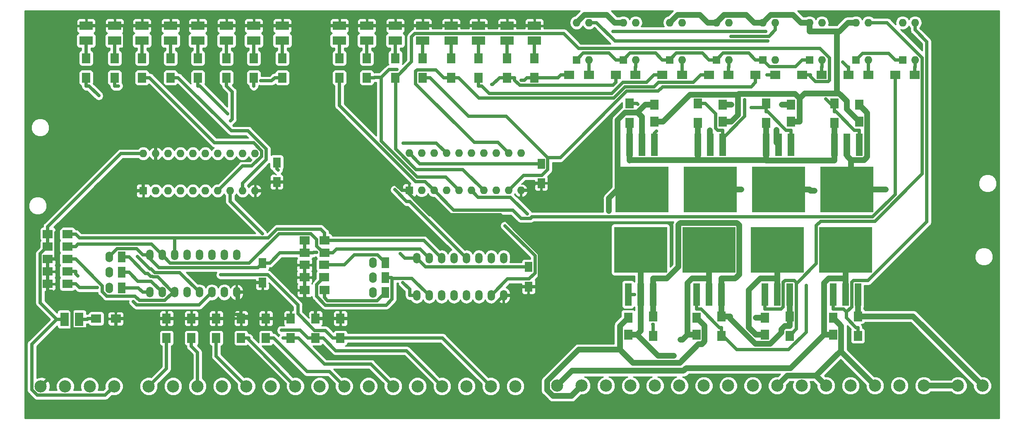
<source format=gbr>
G04 #@! TF.GenerationSoftware,KiCad,Pcbnew,(5.0.0)*
G04 #@! TF.CreationDate,2018-09-12T00:51:28-05:00*
G04 #@! TF.ProjectId,Vending_driveV2,56656E64696E675F647269766556322E,V1.0*
G04 #@! TF.SameCoordinates,Original*
G04 #@! TF.FileFunction,Copper,L1,Top,Signal*
G04 #@! TF.FilePolarity,Positive*
%FSLAX46Y46*%
G04 Gerber Fmt 4.6, Leading zero omitted, Abs format (unit mm)*
G04 Created by KiCad (PCBNEW (5.0.0)) date 09/12/18 00:51:28*
%MOMM*%
%LPD*%
G01*
G04 APERTURE LIST*
G04 #@! TA.AperFunction,SMDPad,CuDef*
%ADD10R,2.697480X1.795780*%
G04 #@! TD*
G04 #@! TA.AperFunction,SMDPad,CuDef*
%ADD11R,2.000000X1.700000*%
G04 #@! TD*
G04 #@! TA.AperFunction,SMDPad,CuDef*
%ADD12R,1.700000X2.000000*%
G04 #@! TD*
G04 #@! TA.AperFunction,ComponentPad*
%ADD13R,1.600000X1.600000*%
G04 #@! TD*
G04 #@! TA.AperFunction,ComponentPad*
%ADD14O,1.600000X1.600000*%
G04 #@! TD*
G04 #@! TA.AperFunction,SMDPad,CuDef*
%ADD15R,1.699260X2.100580*%
G04 #@! TD*
G04 #@! TA.AperFunction,SMDPad,CuDef*
%ADD16R,1.390000X4.600000*%
G04 #@! TD*
G04 #@! TA.AperFunction,SMDPad,CuDef*
%ADD17R,10.800000X9.400000*%
G04 #@! TD*
G04 #@! TA.AperFunction,ComponentPad*
%ADD18C,2.500000*%
G04 #@! TD*
G04 #@! TA.AperFunction,ComponentPad*
%ADD19R,1.524000X2.199640*%
G04 #@! TD*
G04 #@! TA.AperFunction,ComponentPad*
%ADD20O,1.524000X2.199640*%
G04 #@! TD*
G04 #@! TA.AperFunction,ComponentPad*
%ADD21O,1.501140X2.199640*%
G04 #@! TD*
G04 #@! TA.AperFunction,SMDPad,CuDef*
%ADD22R,1.600000X2.000000*%
G04 #@! TD*
G04 #@! TA.AperFunction,SMDPad,CuDef*
%ADD23R,1.795780X2.697480*%
G04 #@! TD*
G04 #@! TA.AperFunction,ViaPad*
%ADD24C,0.800000*%
G04 #@! TD*
G04 #@! TA.AperFunction,ViaPad*
%ADD25C,0.500000*%
G04 #@! TD*
G04 #@! TA.AperFunction,Conductor*
%ADD26C,1.200000*%
G04 #@! TD*
G04 #@! TA.AperFunction,Conductor*
%ADD27C,0.700000*%
G04 #@! TD*
G04 #@! TA.AperFunction,Conductor*
%ADD28C,0.254000*%
G04 #@! TD*
G04 APERTURE END LIST*
D10*
G04 #@! TO.P,D11,1*
G04 #@! TO.N,GND*
X125476000Y-52095400D03*
G04 #@! TO.P,D11,2*
G04 #@! TO.N,Net-(D11-Pad2)*
X125476000Y-55092600D03*
G04 #@! TD*
G04 #@! TO.P,D10,1*
G04 #@! TO.N,GND*
X131318000Y-52095400D03*
G04 #@! TO.P,D10,2*
G04 #@! TO.N,Net-(D10-Pad2)*
X131318000Y-55092600D03*
G04 #@! TD*
G04 #@! TO.P,D12,1*
G04 #@! TO.N,GND*
X119888000Y-52095400D03*
G04 #@! TO.P,D12,2*
G04 #@! TO.N,Net-(D12-Pad2)*
X119888000Y-55092600D03*
G04 #@! TD*
G04 #@! TO.P,D13,1*
G04 #@! TO.N,GND*
X114046000Y-52095400D03*
G04 #@! TO.P,D13,2*
G04 #@! TO.N,Net-(D13-Pad2)*
X114046000Y-55092600D03*
G04 #@! TD*
D11*
G04 #@! TO.P,R29,1*
G04 #@! TO.N,Net-(J6-Pad1)*
X93884500Y-103568000D03*
G04 #@! TO.P,R29,2*
G04 #@! TO.N,GND*
X89884500Y-103568000D03*
G04 #@! TD*
D12*
G04 #@! TO.P,R22,1*
G04 #@! TO.N,Q2*
X131318000Y-62706000D03*
G04 #@! TO.P,R22,2*
G04 #@! TO.N,Net-(D10-Pad2)*
X131318000Y-58706000D03*
G04 #@! TD*
D11*
G04 #@! TO.P,R28,1*
G04 #@! TO.N,Net-(J7-Pad1)*
X93948000Y-106172000D03*
G04 #@! TO.P,R28,2*
G04 #@! TO.N,GND*
X89948000Y-106172000D03*
G04 #@! TD*
G04 #@! TO.P,R30,1*
G04 #@! TO.N,Net-(J5-Pad1)*
X93884500Y-101028000D03*
G04 #@! TO.P,R30,2*
G04 #@! TO.N,GND*
X89884500Y-101028000D03*
G04 #@! TD*
G04 #@! TO.P,R31,1*
G04 #@! TO.N,Net-(J4-Pad1)*
X41370000Y-99822000D03*
G04 #@! TO.P,R31,2*
G04 #@! TO.N,GND*
X37370000Y-99822000D03*
G04 #@! TD*
D13*
G04 #@! TO.P,U4,1*
G04 #@! TO.N,+5Vcc*
X174117000Y-59055000D03*
D14*
G04 #@! TO.P,U4,3*
G04 #@! TO.N,Net-(Q4-Pad1)*
X176657000Y-51435000D03*
G04 #@! TO.P,U4,2*
G04 #@! TO.N,Net-(R4-Pad1)*
X176657000Y-59055000D03*
G04 #@! TO.P,U4,4*
G04 #@! TO.N,+24V*
X174117000Y-51435000D03*
G04 #@! TD*
D13*
G04 #@! TO.P,U2,1*
G04 #@! TO.N,+5Vcc*
X155067000Y-59055000D03*
D14*
G04 #@! TO.P,U2,3*
G04 #@! TO.N,Net-(Q2-Pad1)*
X157607000Y-51435000D03*
G04 #@! TO.P,U2,2*
G04 #@! TO.N,Net-(R2-Pad1)*
X157607000Y-59055000D03*
G04 #@! TO.P,U2,4*
G04 #@! TO.N,+24V*
X155067000Y-51435000D03*
G04 #@! TD*
D13*
G04 #@! TO.P,U3,1*
G04 #@! TO.N,+5Vcc*
X164592000Y-59055000D03*
D14*
G04 #@! TO.P,U3,3*
G04 #@! TO.N,Net-(Q3-Pad1)*
X167132000Y-51435000D03*
G04 #@! TO.P,U3,2*
G04 #@! TO.N,Net-(R3-Pad1)*
X167132000Y-59055000D03*
G04 #@! TO.P,U3,4*
G04 #@! TO.N,+24V*
X164592000Y-51435000D03*
G04 #@! TD*
D13*
G04 #@! TO.P,U1,1*
G04 #@! TO.N,+5Vcc*
X145542000Y-59055000D03*
D14*
G04 #@! TO.P,U1,3*
G04 #@! TO.N,Net-(Q1-Pad1)*
X148082000Y-51435000D03*
G04 #@! TO.P,U1,2*
G04 #@! TO.N,Net-(R1-Pad1)*
X148082000Y-59055000D03*
G04 #@! TO.P,U1,4*
G04 #@! TO.N,+24V*
X145542000Y-51435000D03*
G04 #@! TD*
D13*
G04 #@! TO.P,U8,1*
G04 #@! TO.N,+5Vcc*
X212217000Y-59055000D03*
D14*
G04 #@! TO.P,U8,3*
G04 #@! TO.N,Net-(Q8-Pad1)*
X214757000Y-51435000D03*
G04 #@! TO.P,U8,2*
G04 #@! TO.N,Net-(R12-Pad1)*
X214757000Y-59055000D03*
G04 #@! TO.P,U8,4*
G04 #@! TO.N,+24V*
X212217000Y-51435000D03*
G04 #@! TD*
D13*
G04 #@! TO.P,U12,1*
G04 #@! TO.N,GND*
X111315000Y-85788000D03*
D14*
G04 #@! TO.P,U12,11*
G04 #@! TO.N,SIGNAL_05*
X134175000Y-78168000D03*
G04 #@! TO.P,U12,2*
G04 #@! TO.N,SIGNAL_01*
X113855000Y-85788000D03*
G04 #@! TO.P,U12,12*
G04 #@! TO.N,Q4*
X131635000Y-78168000D03*
G04 #@! TO.P,U12,3*
G04 #@! TO.N,Q8*
X116395000Y-85788000D03*
G04 #@! TO.P,U12,13*
G04 #@! TO.N,SIGNAL_06*
X129095000Y-78168000D03*
G04 #@! TO.P,U12,4*
G04 #@! TO.N,SIGNAL_02*
X118935000Y-85788000D03*
G04 #@! TO.P,U12,14*
G04 #@! TO.N,Q3*
X126555000Y-78168000D03*
G04 #@! TO.P,U12,5*
G04 #@! TO.N,Q7*
X121475000Y-85788000D03*
G04 #@! TO.P,U12,15*
G04 #@! TO.N,SIGNAL_07*
X124015000Y-78168000D03*
G04 #@! TO.P,U12,6*
G04 #@! TO.N,SIGNAL_03*
X124015000Y-85788000D03*
G04 #@! TO.P,U12,16*
G04 #@! TO.N,Q2*
X121475000Y-78168000D03*
G04 #@! TO.P,U12,7*
G04 #@! TO.N,Q6*
X126555000Y-85788000D03*
G04 #@! TO.P,U12,17*
G04 #@! TO.N,SIGNAL_08*
X118935000Y-78168000D03*
G04 #@! TO.P,U12,8*
G04 #@! TO.N,SIGNAL_04*
X129095000Y-85788000D03*
G04 #@! TO.P,U12,18*
G04 #@! TO.N,Q1*
X116395000Y-78168000D03*
G04 #@! TO.P,U12,9*
G04 #@! TO.N,Q5*
X131635000Y-85788000D03*
G04 #@! TO.P,U12,19*
G04 #@! TO.N,GND*
X113855000Y-78168000D03*
G04 #@! TO.P,U12,10*
X134175000Y-85788000D03*
G04 #@! TO.P,U12,20*
G04 #@! TO.N,+5Vcc*
X111315000Y-78168000D03*
G04 #@! TD*
D11*
G04 #@! TO.P,R4,1*
G04 #@! TO.N,Net-(R4-Pad1)*
X176625000Y-62103000D03*
G04 #@! TO.P,R4,2*
G04 #@! TO.N,Q4*
X172625000Y-62103000D03*
G04 #@! TD*
G04 #@! TO.P,R2,1*
G04 #@! TO.N,Net-(R2-Pad1)*
X157575000Y-62103000D03*
G04 #@! TO.P,R2,2*
G04 #@! TO.N,Q2*
X153575000Y-62103000D03*
G04 #@! TD*
G04 #@! TO.P,R3,1*
G04 #@! TO.N,Net-(R3-Pad1)*
X167100000Y-62103000D03*
G04 #@! TO.P,R3,2*
G04 #@! TO.N,Q3*
X163100000Y-62103000D03*
G04 #@! TD*
D12*
G04 #@! TO.P,R8,1*
G04 #@! TO.N,Net-(Q4-Pad1)*
X156337000Y-67977000D03*
G04 #@! TO.P,R8,2*
G04 #@! TO.N,GNDPWR*
X156337000Y-71977000D03*
G04 #@! TD*
G04 #@! TO.P,R6,1*
G04 #@! TO.N,Net-(Q2-Pad1)*
X184277000Y-67977000D03*
G04 #@! TO.P,R6,2*
G04 #@! TO.N,GNDPWR*
X184277000Y-71977000D03*
G04 #@! TD*
G04 #@! TO.P,R7,1*
G04 #@! TO.N,Net-(Q3-Pad1)*
X170307000Y-67977000D03*
G04 #@! TO.P,R7,2*
G04 #@! TO.N,GNDPWR*
X170307000Y-71977000D03*
G04 #@! TD*
D11*
G04 #@! TO.P,R1,1*
G04 #@! TO.N,Net-(R1-Pad1)*
X148050000Y-62103000D03*
G04 #@! TO.P,R1,2*
G04 #@! TO.N,Q1*
X144050000Y-62103000D03*
G04 #@! TD*
G04 #@! TO.P,R12,1*
G04 #@! TO.N,Net-(R12-Pad1)*
X214725000Y-62103000D03*
G04 #@! TO.P,R12,2*
G04 #@! TO.N,Q8*
X210725000Y-62103000D03*
G04 #@! TD*
D12*
G04 #@! TO.P,R5,1*
G04 #@! TO.N,Net-(Q1-Pad1)*
X198247000Y-67977000D03*
G04 #@! TO.P,R5,2*
G04 #@! TO.N,GNDPWR*
X198247000Y-71977000D03*
G04 #@! TD*
G04 #@! TO.P,R16,1*
G04 #@! TO.N,Net-(Q8-Pad1)*
X203073000Y-115538000D03*
G04 #@! TO.P,R16,2*
G04 #@! TO.N,GNDPWR*
X203073000Y-111538000D03*
G04 #@! TD*
D15*
G04 #@! TO.P,D4,2*
G04 #@! TO.N,+24V*
X161417000Y-71706740D03*
G04 #@! TO.P,D4,1*
G04 #@! TO.N,MOTOR_04-*
X161417000Y-68247260D03*
G04 #@! TD*
G04 #@! TO.P,D2,2*
G04 #@! TO.N,+24V*
X189357000Y-71706740D03*
G04 #@! TO.P,D2,1*
G04 #@! TO.N,MOTOR_02-*
X189357000Y-68247260D03*
G04 #@! TD*
G04 #@! TO.P,D3,2*
G04 #@! TO.N,+24V*
X175387000Y-71706740D03*
G04 #@! TO.P,D3,1*
G04 #@! TO.N,MOTOR_03-*
X175387000Y-68247260D03*
G04 #@! TD*
G04 #@! TO.P,D1,2*
G04 #@! TO.N,+24V*
X203327000Y-71706740D03*
G04 #@! TO.P,D1,1*
G04 #@! TO.N,MOTOR_01-*
X203327000Y-68247260D03*
G04 #@! TD*
G04 #@! TO.P,D8,2*
G04 #@! TO.N,+24V*
X197993000Y-111808260D03*
G04 #@! TO.P,D8,1*
G04 #@! TO.N,MOTOR_08-*
X197993000Y-115267740D03*
G04 #@! TD*
D16*
G04 #@! TO.P,Q4,2*
G04 #@! TO.N,MOTOR_04-*
X158877000Y-76446000D03*
D17*
X158877000Y-85606000D03*
D16*
G04 #@! TO.P,Q4,3*
G04 #@! TO.N,GNDPWR*
X156337000Y-76446000D03*
G04 #@! TO.P,Q4,1*
G04 #@! TO.N,Net-(Q4-Pad1)*
X161417000Y-76446000D03*
G04 #@! TD*
G04 #@! TO.P,Q2,2*
G04 #@! TO.N,MOTOR_02-*
X186817000Y-76446000D03*
D17*
X186817000Y-85606000D03*
D16*
G04 #@! TO.P,Q2,3*
G04 #@! TO.N,GNDPWR*
X184277000Y-76446000D03*
G04 #@! TO.P,Q2,1*
G04 #@! TO.N,Net-(Q2-Pad1)*
X189357000Y-76446000D03*
G04 #@! TD*
G04 #@! TO.P,Q3,2*
G04 #@! TO.N,MOTOR_03-*
X172847000Y-76446000D03*
D17*
X172847000Y-85606000D03*
D16*
G04 #@! TO.P,Q3,3*
G04 #@! TO.N,GNDPWR*
X170307000Y-76446000D03*
G04 #@! TO.P,Q3,1*
G04 #@! TO.N,Net-(Q3-Pad1)*
X175387000Y-76446000D03*
G04 #@! TD*
G04 #@! TO.P,Q1,2*
G04 #@! TO.N,MOTOR_01-*
X200787000Y-76446000D03*
D17*
X200787000Y-85606000D03*
D16*
G04 #@! TO.P,Q1,3*
G04 #@! TO.N,GNDPWR*
X198247000Y-76446000D03*
G04 #@! TO.P,Q1,1*
G04 #@! TO.N,Net-(Q1-Pad1)*
X203327000Y-76446000D03*
G04 #@! TD*
G04 #@! TO.P,Q8,2*
G04 #@! TO.N,MOTOR_08-*
X200533000Y-107069000D03*
D17*
X200533000Y-97909000D03*
D16*
G04 #@! TO.P,Q8,3*
G04 #@! TO.N,GNDPWR*
X203073000Y-107069000D03*
G04 #@! TO.P,Q8,1*
G04 #@! TO.N,Net-(Q8-Pad1)*
X197993000Y-107069000D03*
G04 #@! TD*
D15*
G04 #@! TO.P,D6,2*
G04 #@! TO.N,+24V*
X170053000Y-111808260D03*
G04 #@! TO.P,D6,1*
G04 #@! TO.N,MOTOR_06-*
X170053000Y-115267740D03*
G04 #@! TD*
G04 #@! TO.P,D7,2*
G04 #@! TO.N,+24V*
X184023000Y-111808260D03*
G04 #@! TO.P,D7,1*
G04 #@! TO.N,MOTOR_07-*
X184023000Y-115267740D03*
G04 #@! TD*
D10*
G04 #@! TO.P,D14,1*
G04 #@! TO.N,GND*
X108458000Y-52095400D03*
G04 #@! TO.P,D14,2*
G04 #@! TO.N,Net-(D14-Pad2)*
X108458000Y-55092600D03*
G04 #@! TD*
G04 #@! TO.P,D15,1*
G04 #@! TO.N,GND*
X102616000Y-52095400D03*
G04 #@! TO.P,D15,2*
G04 #@! TO.N,Net-(D15-Pad2)*
X102616000Y-55092600D03*
G04 #@! TD*
G04 #@! TO.P,D16,1*
G04 #@! TO.N,GND*
X97028000Y-52095400D03*
G04 #@! TO.P,D16,2*
G04 #@! TO.N,Net-(D16-Pad2)*
X97028000Y-55092600D03*
G04 #@! TD*
G04 #@! TO.P,D17,1*
G04 #@! TO.N,GND*
X85344000Y-52095400D03*
G04 #@! TO.P,D17,2*
G04 #@! TO.N,Net-(D17-Pad2)*
X85344000Y-55092600D03*
G04 #@! TD*
G04 #@! TO.P,D18,1*
G04 #@! TO.N,GND*
X79502000Y-52095400D03*
G04 #@! TO.P,D18,2*
G04 #@! TO.N,Net-(D18-Pad2)*
X79502000Y-55092600D03*
G04 #@! TD*
G04 #@! TO.P,D19,1*
G04 #@! TO.N,GND*
X73914000Y-52095400D03*
G04 #@! TO.P,D19,2*
G04 #@! TO.N,Net-(D19-Pad2)*
X73914000Y-55092600D03*
G04 #@! TD*
G04 #@! TO.P,D20,1*
G04 #@! TO.N,GND*
X68072000Y-52095400D03*
G04 #@! TO.P,D20,2*
G04 #@! TO.N,Net-(D20-Pad2)*
X68072000Y-55092600D03*
G04 #@! TD*
G04 #@! TO.P,D21,1*
G04 #@! TO.N,GND*
X62484000Y-52095400D03*
G04 #@! TO.P,D21,2*
G04 #@! TO.N,Net-(D21-Pad2)*
X62484000Y-55092600D03*
G04 #@! TD*
G04 #@! TO.P,D22,1*
G04 #@! TO.N,GND*
X56642000Y-52095400D03*
G04 #@! TO.P,D22,2*
G04 #@! TO.N,Net-(D22-Pad2)*
X56642000Y-55092600D03*
G04 #@! TD*
G04 #@! TO.P,D23,1*
G04 #@! TO.N,GND*
X51054000Y-52095400D03*
G04 #@! TO.P,D23,2*
G04 #@! TO.N,Net-(D23-Pad2)*
X51054000Y-55092600D03*
G04 #@! TD*
G04 #@! TO.P,D24,1*
G04 #@! TO.N,GND*
X45212000Y-52095400D03*
G04 #@! TO.P,D24,2*
G04 #@! TO.N,Net-(D24-Pad2)*
X45212000Y-55092600D03*
G04 #@! TD*
D18*
G04 #@! TO.P,J1,4*
G04 #@! TO.N,+5Vcc*
X50934000Y-125857000D03*
G04 #@! TO.P,J1,3*
G04 #@! TO.N,SCL*
X45934000Y-125857000D03*
G04 #@! TO.P,J1,1*
G04 #@! TO.N,GND*
X35934000Y-125857000D03*
G04 #@! TO.P,J1,2*
G04 #@! TO.N,SDA*
X40934000Y-125857000D03*
G04 #@! TD*
D19*
G04 #@! TO.P,J2,1*
G04 #@! TO.N,Net-(J2-Pad1)*
X52514500Y-105728000D03*
D20*
G04 #@! TO.P,J2,2*
G04 #@! TO.N,+5Vcc*
X49974500Y-105728000D03*
G04 #@! TD*
D19*
G04 #@! TO.P,J5,1*
G04 #@! TO.N,Net-(J5-Pad1)*
X106426000Y-100584000D03*
D20*
G04 #@! TO.P,J5,2*
G04 #@! TO.N,+5Vcc*
X103886000Y-100584000D03*
G04 #@! TD*
D19*
G04 #@! TO.P,J6,1*
G04 #@! TO.N,Net-(J6-Pad1)*
X106426000Y-103632000D03*
D20*
G04 #@! TO.P,J6,2*
G04 #@! TO.N,+5Vcc*
X103886000Y-103632000D03*
G04 #@! TD*
D19*
G04 #@! TO.P,J7,1*
G04 #@! TO.N,Net-(J7-Pad1)*
X106426000Y-106680000D03*
D20*
G04 #@! TO.P,J7,2*
G04 #@! TO.N,+5Vcc*
X103886000Y-106680000D03*
G04 #@! TD*
D18*
G04 #@! TO.P,J10,1*
G04 #@! TO.N,+24V*
X223560000Y-125730000D03*
G04 #@! TO.P,J10,2*
G04 #@! TO.N,GNDPWR*
X228560000Y-125730000D03*
G04 #@! TD*
D16*
G04 #@! TO.P,Q5,2*
G04 #@! TO.N,MOTOR_05-*
X158623000Y-107069000D03*
D17*
X158623000Y-97909000D03*
D16*
G04 #@! TO.P,Q5,3*
G04 #@! TO.N,GNDPWR*
X161163000Y-107069000D03*
G04 #@! TO.P,Q5,1*
G04 #@! TO.N,Net-(Q5-Pad1)*
X156083000Y-107069000D03*
G04 #@! TD*
G04 #@! TO.P,Q6,2*
G04 #@! TO.N,MOTOR_06-*
X172593000Y-107069000D03*
D17*
X172593000Y-97909000D03*
D16*
G04 #@! TO.P,Q6,3*
G04 #@! TO.N,GNDPWR*
X175133000Y-107069000D03*
G04 #@! TO.P,Q6,1*
G04 #@! TO.N,Net-(Q6-Pad1)*
X170053000Y-107069000D03*
G04 #@! TD*
G04 #@! TO.P,Q7,2*
G04 #@! TO.N,MOTOR_07-*
X186563000Y-107069000D03*
D17*
X186563000Y-97909000D03*
D16*
G04 #@! TO.P,Q7,3*
G04 #@! TO.N,GNDPWR*
X189103000Y-107069000D03*
G04 #@! TO.P,Q7,1*
G04 #@! TO.N,Net-(Q7-Pad1)*
X184023000Y-107069000D03*
G04 #@! TD*
D11*
G04 #@! TO.P,R9,1*
G04 #@! TO.N,Net-(R9-Pad1)*
X186150000Y-62103000D03*
G04 #@! TO.P,R9,2*
G04 #@! TO.N,Q5*
X182150000Y-62103000D03*
G04 #@! TD*
G04 #@! TO.P,R10,1*
G04 #@! TO.N,Net-(R10-Pad1)*
X195675000Y-62103000D03*
G04 #@! TO.P,R10,2*
G04 #@! TO.N,Q6*
X191675000Y-62103000D03*
G04 #@! TD*
G04 #@! TO.P,R11,1*
G04 #@! TO.N,Net-(R11-Pad1)*
X205200000Y-62103000D03*
G04 #@! TO.P,R11,2*
G04 #@! TO.N,Q7*
X201200000Y-62103000D03*
G04 #@! TD*
D12*
G04 #@! TO.P,R13,1*
G04 #@! TO.N,Net-(Q5-Pad1)*
X161163000Y-115538000D03*
G04 #@! TO.P,R13,2*
G04 #@! TO.N,GNDPWR*
X161163000Y-111538000D03*
G04 #@! TD*
G04 #@! TO.P,R14,1*
G04 #@! TO.N,Net-(Q6-Pad1)*
X175133000Y-115538000D03*
G04 #@! TO.P,R14,2*
G04 #@! TO.N,GNDPWR*
X175133000Y-111538000D03*
G04 #@! TD*
G04 #@! TO.P,R15,1*
G04 #@! TO.N,Net-(Q7-Pad1)*
X189103000Y-115538000D03*
G04 #@! TO.P,R15,2*
G04 #@! TO.N,GNDPWR*
X189103000Y-111538000D03*
G04 #@! TD*
D11*
G04 #@! TO.P,R17,1*
G04 #@! TO.N,+5Vcc*
X37370000Y-94742000D03*
G04 #@! TO.P,R17,2*
G04 #@! TO.N,SCL*
X41370000Y-94742000D03*
G04 #@! TD*
G04 #@! TO.P,R18,1*
G04 #@! TO.N,+5Vcc*
X37370000Y-97282000D03*
G04 #@! TO.P,R18,2*
G04 #@! TO.N,SDA*
X41370000Y-97282000D03*
G04 #@! TD*
D12*
G04 #@! TO.P,R19,1*
G04 #@! TO.N,Q1*
X136906000Y-62706000D03*
G04 #@! TO.P,R19,2*
G04 #@! TO.N,Net-(D9-Pad2)*
X136906000Y-58706000D03*
G04 #@! TD*
D11*
G04 #@! TO.P,R20,1*
G04 #@! TO.N,+5Vcc*
X89948000Y-96012000D03*
G04 #@! TO.P,R20,2*
G04 #@! TO.N,SCL*
X93948000Y-96012000D03*
G04 #@! TD*
G04 #@! TO.P,R21,1*
G04 #@! TO.N,+5Vcc*
X89948000Y-98552000D03*
G04 #@! TO.P,R21,2*
G04 #@! TO.N,SDA*
X93948000Y-98552000D03*
G04 #@! TD*
D12*
G04 #@! TO.P,R23,1*
G04 #@! TO.N,Q3*
X125476000Y-62706000D03*
G04 #@! TO.P,R23,2*
G04 #@! TO.N,Net-(D11-Pad2)*
X125476000Y-58706000D03*
G04 #@! TD*
G04 #@! TO.P,R24,1*
G04 #@! TO.N,Q4*
X119888000Y-62706000D03*
G04 #@! TO.P,R24,2*
G04 #@! TO.N,Net-(D12-Pad2)*
X119888000Y-58706000D03*
G04 #@! TD*
G04 #@! TO.P,R25,1*
G04 #@! TO.N,Q5*
X114046000Y-62706000D03*
G04 #@! TO.P,R25,2*
G04 #@! TO.N,Net-(D13-Pad2)*
X114046000Y-58706000D03*
G04 #@! TD*
G04 #@! TO.P,R26,1*
G04 #@! TO.N,Q6*
X108458000Y-62706000D03*
G04 #@! TO.P,R26,2*
G04 #@! TO.N,Net-(D14-Pad2)*
X108458000Y-58706000D03*
G04 #@! TD*
G04 #@! TO.P,R27,1*
G04 #@! TO.N,Q7*
X102616000Y-62706000D03*
G04 #@! TO.P,R27,2*
G04 #@! TO.N,Net-(D15-Pad2)*
X102616000Y-58706000D03*
G04 #@! TD*
D11*
G04 #@! TO.P,R32,1*
G04 #@! TO.N,Net-(J3-Pad1)*
X41370000Y-102362000D03*
G04 #@! TO.P,R32,2*
G04 #@! TO.N,GND*
X37370000Y-102362000D03*
G04 #@! TD*
G04 #@! TO.P,R33,1*
G04 #@! TO.N,Net-(J2-Pad1)*
X41370000Y-104902000D03*
G04 #@! TO.P,R33,2*
G04 #@! TO.N,GND*
X37370000Y-104902000D03*
G04 #@! TD*
D12*
G04 #@! TO.P,R34,1*
G04 #@! TO.N,Q8*
X97028000Y-62706000D03*
G04 #@! TO.P,R34,2*
G04 #@! TO.N,Net-(D16-Pad2)*
X97028000Y-58706000D03*
G04 #@! TD*
G04 #@! TO.P,R35,1*
G04 #@! TO.N,IN01*
X61658500Y-115982000D03*
G04 #@! TO.P,R35,2*
G04 #@! TO.N,GND*
X61658500Y-111982000D03*
G04 #@! TD*
G04 #@! TO.P,R36,1*
G04 #@! TO.N,IN02*
X66738500Y-115982000D03*
G04 #@! TO.P,R36,2*
G04 #@! TO.N,GND*
X66738500Y-111982000D03*
G04 #@! TD*
G04 #@! TO.P,R37,1*
G04 #@! TO.N,IN03*
X71818500Y-115982000D03*
G04 #@! TO.P,R37,2*
G04 #@! TO.N,GND*
X71818500Y-111982000D03*
G04 #@! TD*
G04 #@! TO.P,R38,1*
G04 #@! TO.N,IN04*
X76898000Y-115982000D03*
G04 #@! TO.P,R38,2*
G04 #@! TO.N,GND*
X76898000Y-111982000D03*
G04 #@! TD*
G04 #@! TO.P,R39,1*
G04 #@! TO.N,IN05*
X81978000Y-115982000D03*
G04 #@! TO.P,R39,2*
G04 #@! TO.N,GND*
X81978000Y-111982000D03*
G04 #@! TD*
G04 #@! TO.P,R40,1*
G04 #@! TO.N,IN06*
X87058000Y-115982000D03*
G04 #@! TO.P,R40,2*
G04 #@! TO.N,GND*
X87058000Y-111982000D03*
G04 #@! TD*
G04 #@! TO.P,R41,1*
G04 #@! TO.N,IN07*
X92138000Y-115982000D03*
G04 #@! TO.P,R41,2*
G04 #@! TO.N,GND*
X92138000Y-111982000D03*
G04 #@! TD*
G04 #@! TO.P,R42,1*
G04 #@! TO.N,IN08*
X97218000Y-115982000D03*
G04 #@! TO.P,R42,2*
G04 #@! TO.N,GND*
X97218000Y-111982000D03*
G04 #@! TD*
G04 #@! TO.P,R43,1*
G04 #@! TO.N,S1*
X85344000Y-62706000D03*
G04 #@! TO.P,R43,2*
G04 #@! TO.N,Net-(D17-Pad2)*
X85344000Y-58706000D03*
G04 #@! TD*
G04 #@! TO.P,R44,1*
G04 #@! TO.N,S2*
X79502000Y-62706000D03*
G04 #@! TO.P,R44,2*
G04 #@! TO.N,Net-(D18-Pad2)*
X79502000Y-58706000D03*
G04 #@! TD*
G04 #@! TO.P,R45,1*
G04 #@! TO.N,S3*
X73914000Y-62706000D03*
G04 #@! TO.P,R45,2*
G04 #@! TO.N,Net-(D19-Pad2)*
X73914000Y-58706000D03*
G04 #@! TD*
G04 #@! TO.P,R46,1*
G04 #@! TO.N,S4*
X68072000Y-62706000D03*
G04 #@! TO.P,R46,2*
G04 #@! TO.N,Net-(D20-Pad2)*
X68072000Y-58706000D03*
G04 #@! TD*
G04 #@! TO.P,R47,1*
G04 #@! TO.N,S5*
X62484000Y-62706000D03*
G04 #@! TO.P,R47,2*
G04 #@! TO.N,Net-(D21-Pad2)*
X62484000Y-58706000D03*
G04 #@! TD*
G04 #@! TO.P,R48,1*
G04 #@! TO.N,S6*
X56642000Y-62706000D03*
G04 #@! TO.P,R48,2*
G04 #@! TO.N,Net-(D22-Pad2)*
X56642000Y-58706000D03*
G04 #@! TD*
G04 #@! TO.P,R49,1*
G04 #@! TO.N,S7*
X51054000Y-62706000D03*
G04 #@! TO.P,R49,2*
G04 #@! TO.N,Net-(D23-Pad2)*
X51054000Y-58706000D03*
G04 #@! TD*
G04 #@! TO.P,R50,1*
G04 #@! TO.N,S8*
X45212000Y-62706000D03*
G04 #@! TO.P,R50,2*
G04 #@! TO.N,Net-(D24-Pad2)*
X45212000Y-58706000D03*
G04 #@! TD*
D13*
G04 #@! TO.P,U5,1*
G04 #@! TO.N,+5Vcc*
X183642000Y-59055000D03*
D14*
G04 #@! TO.P,U5,3*
G04 #@! TO.N,Net-(Q5-Pad1)*
X186182000Y-51435000D03*
G04 #@! TO.P,U5,2*
G04 #@! TO.N,Net-(R9-Pad1)*
X186182000Y-59055000D03*
G04 #@! TO.P,U5,4*
G04 #@! TO.N,+24V*
X183642000Y-51435000D03*
G04 #@! TD*
D13*
G04 #@! TO.P,U6,1*
G04 #@! TO.N,+5Vcc*
X193167000Y-59055000D03*
D14*
G04 #@! TO.P,U6,3*
G04 #@! TO.N,Net-(Q6-Pad1)*
X195707000Y-51435000D03*
G04 #@! TO.P,U6,2*
G04 #@! TO.N,Net-(R10-Pad1)*
X195707000Y-59055000D03*
G04 #@! TO.P,U6,4*
G04 #@! TO.N,+24V*
X193167000Y-51435000D03*
G04 #@! TD*
D13*
G04 #@! TO.P,U7,1*
G04 #@! TO.N,+5Vcc*
X202692000Y-59055000D03*
D14*
G04 #@! TO.P,U7,3*
G04 #@! TO.N,Net-(Q7-Pad1)*
X205232000Y-51435000D03*
G04 #@! TO.P,U7,2*
G04 #@! TO.N,Net-(R11-Pad1)*
X205232000Y-59055000D03*
G04 #@! TO.P,U7,4*
G04 #@! TO.N,+24V*
X202692000Y-51435000D03*
G04 #@! TD*
D21*
G04 #@! TO.P,U9,1*
G04 #@! TO.N,Net-(J2-Pad1)*
X58229500Y-106616000D03*
G04 #@! TO.P,U9,2*
G04 #@! TO.N,Net-(J3-Pad1)*
X60769500Y-106616000D03*
G04 #@! TO.P,U9,3*
G04 #@! TO.N,Net-(J4-Pad1)*
X63309500Y-106616000D03*
G04 #@! TO.P,U9,4*
G04 #@! TO.N,IN01*
X65849500Y-106616000D03*
G04 #@! TO.P,U9,5*
G04 #@! TO.N,IN02*
X68389500Y-106616000D03*
G04 #@! TO.P,U9,6*
G04 #@! TO.N,IN03*
X70929500Y-106616000D03*
G04 #@! TO.P,U9,7*
G04 #@! TO.N,IN04*
X73469500Y-106616000D03*
G04 #@! TO.P,U9,8*
G04 #@! TO.N,GND*
X76009500Y-106616000D03*
G04 #@! TO.P,U9,9*
G04 #@! TO.N,IN05*
X76009500Y-98996000D03*
G04 #@! TO.P,U9,10*
G04 #@! TO.N,IN06*
X73469500Y-98996000D03*
G04 #@! TO.P,U9,11*
G04 #@! TO.N,IN07*
X70929500Y-98996000D03*
G04 #@! TO.P,U9,12*
G04 #@! TO.N,IN08*
X68389500Y-98996000D03*
G04 #@! TO.P,U9,13*
G04 #@! TO.N,N/C*
X65849500Y-98996000D03*
G04 #@! TO.P,U9,14*
G04 #@! TO.N,SCL*
X63309500Y-98996000D03*
G04 #@! TO.P,U9,15*
G04 #@! TO.N,SDA*
X60769500Y-98996000D03*
G04 #@! TO.P,U9,16*
G04 #@! TO.N,+5Vcc*
X58229500Y-98996000D03*
G04 #@! TD*
G04 #@! TO.P,U10,1*
G04 #@! TO.N,Net-(J5-Pad1)*
X112840000Y-107252000D03*
G04 #@! TO.P,U10,2*
G04 #@! TO.N,Net-(J6-Pad1)*
X115380000Y-107252000D03*
G04 #@! TO.P,U10,3*
G04 #@! TO.N,Net-(J7-Pad1)*
X117920000Y-107252000D03*
G04 #@! TO.P,U10,4*
G04 #@! TO.N,SIGNAL_01*
X120460000Y-107252000D03*
G04 #@! TO.P,U10,5*
G04 #@! TO.N,SIGNAL_02*
X123000000Y-107252000D03*
G04 #@! TO.P,U10,6*
G04 #@! TO.N,SIGNAL_03*
X125540000Y-107252000D03*
G04 #@! TO.P,U10,7*
G04 #@! TO.N,SIGNAL_04*
X128080000Y-107252000D03*
G04 #@! TO.P,U10,8*
G04 #@! TO.N,GND*
X130620000Y-107252000D03*
G04 #@! TO.P,U10,9*
G04 #@! TO.N,SIGNAL_05*
X130620000Y-99632000D03*
G04 #@! TO.P,U10,10*
G04 #@! TO.N,SIGNAL_06*
X128080000Y-99632000D03*
G04 #@! TO.P,U10,11*
G04 #@! TO.N,SIGNAL_07*
X125540000Y-99632000D03*
G04 #@! TO.P,U10,12*
G04 #@! TO.N,SIGNAL_08*
X123000000Y-99632000D03*
G04 #@! TO.P,U10,13*
G04 #@! TO.N,N/C*
X120460000Y-99632000D03*
G04 #@! TO.P,U10,14*
G04 #@! TO.N,SCL*
X117920000Y-99632000D03*
G04 #@! TO.P,U10,15*
G04 #@! TO.N,SDA*
X115380000Y-99632000D03*
G04 #@! TO.P,U10,16*
G04 #@! TO.N,+5Vcc*
X112840000Y-99632000D03*
G04 #@! TD*
D13*
G04 #@! TO.P,U11,1*
G04 #@! TO.N,GND*
X56896000Y-85852000D03*
D14*
G04 #@! TO.P,U11,11*
G04 #@! TO.N,IN05*
X79756000Y-78232000D03*
G04 #@! TO.P,U11,2*
G04 #@! TO.N,IN01*
X59436000Y-85852000D03*
G04 #@! TO.P,U11,12*
G04 #@! TO.N,S4*
X77216000Y-78232000D03*
G04 #@! TO.P,U11,3*
G04 #@! TO.N,S8*
X61976000Y-85852000D03*
G04 #@! TO.P,U11,13*
G04 #@! TO.N,IN06*
X74676000Y-78232000D03*
G04 #@! TO.P,U11,4*
G04 #@! TO.N,IN02*
X64516000Y-85852000D03*
G04 #@! TO.P,U11,14*
G04 #@! TO.N,S3*
X72136000Y-78232000D03*
G04 #@! TO.P,U11,5*
G04 #@! TO.N,S7*
X67056000Y-85852000D03*
G04 #@! TO.P,U11,15*
G04 #@! TO.N,IN07*
X69596000Y-78232000D03*
G04 #@! TO.P,U11,6*
G04 #@! TO.N,IN03*
X69596000Y-85852000D03*
G04 #@! TO.P,U11,16*
G04 #@! TO.N,S2*
X67056000Y-78232000D03*
G04 #@! TO.P,U11,7*
G04 #@! TO.N,S6*
X72136000Y-85852000D03*
G04 #@! TO.P,U11,17*
G04 #@! TO.N,IN08*
X64516000Y-78232000D03*
G04 #@! TO.P,U11,8*
G04 #@! TO.N,IN04*
X74676000Y-85852000D03*
G04 #@! TO.P,U11,18*
G04 #@! TO.N,S1*
X61976000Y-78232000D03*
G04 #@! TO.P,U11,9*
G04 #@! TO.N,S5*
X77216000Y-85852000D03*
G04 #@! TO.P,U11,19*
G04 #@! TO.N,GND*
X59436000Y-78232000D03*
G04 #@! TO.P,U11,10*
X79756000Y-85852000D03*
G04 #@! TO.P,U11,20*
G04 #@! TO.N,+5Vcc*
X56896000Y-78232000D03*
G04 #@! TD*
D22*
G04 #@! TO.P,C1,1*
G04 #@! TO.N,GND*
X81280000Y-104616000D03*
G04 #@! TO.P,C1,2*
G04 #@! TO.N,+5Vcc*
X81280000Y-100616000D03*
G04 #@! TD*
G04 #@! TO.P,C2,1*
G04 #@! TO.N,GND*
X135700000Y-105442000D03*
G04 #@! TO.P,C2,2*
G04 #@! TO.N,+5Vcc*
X135700000Y-101442000D03*
G04 #@! TD*
G04 #@! TO.P,C3,1*
G04 #@! TO.N,+5Vcc*
X84201000Y-80042000D03*
G04 #@! TO.P,C3,2*
G04 #@! TO.N,GND*
X84201000Y-84042000D03*
G04 #@! TD*
G04 #@! TO.P,C4,1*
G04 #@! TO.N,+5Vcc*
X138303000Y-80296000D03*
G04 #@! TO.P,C4,2*
G04 #@! TO.N,GND*
X138303000Y-84296000D03*
G04 #@! TD*
D23*
G04 #@! TO.P,D25,1*
G04 #@! TO.N,Net-(D25-Pad1)*
X43789600Y-112141000D03*
G04 #@! TO.P,D25,2*
G04 #@! TO.N,+5Vcc*
X40792400Y-112141000D03*
G04 #@! TD*
D11*
G04 #@! TO.P,R51,1*
G04 #@! TO.N,Net-(D25-Pad1)*
X47276000Y-112014000D03*
G04 #@! TO.P,R51,2*
G04 #@! TO.N,GND*
X51276000Y-112014000D03*
G04 #@! TD*
D19*
G04 #@! TO.P,J3,1*
G04 #@! TO.N,Net-(J3-Pad1)*
X52514500Y-102552000D03*
D20*
G04 #@! TO.P,J3,2*
G04 #@! TO.N,+5Vcc*
X49974500Y-102552000D03*
G04 #@! TD*
D19*
G04 #@! TO.P,J4,1*
G04 #@! TO.N,Net-(J4-Pad1)*
X52514500Y-99378000D03*
D20*
G04 #@! TO.P,J4,2*
G04 #@! TO.N,+5Vcc*
X49974500Y-99378000D03*
G04 #@! TD*
D18*
G04 #@! TO.P,J8,16*
G04 #@! TO.N,+24V*
X216570000Y-125730000D03*
G04 #@! TO.P,J8,15*
G04 #@! TO.N,MOTOR_01-*
X211570000Y-125730000D03*
G04 #@! TO.P,J8,14*
G04 #@! TO.N,+24V*
X206570000Y-125730000D03*
G04 #@! TO.P,J8,13*
G04 #@! TO.N,MOTOR_02-*
X201570000Y-125730000D03*
G04 #@! TO.P,J8,12*
G04 #@! TO.N,+24V*
X196570000Y-125730000D03*
G04 #@! TO.P,J8,11*
G04 #@! TO.N,MOTOR_03-*
X191570000Y-125730000D03*
G04 #@! TO.P,J8,10*
G04 #@! TO.N,+24V*
X186570000Y-125730000D03*
G04 #@! TO.P,J8,9*
G04 #@! TO.N,MOTOR_04-*
X181570000Y-125730000D03*
G04 #@! TO.P,J8,8*
G04 #@! TO.N,+24V*
X176570000Y-125730000D03*
G04 #@! TO.P,J8,7*
G04 #@! TO.N,MOTOR_05-*
X171570000Y-125730000D03*
G04 #@! TO.P,J8,6*
G04 #@! TO.N,+24V*
X166570000Y-125730000D03*
G04 #@! TO.P,J8,5*
G04 #@! TO.N,MOTOR_06-*
X161570000Y-125730000D03*
G04 #@! TO.P,J8,4*
G04 #@! TO.N,+24V*
X156570000Y-125730000D03*
G04 #@! TO.P,J8,3*
G04 #@! TO.N,MOTOR_07-*
X151570000Y-125730000D03*
G04 #@! TO.P,J8,1*
G04 #@! TO.N,MOTOR_08-*
X141570000Y-125730000D03*
G04 #@! TO.P,J8,2*
G04 #@! TO.N,+24V*
X146570000Y-125730000D03*
G04 #@! TD*
G04 #@! TO.P,J9,16*
G04 #@! TO.N,+5Vcc*
X133004000Y-125857000D03*
G04 #@! TO.P,J9,15*
G04 #@! TO.N,IN08*
X128004000Y-125857000D03*
G04 #@! TO.P,J9,14*
G04 #@! TO.N,+5Vcc*
X123004000Y-125857000D03*
G04 #@! TO.P,J9,13*
G04 #@! TO.N,IN07*
X118004000Y-125857000D03*
G04 #@! TO.P,J9,12*
G04 #@! TO.N,+5Vcc*
X113004000Y-125857000D03*
G04 #@! TO.P,J9,11*
G04 #@! TO.N,IN06*
X108004000Y-125857000D03*
G04 #@! TO.P,J9,10*
G04 #@! TO.N,+5Vcc*
X103004000Y-125857000D03*
G04 #@! TO.P,J9,9*
G04 #@! TO.N,IN05*
X98004000Y-125857000D03*
G04 #@! TO.P,J9,8*
G04 #@! TO.N,+5Vcc*
X93004000Y-125857000D03*
G04 #@! TO.P,J9,7*
G04 #@! TO.N,IN04*
X88004000Y-125857000D03*
G04 #@! TO.P,J9,6*
G04 #@! TO.N,+5Vcc*
X83004000Y-125857000D03*
G04 #@! TO.P,J9,5*
G04 #@! TO.N,IN03*
X78004000Y-125857000D03*
G04 #@! TO.P,J9,4*
G04 #@! TO.N,+5Vcc*
X73004000Y-125857000D03*
G04 #@! TO.P,J9,3*
G04 #@! TO.N,IN02*
X68004000Y-125857000D03*
G04 #@! TO.P,J9,1*
G04 #@! TO.N,IN01*
X58004000Y-125857000D03*
G04 #@! TO.P,J9,2*
G04 #@! TO.N,+5Vcc*
X63004000Y-125857000D03*
G04 #@! TD*
D15*
G04 #@! TO.P,D5,2*
G04 #@! TO.N,+24V*
X156083000Y-111808260D03*
G04 #@! TO.P,D5,1*
G04 #@! TO.N,MOTOR_05-*
X156083000Y-115267740D03*
G04 #@! TD*
D10*
G04 #@! TO.P,D9,1*
G04 #@! TO.N,GND*
X136906000Y-52095400D03*
G04 #@! TO.P,D9,2*
G04 #@! TO.N,Net-(D9-Pad2)*
X136906000Y-55092600D03*
G04 #@! TD*
D24*
G04 #@! TO.N,MOTOR_01-*
X208787000Y-85606000D03*
G04 #@! TO.N,MOTOR_03-*
X172836700Y-73461500D03*
X179197000Y-85606000D03*
X177186600Y-68247300D03*
G04 #@! TO.N,MOTOR_02-*
X187557400Y-68247300D03*
X194239000Y-85818800D03*
X186391500Y-73354800D03*
G04 #@! TO.N,MOTOR_04-*
X152174300Y-89986500D03*
G04 #@! TO.N,MOTOR_05-*
X165451100Y-119611100D03*
D25*
G04 #@! TO.N,SIGNAL_03*
X135432400Y-90568000D03*
G04 #@! TO.N,SIGNAL_04*
X130906100Y-92992600D03*
G04 #@! TO.N,Net-(Q1-Pad1)*
X184656100Y-55226200D03*
X196483900Y-67054000D03*
G04 #@! TO.N,Net-(Q2-Pad1)*
X181298600Y-68811600D03*
G04 #@! TO.N,Net-(Q3-Pad1)*
X179941700Y-67183300D03*
G04 #@! TO.N,Net-(Q4-Pad1)*
X161908900Y-73615500D03*
X158067000Y-68119600D03*
G04 #@! TO.N,Net-(Q5-Pad1)*
X177119800Y-54238100D03*
X157377700Y-107069000D03*
X161132600Y-113148600D03*
G04 #@! TO.N,Q1*
X134193100Y-63198500D03*
G04 #@! TO.N,Q3*
X127659400Y-65950600D03*
G04 #@! TO.N,Q2*
X128221900Y-64092900D03*
D24*
G04 #@! TO.N,MOTOR_06-*
X166786100Y-116289800D03*
G04 #@! TO.N,MOTOR_07-*
X181823500Y-114889500D03*
D25*
G04 #@! TO.N,Q7*
X184271500Y-53250000D03*
X199945600Y-59536800D03*
X152992500Y-53250000D03*
X108826600Y-61024400D03*
G04 #@! TO.N,S1*
X80902300Y-63331900D03*
G04 #@! TO.N,S2*
X79502000Y-64406000D03*
G04 #@! TO.N,S3*
X74755600Y-71503300D03*
G04 #@! TO.N,S4*
X74138700Y-70076800D03*
G04 #@! TO.N,S7*
X51792600Y-64406000D03*
G04 #@! TO.N,S8*
X47793900Y-66382000D03*
G04 #@! TO.N,+5Vcc*
X84490400Y-81608200D03*
X92353200Y-98427900D03*
X109497200Y-98721300D03*
G04 #@! TO.N,IN08*
X72755300Y-103047400D03*
G04 #@! TO.N,IN07*
X85133800Y-114402500D03*
G04 #@! TO.N,IN06*
X85508000Y-115982000D03*
G04 #@! TO.N,IN04*
X81291400Y-94621100D03*
G04 #@! TO.N,IN03*
X54888200Y-108564900D03*
G04 #@! TO.N,IN02*
X55737200Y-99283800D03*
D24*
G04 #@! TO.N,GNDPWR*
X178793400Y-93107600D03*
X177796600Y-79546400D03*
D25*
G04 #@! TO.N,Net-(Q6-Pad1)*
X192528100Y-105255600D03*
G04 #@! TO.N,SIGNAL_08*
X110072700Y-76081700D03*
X108369000Y-85625700D03*
G04 #@! TO.N,Net-(J2-Pad1)*
X47466000Y-105650900D03*
G04 #@! TO.N,Net-(J5-Pad1)*
X110017700Y-104655600D03*
G04 #@! TO.N,Net-(J3-Pad1)*
X43497200Y-103251600D03*
G04 #@! TO.N,Net-(R9-Pad1)*
X184450000Y-62103000D03*
D24*
G04 #@! TO.N,+24V*
X182223400Y-111808300D03*
G04 #@! TD*
D26*
G04 #@! TO.N,MOTOR_01-*
X201659500Y-79551400D02*
X204350200Y-79551400D01*
X204350200Y-79551400D02*
X204977000Y-78924600D01*
X204977000Y-78924600D02*
X204977000Y-69897300D01*
X204977000Y-69897300D02*
X203327000Y-68247300D01*
X200787000Y-76446000D02*
X200787000Y-78678900D01*
X200787000Y-78678900D02*
X201659500Y-79551400D01*
X201659500Y-85606000D02*
X201659500Y-79551400D01*
X201659500Y-85606000D02*
X207137000Y-85606000D01*
X200787000Y-85606000D02*
X201659500Y-85606000D01*
X207137000Y-85606000D02*
X208787000Y-85606000D01*
G04 #@! TO.N,MOTOR_03-*
X172847000Y-76446000D02*
X172836700Y-76435700D01*
X172836700Y-76435700D02*
X172836700Y-73461500D01*
X172847000Y-85606000D02*
X179197000Y-85606000D01*
X175387000Y-68247300D02*
X177186600Y-68247300D01*
G04 #@! TO.N,MOTOR_02-*
X189357000Y-68247300D02*
X187557400Y-68247300D01*
X186817000Y-85606000D02*
X193167000Y-85606000D01*
X193167000Y-85606000D02*
X193379800Y-85818800D01*
X193379800Y-85818800D02*
X194239000Y-85818800D01*
X186391500Y-73354800D02*
X186391500Y-76020500D01*
X186391500Y-76020500D02*
X186817000Y-76446000D01*
G04 #@! TO.N,MOTOR_04-*
X158008700Y-69856000D02*
X159617400Y-68247300D01*
X153957000Y-85606000D02*
X153957000Y-71369700D01*
X153957000Y-71369700D02*
X155470700Y-69856000D01*
X155470700Y-69856000D02*
X158008700Y-69856000D01*
X158877000Y-76446000D02*
X158877000Y-70724300D01*
X158877000Y-70724300D02*
X158008700Y-69856000D01*
X152174300Y-89986500D02*
X152174300Y-87388700D01*
X152174300Y-87388700D02*
X153957000Y-85606000D01*
X161417000Y-68247300D02*
X159617400Y-68247300D01*
X158877000Y-85606000D02*
X153957000Y-85606000D01*
G04 #@! TO.N,MOTOR_05-*
X157882600Y-115267700D02*
X162226000Y-119611100D01*
X162226000Y-119611100D02*
X165451100Y-119611100D01*
X158623000Y-107069000D02*
X158623000Y-97909000D01*
X157882600Y-115267700D02*
X158623000Y-114527300D01*
X158623000Y-114527300D02*
X158623000Y-107069000D01*
X156083000Y-115267700D02*
X157882600Y-115267700D01*
D27*
G04 #@! TO.N,SIGNAL_03*
X135432400Y-90568000D02*
X132023400Y-87159000D01*
X132023400Y-87159000D02*
X125386000Y-87159000D01*
X125386000Y-87159000D02*
X124015000Y-85788000D01*
G04 #@! TO.N,SIGNAL_04*
X128080000Y-107252000D02*
X131440400Y-103891600D01*
X131440400Y-103891600D02*
X135830200Y-103891600D01*
X135830200Y-103891600D02*
X137050400Y-102671400D01*
X137050400Y-102671400D02*
X137050400Y-99136900D01*
X137050400Y-99136900D02*
X130906100Y-92992600D01*
G04 #@! TO.N,GND*
X89884500Y-103568000D02*
X89884500Y-101028000D01*
X89948000Y-104622000D02*
X89884500Y-104558500D01*
X89884500Y-104558500D02*
X89884500Y-103568000D01*
X97218000Y-111982000D02*
X93688000Y-111982000D01*
X130620000Y-107252000D02*
X125890000Y-111982000D01*
X125890000Y-111982000D02*
X97218000Y-111982000D01*
X92138000Y-111982000D02*
X93688000Y-111982000D01*
X68072000Y-52095400D02*
X73914000Y-52095400D01*
X62484000Y-52095400D02*
X68072000Y-52095400D01*
X37370000Y-102362000D02*
X37370000Y-104902000D01*
X37370000Y-99822000D02*
X37370000Y-102362000D01*
X137200000Y-105442000D02*
X137955900Y-104686100D01*
X137955900Y-104686100D02*
X137955900Y-98752900D01*
X137955900Y-98752900D02*
X129925700Y-90722700D01*
X129925700Y-90722700D02*
X115499700Y-90722700D01*
X115499700Y-90722700D02*
X110565000Y-85788000D01*
X89948000Y-106172000D02*
X89948000Y-104622000D01*
X92138000Y-110282000D02*
X89948000Y-108092000D01*
X89948000Y-108092000D02*
X89948000Y-106172000D01*
X92138000Y-111982000D02*
X92138000Y-110282000D01*
X135700000Y-105442000D02*
X137200000Y-105442000D01*
X110565000Y-85788000D02*
X109815000Y-85788000D01*
X111315000Y-85788000D02*
X110565000Y-85788000D01*
X42291000Y-114106900D02*
X42291000Y-110553700D01*
X42291000Y-110553700D02*
X38189300Y-106452000D01*
X38189300Y-106452000D02*
X37370000Y-106452000D01*
X109815000Y-85788000D02*
X108069000Y-84042000D01*
X108069000Y-84042000D02*
X84201000Y-84042000D01*
X56896000Y-85852000D02*
X47612200Y-85852000D01*
X47612200Y-85852000D02*
X39070000Y-94394200D01*
X39070000Y-94394200D02*
X39070000Y-99822000D01*
X37370000Y-99822000D02*
X39070000Y-99822000D01*
X59436000Y-79732000D02*
X56896000Y-82272000D01*
X56896000Y-82272000D02*
X56896000Y-85852000D01*
X138303000Y-84296000D02*
X136803000Y-84296000D01*
X81978000Y-111982000D02*
X80428000Y-111982000D01*
X76898000Y-111557000D02*
X80003000Y-111557000D01*
X80003000Y-111557000D02*
X80428000Y-111982000D01*
X76898000Y-111557000D02*
X76898000Y-111132000D01*
X76898000Y-111982000D02*
X76898000Y-111557000D01*
X56642000Y-52095400D02*
X53102700Y-52095400D01*
X62484000Y-52095400D02*
X56642000Y-52095400D01*
X51054000Y-52095400D02*
X53102700Y-52095400D01*
X59436000Y-78232000D02*
X59436000Y-76732000D01*
X59436000Y-76732000D02*
X53102700Y-70398700D01*
X53102700Y-70398700D02*
X53102700Y-52095400D01*
X59436000Y-78865500D02*
X59436000Y-78232000D01*
X108458000Y-52095400D02*
X114046000Y-52095400D01*
X102616000Y-52095400D02*
X108458000Y-52095400D01*
X51054000Y-52095400D02*
X45212000Y-52095400D01*
X51276000Y-112014000D02*
X52976000Y-112014000D01*
X61658500Y-111982000D02*
X53008000Y-111982000D01*
X53008000Y-111982000D02*
X52976000Y-112014000D01*
X66738500Y-111982000D02*
X61658500Y-111982000D01*
X136803000Y-84296000D02*
X136803000Y-84660000D01*
X136803000Y-84660000D02*
X135675000Y-85788000D01*
X134175000Y-85788000D02*
X135675000Y-85788000D01*
X130620000Y-107252000D02*
X132390000Y-107252000D01*
X132390000Y-107252000D02*
X134200000Y-105442000D01*
X59436000Y-78865500D02*
X59436000Y-79732000D01*
X35934000Y-125857000D02*
X42291000Y-119500000D01*
X42291000Y-119500000D02*
X42291000Y-114106900D01*
X42291000Y-114106900D02*
X50733100Y-114106900D01*
X50733100Y-114106900D02*
X51276000Y-113564000D01*
X37370000Y-104902000D02*
X37370000Y-106452000D01*
X51276000Y-112014000D02*
X51276000Y-113564000D01*
X135700000Y-105442000D02*
X134200000Y-105442000D01*
X81978000Y-111982000D02*
X87058000Y-111982000D01*
X85344000Y-52095400D02*
X79502000Y-52095400D01*
X97028000Y-52095400D02*
X85344000Y-52095400D01*
X84201000Y-84042000D02*
X82701000Y-84042000D01*
X79756000Y-85852000D02*
X81256000Y-85852000D01*
X82701000Y-84042000D02*
X82701000Y-84407000D01*
X82701000Y-84407000D02*
X81256000Y-85852000D01*
X71818500Y-111982000D02*
X73368500Y-111982000D01*
X76898000Y-111132000D02*
X74218500Y-111132000D01*
X74218500Y-111132000D02*
X73368500Y-111982000D01*
X76898000Y-111132000D02*
X76898000Y-110282000D01*
X76372200Y-106616000D02*
X76372200Y-109756200D01*
X76372200Y-109756200D02*
X76898000Y-110282000D01*
X76372200Y-106616000D02*
X76734800Y-106616000D01*
X76009500Y-106616000D02*
X76372200Y-106616000D01*
X114046000Y-52095400D02*
X119888000Y-52095400D01*
X131318000Y-52095400D02*
X125476000Y-52095400D01*
X136906000Y-52095400D02*
X131318000Y-52095400D01*
X119888000Y-52095400D02*
X125476000Y-52095400D01*
X97028000Y-52095400D02*
X102616000Y-52095400D01*
X73914000Y-52095400D02*
X79502000Y-52095400D01*
X81280000Y-104616000D02*
X79780000Y-104616000D01*
X76734800Y-106616000D02*
X77780000Y-106616000D01*
X77780000Y-106616000D02*
X79780000Y-104616000D01*
X66738500Y-111982000D02*
X71818500Y-111982000D01*
G04 #@! TO.N,Net-(Q1-Pad1)*
X149582000Y-51435000D02*
X153373200Y-55226200D01*
X153373200Y-55226200D02*
X184656100Y-55226200D01*
X148082000Y-51435000D02*
X149582000Y-51435000D01*
X198247000Y-68400800D02*
X197830700Y-68400800D01*
X197830700Y-68400800D02*
X196483900Y-67054000D01*
X198247000Y-68400800D02*
X198247000Y-68824700D01*
X198247000Y-67977000D02*
X198247000Y-68400800D01*
X198247000Y-68827000D02*
X198247000Y-69677000D01*
X198247000Y-68827000D02*
X198247000Y-68824700D01*
X203327000Y-76446000D02*
X203327000Y-73446000D01*
X203327000Y-73446000D02*
X202367900Y-73446000D01*
X202367900Y-73446000D02*
X198598900Y-69677000D01*
X198598900Y-69677000D02*
X198247000Y-69677000D01*
G04 #@! TO.N,Net-(Q2-Pad1)*
X184277000Y-68827000D02*
X181314000Y-68827000D01*
X181314000Y-68827000D02*
X181298600Y-68811600D01*
X184277000Y-68827000D02*
X184277000Y-69677000D01*
X184277000Y-67977000D02*
X184277000Y-68827000D01*
X184277000Y-69677000D02*
X184629000Y-69677000D01*
X184629000Y-69677000D02*
X188398000Y-73446000D01*
X188398000Y-73446000D02*
X189357000Y-73446000D01*
X189357000Y-76446000D02*
X189357000Y-73446000D01*
G04 #@! TO.N,Net-(Q3-Pad1)*
X175387000Y-75161000D02*
X179941700Y-70606300D01*
X179941700Y-70606300D02*
X179941700Y-67183300D01*
X175387000Y-75161000D02*
X175387000Y-73446000D01*
X175387000Y-76446000D02*
X175387000Y-75161000D01*
X175387000Y-73446000D02*
X174417400Y-73446000D01*
X174417400Y-73446000D02*
X173987000Y-73015600D01*
X173987000Y-73015600D02*
X173987000Y-70107000D01*
X173987000Y-70107000D02*
X171857000Y-67977000D01*
X170307000Y-67977000D02*
X171857000Y-67977000D01*
G04 #@! TO.N,Net-(Q4-Pad1)*
X161417000Y-76446000D02*
X161417000Y-74107400D01*
X161417000Y-74107400D02*
X161908900Y-73615500D01*
X156337000Y-67977000D02*
X157887000Y-67977000D01*
X158067000Y-68119600D02*
X158029600Y-68119600D01*
X158029600Y-68119600D02*
X157887000Y-67977000D01*
G04 #@! TO.N,Net-(Q5-Pad1)*
X186182000Y-51435000D02*
X186182000Y-52935000D01*
X186182000Y-52935000D02*
X184878900Y-54238100D01*
X184878900Y-54238100D02*
X177119800Y-54238100D01*
X156083000Y-107069000D02*
X157377700Y-107069000D01*
X161132600Y-113148600D02*
X161163000Y-113179000D01*
X161163000Y-113179000D02*
X161163000Y-115538000D01*
G04 #@! TO.N,Net-(R1-Pad1)*
X148050000Y-62103000D02*
X148050000Y-60553000D01*
X148082000Y-59055000D02*
X148082000Y-60521000D01*
X148082000Y-60521000D02*
X148050000Y-60553000D01*
G04 #@! TO.N,Net-(R2-Pad1)*
X157575000Y-62103000D02*
X157575000Y-60553000D01*
X157607000Y-59055000D02*
X157607000Y-60521000D01*
X157607000Y-60521000D02*
X157575000Y-60553000D01*
G04 #@! TO.N,Net-(R3-Pad1)*
X167100000Y-62103000D02*
X167100000Y-60553000D01*
X167132000Y-59055000D02*
X167132000Y-60521000D01*
X167132000Y-60521000D02*
X167100000Y-60553000D01*
G04 #@! TO.N,Q1*
X136906000Y-62706000D02*
X135356000Y-62706000D01*
X135356000Y-62706000D02*
X134863500Y-63198500D01*
X134863500Y-63198500D02*
X134193100Y-63198500D01*
X136906000Y-62706000D02*
X141747000Y-62706000D01*
X141747000Y-62706000D02*
X142350000Y-62103000D01*
X144050000Y-62103000D02*
X142350000Y-62103000D01*
G04 #@! TO.N,Q3*
X163100000Y-62103000D02*
X161400000Y-62103000D01*
X161400000Y-62103000D02*
X159850000Y-63653000D01*
X159850000Y-63653000D02*
X155058500Y-63653000D01*
X155058500Y-63653000D02*
X152760900Y-65950600D01*
X152760900Y-65950600D02*
X127659400Y-65950600D01*
X127659400Y-65950600D02*
X126114800Y-64406000D01*
X126114800Y-64406000D02*
X125476000Y-64406000D01*
X125476000Y-62706000D02*
X125476000Y-64406000D01*
G04 #@! TO.N,Q2*
X129768000Y-62706000D02*
X128381100Y-64092900D01*
X128381100Y-64092900D02*
X128221900Y-64092900D01*
X131318000Y-62706000D02*
X129768000Y-62706000D01*
X131318000Y-62706000D02*
X132868000Y-62706000D01*
X153575000Y-62103000D02*
X153575000Y-63653000D01*
X132868000Y-62706000D02*
X132868000Y-63190400D01*
X132868000Y-63190400D02*
X133944600Y-64267000D01*
X133944600Y-64267000D02*
X152961000Y-64267000D01*
X152961000Y-64267000D02*
X153575000Y-63653000D01*
G04 #@! TO.N,Q4*
X119888000Y-62706000D02*
X121438000Y-62706000D01*
X121438000Y-62706000D02*
X125599400Y-66867400D01*
X125599400Y-66867400D02*
X153117400Y-66867400D01*
X153117400Y-66867400D02*
X155431500Y-64553300D01*
X155431500Y-64553300D02*
X161402000Y-64553300D01*
X161402000Y-64553300D02*
X162302400Y-63652900D01*
X162302400Y-63652900D02*
X169375100Y-63652900D01*
X169375100Y-63652900D02*
X170925000Y-62103000D01*
X119113000Y-62706000D02*
X119888000Y-62706000D01*
X172625000Y-62103000D02*
X170925000Y-62103000D01*
X119113000Y-62706000D02*
X118338000Y-62706000D01*
X131635000Y-78168000D02*
X129436000Y-75969000D01*
X129436000Y-75969000D02*
X124619100Y-75969000D01*
X124619100Y-75969000D02*
X112645600Y-63995500D01*
X112645600Y-63995500D02*
X112645600Y-61405800D01*
X112645600Y-61405800D02*
X112917200Y-61134200D01*
X112917200Y-61134200D02*
X116766200Y-61134200D01*
X116766200Y-61134200D02*
X118338000Y-62706000D01*
G04 #@! TO.N,Q5*
X139653400Y-79058100D02*
X142200000Y-79058100D01*
X142200000Y-79058100D02*
X155804500Y-65453600D01*
X155804500Y-65453600D02*
X162225300Y-65453600D01*
X162225300Y-65453600D02*
X163125600Y-64553300D01*
X163125600Y-64553300D02*
X181249700Y-64553300D01*
X181249700Y-64553300D02*
X182150000Y-63653000D01*
X139653400Y-79058100D02*
X131181300Y-70586000D01*
X131181300Y-70586000D02*
X123476000Y-70586000D01*
X123476000Y-70586000D02*
X115596000Y-62706000D01*
X131635000Y-85788000D02*
X134677400Y-82745600D01*
X134677400Y-82745600D02*
X138433200Y-82745600D01*
X138433200Y-82745600D02*
X139653400Y-81525400D01*
X139653400Y-81525400D02*
X139653400Y-79058100D01*
X182150000Y-62103000D02*
X182150000Y-63653000D01*
X114046000Y-62706000D02*
X115596000Y-62706000D01*
D26*
G04 #@! TO.N,MOTOR_06-*
X172593000Y-97909000D02*
X172593000Y-103819000D01*
X168253400Y-115267700D02*
X168253400Y-104706500D01*
X168253400Y-104706500D02*
X169140900Y-103819000D01*
X169140900Y-103819000D02*
X172593000Y-103819000D01*
X166786100Y-116289800D02*
X167231300Y-116289800D01*
X167231300Y-116289800D02*
X168253400Y-115267700D01*
X172593000Y-107069000D02*
X172593000Y-103819000D01*
X170053000Y-115267700D02*
X168253400Y-115267700D01*
G04 #@! TO.N,MOTOR_08-*
X200533000Y-97909000D02*
X200533000Y-103819000D01*
X196193400Y-115267700D02*
X196193400Y-104733300D01*
X196193400Y-104733300D02*
X197107700Y-103819000D01*
X197107700Y-103819000D02*
X200533000Y-103819000D01*
X141570000Y-125730000D02*
X144595600Y-122704400D01*
X144595600Y-122704400D02*
X167400900Y-122704400D01*
X167400900Y-122704400D02*
X167981000Y-122124300D01*
X167981000Y-122124300D02*
X189336800Y-122124300D01*
X189336800Y-122124300D02*
X196193400Y-115267700D01*
X200533000Y-107069000D02*
X200533000Y-103819000D01*
X197993000Y-115267700D02*
X196193400Y-115267700D01*
G04 #@! TO.N,MOTOR_07-*
X186563000Y-103819000D02*
X183141800Y-103819000D01*
X183141800Y-103819000D02*
X180784500Y-106176300D01*
X180784500Y-106176300D02*
X180784500Y-113850500D01*
X180784500Y-113850500D02*
X181823500Y-114889500D01*
X186563000Y-103559000D02*
X186563000Y-103819000D01*
X184023000Y-115267700D02*
X182223400Y-115267700D01*
X181823500Y-114889500D02*
X181845200Y-114889500D01*
X181845200Y-114889500D02*
X182223400Y-115267700D01*
X186563000Y-97909000D02*
X186563000Y-103559000D01*
X186563000Y-107069000D02*
X186563000Y-103819000D01*
D27*
G04 #@! TO.N,Q6*
X108500400Y-62706000D02*
X111745200Y-59461200D01*
X111745200Y-59461200D02*
X111745200Y-54351800D01*
X111745200Y-54351800D02*
X112452700Y-53644300D01*
X112452700Y-53644300D02*
X142921700Y-53644300D01*
X142921700Y-53644300D02*
X146003000Y-56725600D01*
X146003000Y-56725600D02*
X195358200Y-56725600D01*
X195358200Y-56725600D02*
X197272000Y-58639400D01*
X197272000Y-58639400D02*
X197272000Y-63212100D01*
X197272000Y-63212100D02*
X196980700Y-63503400D01*
X196980700Y-63503400D02*
X194425200Y-63503400D01*
X194425200Y-63503400D02*
X193375000Y-62453200D01*
X193375000Y-62453200D02*
X193375000Y-62103000D01*
X191675000Y-62103000D02*
X193375000Y-62103000D01*
X126555000Y-85788000D02*
X122282700Y-81515700D01*
X122282700Y-81515700D02*
X112705200Y-81515700D01*
X112705200Y-81515700D02*
X108500400Y-77310900D01*
X108500400Y-77310900D02*
X108500400Y-62706000D01*
X108458000Y-62706000D02*
X108500400Y-62706000D01*
G04 #@! TO.N,Q7*
X152992500Y-53250000D02*
X184271500Y-53250000D01*
X105587900Y-62649300D02*
X107212800Y-61024400D01*
X107212800Y-61024400D02*
X108826600Y-61024400D01*
X201200000Y-62103000D02*
X201200000Y-60553000D01*
X201200000Y-60553000D02*
X200961800Y-60553000D01*
X200961800Y-60553000D02*
X199945600Y-59536800D01*
X105587900Y-62649300D02*
X104222700Y-62649300D01*
X104222700Y-62649300D02*
X104166000Y-62706000D01*
X121475000Y-85788000D02*
X118754800Y-83067800D01*
X118754800Y-83067800D02*
X112941500Y-83067800D01*
X112941500Y-83067800D02*
X105587900Y-75714200D01*
X105587900Y-75714200D02*
X105587900Y-62649300D01*
X102616000Y-62706000D02*
X104166000Y-62706000D01*
G04 #@! TO.N,Q8*
X116395000Y-85788000D02*
X120429400Y-89822400D01*
X120429400Y-89822400D02*
X132513500Y-89822400D01*
X132513500Y-89822400D02*
X134159400Y-91468300D01*
X134159400Y-91468300D02*
X136101100Y-91468300D01*
X136101100Y-91468300D02*
X136397100Y-91172300D01*
X136397100Y-91172300D02*
X206110600Y-91172300D01*
X206110600Y-91172300D02*
X210725000Y-86557900D01*
X210725000Y-86557900D02*
X210725000Y-62103000D01*
X97028000Y-62706000D02*
X97028000Y-68429400D01*
X97028000Y-68429400D02*
X112566800Y-83968200D01*
X112566800Y-83968200D02*
X114575200Y-83968200D01*
X114575200Y-83968200D02*
X116395000Y-85788000D01*
G04 #@! TO.N,S1*
X83794000Y-62706000D02*
X83168100Y-63331900D01*
X83168100Y-63331900D02*
X80902300Y-63331900D01*
X85344000Y-62706000D02*
X83794000Y-62706000D01*
G04 #@! TO.N,S2*
X79502000Y-62706000D02*
X79502000Y-64406000D01*
G04 #@! TO.N,S3*
X73914000Y-62706000D02*
X73914000Y-64406000D01*
X74755600Y-71503300D02*
X75078100Y-71180800D01*
X75078100Y-71180800D02*
X75078100Y-65570100D01*
X75078100Y-65570100D02*
X73914000Y-64406000D01*
G04 #@! TO.N,S4*
X74138700Y-70076800D02*
X68467900Y-64406000D01*
X68467900Y-64406000D02*
X68072000Y-64406000D01*
X68072000Y-62706000D02*
X68072000Y-64406000D01*
G04 #@! TO.N,S5*
X62484000Y-62706000D02*
X64034000Y-62706000D01*
X77216000Y-85852000D02*
X77216000Y-84352000D01*
X77216000Y-84352000D02*
X82041500Y-79526500D01*
X82041500Y-79526500D02*
X82041500Y-77314900D01*
X82041500Y-77314900D02*
X78325000Y-73598400D01*
X78325000Y-73598400D02*
X74926400Y-73598400D01*
X74926400Y-73598400D02*
X64034000Y-62706000D01*
G04 #@! TO.N,S6*
X56642000Y-62706000D02*
X58192000Y-62706000D01*
X72136000Y-85852000D02*
X77198000Y-80790000D01*
X77198000Y-80790000D02*
X79114100Y-80790000D01*
X79114100Y-80790000D02*
X81123800Y-78780300D01*
X81123800Y-78780300D02*
X81123800Y-77670500D01*
X81123800Y-77670500D02*
X79461900Y-76008600D01*
X79461900Y-76008600D02*
X71494600Y-76008600D01*
X71494600Y-76008600D02*
X58192000Y-62706000D01*
G04 #@! TO.N,S7*
X51792600Y-64406000D02*
X51054000Y-64406000D01*
X51054000Y-62706000D02*
X51054000Y-64406000D01*
G04 #@! TO.N,S8*
X45212000Y-62706000D02*
X45212000Y-64406000D01*
X47793900Y-66382000D02*
X45817900Y-64406000D01*
X45817900Y-64406000D02*
X45212000Y-64406000D01*
G04 #@! TO.N,+5Vcc*
X155067000Y-59055000D02*
X153567000Y-59055000D01*
X145542000Y-59055000D02*
X146931700Y-57665300D01*
X146931700Y-57665300D02*
X152177300Y-57665300D01*
X152177300Y-57665300D02*
X153567000Y-59055000D01*
X81280000Y-100616000D02*
X82780000Y-100616000D01*
X89948000Y-98552000D02*
X84844000Y-98552000D01*
X84844000Y-98552000D02*
X82780000Y-100616000D01*
X90129200Y-98552000D02*
X89948000Y-98552000D01*
X90129200Y-98552000D02*
X91648000Y-98552000D01*
X81280000Y-100616000D02*
X80322900Y-101573100D01*
X80322900Y-101573100D02*
X60081300Y-101573100D01*
X60081300Y-101573100D02*
X57504200Y-98996000D01*
X57504200Y-98996000D02*
X56778900Y-98996000D01*
X58229500Y-98996000D02*
X57504200Y-98996000D01*
X164592000Y-59055000D02*
X163092000Y-59055000D01*
X155067000Y-59055000D02*
X156456700Y-57665300D01*
X156456700Y-57665300D02*
X161702300Y-57665300D01*
X161702300Y-57665300D02*
X163092000Y-59055000D01*
X112840000Y-99632000D02*
X114650000Y-101442000D01*
X114650000Y-101442000D02*
X135700000Y-101442000D01*
X109497200Y-98721300D02*
X110407900Y-99632000D01*
X110407900Y-99632000D02*
X112840000Y-99632000D01*
X136803000Y-80296000D02*
X113443000Y-80296000D01*
X113443000Y-80296000D02*
X111315000Y-78168000D01*
X84490400Y-81608200D02*
X84201000Y-81318800D01*
X84201000Y-81318800D02*
X84201000Y-80042000D01*
X92353200Y-98427900D02*
X91772100Y-98427900D01*
X91772100Y-98427900D02*
X91648000Y-98552000D01*
X37370000Y-97282000D02*
X37370000Y-96292000D01*
X37370000Y-94742000D02*
X37370000Y-96292000D01*
X37370000Y-97282000D02*
X37251200Y-97282000D01*
X37251200Y-97282000D02*
X35819600Y-98713600D01*
X35819600Y-98713600D02*
X35819600Y-108766100D01*
X35819600Y-108766100D02*
X39194500Y-112141000D01*
X212217000Y-59055000D02*
X210717000Y-59055000D01*
X202692000Y-59055000D02*
X204051400Y-57695600D01*
X204051400Y-57695600D02*
X209357600Y-57695600D01*
X209357600Y-57695600D02*
X210717000Y-59055000D01*
X55396000Y-78232000D02*
X52330000Y-78232000D01*
X52330000Y-78232000D02*
X37370000Y-93192000D01*
X56896000Y-78232000D02*
X55396000Y-78232000D01*
X37370000Y-94742000D02*
X37370000Y-93192000D01*
X50934000Y-125857000D02*
X49128000Y-127663000D01*
X49128000Y-127663000D02*
X35177200Y-127663000D01*
X35177200Y-127663000D02*
X34113000Y-126598800D01*
X34113000Y-126598800D02*
X34113000Y-117222500D01*
X34113000Y-117222500D02*
X39194500Y-112141000D01*
X56778900Y-98996000D02*
X55510700Y-97727800D01*
X55510700Y-97727800D02*
X51519100Y-97727800D01*
X51519100Y-97727800D02*
X49974500Y-99272400D01*
X49974500Y-99272400D02*
X49974500Y-99378000D01*
X174117000Y-59055000D02*
X175513200Y-57658800D01*
X175513200Y-57658800D02*
X180745800Y-57658800D01*
X180745800Y-57658800D02*
X182142000Y-59055000D01*
X174117000Y-59055000D02*
X172617000Y-59055000D01*
X164592000Y-59055000D02*
X165965200Y-57681800D01*
X165965200Y-57681800D02*
X171243800Y-57681800D01*
X171243800Y-57681800D02*
X172617000Y-59055000D01*
X89948000Y-98552000D02*
X89948000Y-97562000D01*
X89948000Y-96012000D02*
X89948000Y-97562000D01*
X193167000Y-59055000D02*
X191667000Y-59055000D01*
X191667000Y-59055000D02*
X190302900Y-60419100D01*
X190302900Y-60419100D02*
X185006100Y-60419100D01*
X185006100Y-60419100D02*
X183642000Y-59055000D01*
X183642000Y-59055000D02*
X182142000Y-59055000D01*
X138303000Y-80296000D02*
X136803000Y-80296000D01*
X40792400Y-112141000D02*
X39194500Y-112141000D01*
G04 #@! TO.N,SCL*
X63309500Y-95521400D02*
X63309500Y-98996000D01*
X43070000Y-94742000D02*
X43849400Y-95521400D01*
X43849400Y-95521400D02*
X63309500Y-95521400D01*
X63309500Y-95521400D02*
X82464700Y-95521400D01*
X82464700Y-95521400D02*
X84274900Y-93711200D01*
X84274900Y-93711200D02*
X93197200Y-93711200D01*
X93197200Y-93711200D02*
X93948000Y-94462000D01*
X41370000Y-94742000D02*
X43070000Y-94742000D01*
X93948000Y-96012000D02*
X93948000Y-94462000D01*
X117920000Y-99632000D02*
X114300000Y-96012000D01*
X114300000Y-96012000D02*
X93948000Y-96012000D01*
G04 #@! TO.N,SDA*
X93948000Y-98552000D02*
X95648000Y-98552000D01*
X115380000Y-99632000D02*
X113556900Y-97808900D01*
X113556900Y-97808900D02*
X96391100Y-97808900D01*
X96391100Y-97808900D02*
X95648000Y-98552000D01*
X60769500Y-98996000D02*
X62433000Y-100659500D01*
X62433000Y-100659500D02*
X78599900Y-100659500D01*
X78599900Y-100659500D02*
X84647800Y-94611600D01*
X84647800Y-94611600D02*
X91203500Y-94611600D01*
X91203500Y-94611600D02*
X92397600Y-95805700D01*
X92397600Y-95805700D02*
X92397600Y-97159100D01*
X92397600Y-97159100D02*
X93790500Y-98552000D01*
X93790500Y-98552000D02*
X93948000Y-98552000D01*
X41370000Y-97282000D02*
X43070000Y-97282000D01*
X60769500Y-98996000D02*
X58574700Y-96801200D01*
X58574700Y-96801200D02*
X43550800Y-96801200D01*
X43550800Y-96801200D02*
X43070000Y-97282000D01*
G04 #@! TO.N,IN08*
X97218000Y-115982000D02*
X95668000Y-115982000D01*
X95668000Y-115982000D02*
X94117600Y-114431600D01*
X94117600Y-114431600D02*
X91940600Y-114431600D01*
X91940600Y-114431600D02*
X88533000Y-111024000D01*
X88533000Y-111024000D02*
X88533000Y-109242400D01*
X88533000Y-109242400D02*
X82338000Y-103047400D01*
X82338000Y-103047400D02*
X72755300Y-103047400D01*
X128004000Y-125857000D02*
X118129000Y-115982000D01*
X118129000Y-115982000D02*
X97218000Y-115982000D01*
G04 #@! TO.N,IN07*
X92138000Y-115982000D02*
X93688000Y-115982000D01*
X118004000Y-125857000D02*
X110724800Y-118577800D01*
X110724800Y-118577800D02*
X96283800Y-118577800D01*
X96283800Y-118577800D02*
X93688000Y-115982000D01*
X92138000Y-115982000D02*
X90588000Y-115982000D01*
X90588000Y-115982000D02*
X89008500Y-114402500D01*
X89008500Y-114402500D02*
X85133800Y-114402500D01*
G04 #@! TO.N,IN06*
X87058000Y-115982000D02*
X85508000Y-115982000D01*
X88608000Y-115982000D02*
X93958000Y-121332000D01*
X93958000Y-121332000D02*
X103479000Y-121332000D01*
X103479000Y-121332000D02*
X108004000Y-125857000D01*
X87058000Y-115982000D02*
X88608000Y-115982000D01*
G04 #@! TO.N,IN05*
X81978000Y-115982000D02*
X83528000Y-115982000D01*
X98004000Y-125857000D02*
X95021100Y-122874100D01*
X95021100Y-122874100D02*
X90420100Y-122874100D01*
X90420100Y-122874100D02*
X83528000Y-115982000D01*
G04 #@! TO.N,IN04*
X81291400Y-94621100D02*
X74676000Y-88005700D01*
X74676000Y-88005700D02*
X74676000Y-85852000D01*
X76898000Y-115982000D02*
X78448000Y-115982000D01*
X88004000Y-125857000D02*
X78448000Y-116301000D01*
X78448000Y-116301000D02*
X78448000Y-115982000D01*
G04 #@! TO.N,IN03*
X78004000Y-125857000D02*
X71818500Y-119671500D01*
X71818500Y-119671500D02*
X71818500Y-115982000D01*
X70929500Y-106616000D02*
X68320600Y-109224900D01*
X68320600Y-109224900D02*
X55548200Y-109224900D01*
X55548200Y-109224900D02*
X54888200Y-108564900D01*
G04 #@! TO.N,IN02*
X55737200Y-99283800D02*
X58288400Y-101835000D01*
X58288400Y-101835000D02*
X58522000Y-101835000D01*
X58522000Y-101835000D02*
X59273600Y-102586600D01*
X59273600Y-102586600D02*
X64360100Y-102586600D01*
X64360100Y-102586600D02*
X68389500Y-106616000D01*
X66738500Y-115982000D02*
X66738500Y-117682000D01*
X68004000Y-125857000D02*
X68004000Y-118947500D01*
X68004000Y-118947500D02*
X66738500Y-117682000D01*
G04 #@! TO.N,IN01*
X61658500Y-115982000D02*
X61658500Y-122202500D01*
X61658500Y-122202500D02*
X58004000Y-125857000D01*
D26*
G04 #@! TO.N,GNDPWR*
X189103000Y-111538000D02*
X189103000Y-113488000D01*
X189103000Y-113488000D02*
X188149600Y-113488000D01*
X188149600Y-113488000D02*
X187452600Y-114185000D01*
X187452600Y-114185000D02*
X187452600Y-114882200D01*
X187452600Y-114882200D02*
X185163900Y-117170900D01*
X185163900Y-117170900D02*
X182115900Y-117170900D01*
X182115900Y-117170900D02*
X176933000Y-111988000D01*
X176933000Y-111988000D02*
X176933000Y-111538000D01*
X189103000Y-107069000D02*
X189103000Y-111538000D01*
X175133000Y-111538000D02*
X176933000Y-111538000D01*
X178793400Y-93107600D02*
X178793400Y-92865600D01*
X178793400Y-92865600D02*
X178336400Y-92408600D01*
X178336400Y-92408600D02*
X166795000Y-92408600D01*
X166795000Y-92408600D02*
X166392600Y-92811000D01*
X166392600Y-92811000D02*
X166392600Y-101438200D01*
X166392600Y-101438200D02*
X164011800Y-103819000D01*
X164011800Y-103819000D02*
X161163000Y-103819000D01*
X175133000Y-103819000D02*
X177976700Y-103819000D01*
X177976700Y-103819000D02*
X178793400Y-103002300D01*
X178793400Y-103002300D02*
X178793400Y-93107600D01*
X177796600Y-79546400D02*
X184127400Y-79546400D01*
X184127400Y-79546400D02*
X184277000Y-79696000D01*
X170307000Y-79546400D02*
X177796600Y-79546400D01*
X175133000Y-107069000D02*
X175133000Y-103819000D01*
X175133000Y-107069000D02*
X175133000Y-111538000D01*
X161163000Y-107069000D02*
X161163000Y-103819000D01*
X198247000Y-76446000D02*
X198247000Y-79696000D01*
X198247000Y-79696000D02*
X184277000Y-79696000D01*
X198247000Y-76446000D02*
X198247000Y-71977000D01*
X184277000Y-76446000D02*
X184277000Y-79696000D01*
X156337000Y-76446000D02*
X156337000Y-79696000D01*
X170307000Y-79546400D02*
X156486600Y-79546400D01*
X156486600Y-79546400D02*
X156337000Y-79696000D01*
X203073000Y-111538000D02*
X203073000Y-110319000D01*
X228560000Y-125730000D02*
X214368000Y-111538000D01*
X214368000Y-111538000D02*
X203073000Y-111538000D01*
X203073000Y-107069000D02*
X203073000Y-110319000D01*
X170307000Y-76446000D02*
X170307000Y-79546400D01*
X170307000Y-71977000D02*
X170307000Y-76446000D01*
X161163000Y-107069000D02*
X161163000Y-111538000D01*
X156337000Y-76446000D02*
X156337000Y-71977000D01*
X184277000Y-76446000D02*
X184277000Y-71977000D01*
D27*
G04 #@! TO.N,Net-(Q6-Pad1)*
X175133000Y-115221300D02*
X178276600Y-118364900D01*
X178276600Y-118364900D02*
X188915400Y-118364900D01*
X188915400Y-118364900D02*
X192528100Y-114752200D01*
X192528100Y-114752200D02*
X192528100Y-105255600D01*
X175133000Y-115221300D02*
X175133000Y-113838000D01*
X175133000Y-115538000D02*
X175133000Y-115221300D01*
X170053000Y-107069000D02*
X170053000Y-110069000D01*
X170053000Y-110069000D02*
X171012100Y-110069000D01*
X171012100Y-110069000D02*
X174781100Y-113838000D01*
X174781100Y-113838000D02*
X175133000Y-113838000D01*
G04 #@! TO.N,Net-(Q7-Pad1)*
X190517200Y-104599600D02*
X190517200Y-114123800D01*
X190517200Y-114123800D02*
X189103000Y-115538000D01*
X184023000Y-110069000D02*
X187336300Y-110069000D01*
X187336300Y-110069000D02*
X187808400Y-109596900D01*
X187808400Y-109596900D02*
X187808400Y-104590300D01*
X187808400Y-104590300D02*
X188205300Y-104193400D01*
X188205300Y-104193400D02*
X190111000Y-104193400D01*
X190111000Y-104193400D02*
X190517200Y-104599600D01*
X205232000Y-51435000D02*
X209067500Y-51435000D01*
X209067500Y-51435000D02*
X216275400Y-58642900D01*
X216275400Y-58642900D02*
X216275400Y-82362300D01*
X216275400Y-82362300D02*
X206565000Y-92072700D01*
X206565000Y-92072700D02*
X195490200Y-92072700D01*
X195490200Y-92072700D02*
X194582600Y-92980300D01*
X194582600Y-92980300D02*
X194582600Y-100780400D01*
X194582600Y-100780400D02*
X190763400Y-104599600D01*
X190763400Y-104599600D02*
X190517200Y-104599600D01*
X184023000Y-107069000D02*
X184023000Y-110069000D01*
G04 #@! TO.N,Net-(Q8-Pad1)*
X200745600Y-110673600D02*
X200141000Y-110069000D01*
X200141000Y-110069000D02*
X197993000Y-110069000D01*
X203073000Y-113838000D02*
X202721200Y-113838000D01*
X202721200Y-113838000D02*
X200745600Y-111862400D01*
X200745600Y-111862400D02*
X200745600Y-110673600D01*
X214757000Y-52935000D02*
X217186800Y-55364800D01*
X217186800Y-55364800D02*
X217186800Y-92206700D01*
X217186800Y-92206700D02*
X205174800Y-104218700D01*
X205174800Y-104218700D02*
X202150000Y-104218700D01*
X202150000Y-104218700D02*
X201824900Y-104543800D01*
X201824900Y-104543800D02*
X201824900Y-109594300D01*
X201824900Y-109594300D02*
X200745600Y-110673600D01*
X214757000Y-51435000D02*
X214757000Y-52935000D01*
X203073000Y-115538000D02*
X203073000Y-113838000D01*
X197993000Y-107069000D02*
X197993000Y-110069000D01*
G04 #@! TO.N,Net-(R4-Pad1)*
X176625000Y-62103000D02*
X176625000Y-60553000D01*
X176657000Y-59055000D02*
X176657000Y-60521000D01*
X176657000Y-60521000D02*
X176625000Y-60553000D01*
G04 #@! TO.N,Net-(R10-Pad1)*
X195675000Y-62103000D02*
X195675000Y-60553000D01*
X195707000Y-59055000D02*
X195707000Y-60521000D01*
X195707000Y-60521000D02*
X195675000Y-60553000D01*
G04 #@! TO.N,Net-(R11-Pad1)*
X205200000Y-62103000D02*
X205200000Y-60553000D01*
X205232000Y-59055000D02*
X205232000Y-60521000D01*
X205232000Y-60521000D02*
X205200000Y-60553000D01*
G04 #@! TO.N,Net-(R12-Pad1)*
X214725000Y-62103000D02*
X214725000Y-60553000D01*
X214757000Y-59055000D02*
X214757000Y-60521000D01*
X214757000Y-60521000D02*
X214725000Y-60553000D01*
G04 #@! TO.N,SIGNAL_08*
X108369000Y-85625700D02*
X110782000Y-88038700D01*
X110782000Y-88038700D02*
X111406700Y-88038700D01*
X111406700Y-88038700D02*
X123000000Y-99632000D01*
X110072700Y-76081700D02*
X116848700Y-76081700D01*
X116848700Y-76081700D02*
X118935000Y-78168000D01*
G04 #@! TO.N,Net-(J2-Pad1)*
X41370000Y-104902000D02*
X43070000Y-104902000D01*
X47466000Y-105650900D02*
X43818900Y-105650900D01*
X43818900Y-105650900D02*
X43070000Y-104902000D01*
X58229500Y-106616000D02*
X56778900Y-106616000D01*
X56778900Y-106616000D02*
X55890900Y-105728000D01*
X55890900Y-105728000D02*
X53976500Y-105728000D01*
X52514500Y-105728000D02*
X53976500Y-105728000D01*
G04 #@! TO.N,Net-(J5-Pad1)*
X112840000Y-107252000D02*
X111389400Y-107252000D01*
X111389400Y-107252000D02*
X111389400Y-106027300D01*
X111389400Y-106027300D02*
X110017700Y-104655600D01*
X106426000Y-100584000D02*
X104775700Y-98933700D01*
X104775700Y-98933700D02*
X100103100Y-98933700D01*
X100103100Y-98933700D02*
X98008800Y-101028000D01*
X98008800Y-101028000D02*
X93884500Y-101028000D01*
G04 #@! TO.N,Net-(J6-Pad1)*
X107816100Y-103745100D02*
X107816100Y-107983800D01*
X107816100Y-107983800D02*
X106551000Y-109248900D01*
X106551000Y-109248900D02*
X94184000Y-109248900D01*
X94184000Y-109248900D02*
X92397600Y-107462500D01*
X92397600Y-107462500D02*
X92397600Y-105054900D01*
X92397600Y-105054900D02*
X93884500Y-103568000D01*
X106426000Y-103632000D02*
X107703000Y-103632000D01*
X107703000Y-103632000D02*
X107816100Y-103745100D01*
X115380000Y-107252000D02*
X111873100Y-103745100D01*
X111873100Y-103745100D02*
X107816100Y-103745100D01*
G04 #@! TO.N,Net-(J7-Pad1)*
X93948000Y-106172000D02*
X93948000Y-107722000D01*
X106426000Y-106680000D02*
X104766600Y-108339400D01*
X104766600Y-108339400D02*
X94565400Y-108339400D01*
X94565400Y-108339400D02*
X93948000Y-107722000D01*
G04 #@! TO.N,Net-(D25-Pad1)*
X47276000Y-112014000D02*
X45576000Y-112014000D01*
X45576000Y-112014000D02*
X45449000Y-112141000D01*
X45449000Y-112141000D02*
X43789600Y-112141000D01*
G04 #@! TO.N,Net-(J3-Pad1)*
X43497200Y-103251600D02*
X43070000Y-102824400D01*
X43070000Y-102824400D02*
X43070000Y-102362000D01*
X41370000Y-102362000D02*
X43070000Y-102362000D01*
X53976500Y-102552000D02*
X55811700Y-104387200D01*
X55811700Y-104387200D02*
X58540700Y-104387200D01*
X58540700Y-104387200D02*
X60769500Y-106616000D01*
X52514500Y-102552000D02*
X53976500Y-102552000D01*
G04 #@! TO.N,Net-(J4-Pad1)*
X62967800Y-106623800D02*
X61276400Y-108315200D01*
X61276400Y-108315200D02*
X56134500Y-108315200D01*
X56134500Y-108315200D02*
X55234300Y-107415000D01*
X55234300Y-107415000D02*
X49425200Y-107415000D01*
X49425200Y-107415000D02*
X48544300Y-106534100D01*
X48544300Y-106534100D02*
X48544300Y-105296300D01*
X48544300Y-105296300D02*
X43070000Y-99822000D01*
X53976500Y-99378000D02*
X57333800Y-102735300D01*
X57333800Y-102735300D02*
X57805800Y-102735300D01*
X57805800Y-102735300D02*
X58430100Y-103359600D01*
X58430100Y-103359600D02*
X58773300Y-103359600D01*
X58773300Y-103359600D02*
X58900600Y-103486900D01*
X58900600Y-103486900D02*
X59830800Y-103486900D01*
X59830800Y-103486900D02*
X62967800Y-106623800D01*
X52514500Y-99378000D02*
X53976500Y-99378000D01*
X63309500Y-106616000D02*
X62975600Y-106616000D01*
X62975600Y-106616000D02*
X62967800Y-106623800D01*
X41370000Y-99822000D02*
X43070000Y-99822000D01*
G04 #@! TO.N,Net-(R9-Pad1)*
X186150000Y-62103000D02*
X184450000Y-62103000D01*
D26*
G04 #@! TO.N,+24V*
X191156600Y-66954800D02*
X190234800Y-66033000D01*
X190234800Y-66033000D02*
X178728200Y-66033000D01*
X178728200Y-66033000D02*
X178591400Y-66169800D01*
X198795300Y-65903700D02*
X192207700Y-65903700D01*
X192207700Y-65903700D02*
X191156600Y-66954800D01*
X203327000Y-71706700D02*
X200787200Y-69166900D01*
X200787200Y-69166900D02*
X200787200Y-67467900D01*
X200787200Y-67467900D02*
X199223000Y-65903700D01*
X199223000Y-65903700D02*
X198795300Y-65903700D01*
X198795300Y-53202300D02*
X198795300Y-65903700D01*
X198795300Y-53202300D02*
X193184300Y-53202300D01*
X193184300Y-53202300D02*
X193167000Y-53185000D01*
X201043400Y-51435000D02*
X199276100Y-53202300D01*
X199276100Y-53202300D02*
X198795300Y-53202300D01*
X178591400Y-66169800D02*
X168753500Y-66169800D01*
X168753500Y-66169800D02*
X163216600Y-71706700D01*
X178591400Y-66169800D02*
X178591400Y-70301900D01*
X178591400Y-70301900D02*
X177186600Y-71706700D01*
X161417000Y-71706700D02*
X163216600Y-71706700D01*
X191156600Y-66954800D02*
X191156600Y-71706700D01*
X175387000Y-71706700D02*
X177186600Y-71706700D01*
X154392300Y-118364600D02*
X157051000Y-121023300D01*
X157051000Y-121023300D02*
X166672000Y-121023300D01*
X166672000Y-121023300D02*
X170446900Y-117248400D01*
X170446900Y-117248400D02*
X171165800Y-117248400D01*
X171165800Y-117248400D02*
X171724800Y-116689400D01*
X171724800Y-116689400D02*
X171724800Y-113480100D01*
X171724800Y-113480100D02*
X170053000Y-111808300D01*
X216570000Y-125730000D02*
X223560000Y-125730000D01*
X193167000Y-51435000D02*
X193167000Y-53185000D01*
X199516000Y-118676000D02*
X199666300Y-118525700D01*
X199666300Y-118525700D02*
X199666300Y-113481600D01*
X199666300Y-113481600D02*
X197993000Y-111808300D01*
X194516000Y-123676000D02*
X199516000Y-118676000D01*
X199516000Y-118676000D02*
X206570000Y-125730000D01*
X202692000Y-51435000D02*
X201043400Y-51435000D01*
X193167000Y-51435000D02*
X191417000Y-51435000D01*
X191417000Y-51435000D02*
X189815800Y-49833800D01*
X189815800Y-49833800D02*
X185243200Y-49833800D01*
X185243200Y-49833800D02*
X183642000Y-51435000D01*
X184023000Y-111808300D02*
X182223400Y-111808300D01*
X146570000Y-125730000D02*
X144482300Y-127817700D01*
X144482300Y-127817700D02*
X140701100Y-127817700D01*
X140701100Y-127817700D02*
X139515000Y-126631600D01*
X139515000Y-126631600D02*
X139515000Y-124814700D01*
X139515000Y-124814700D02*
X145965100Y-118364600D01*
X145965100Y-118364600D02*
X154392300Y-118364600D01*
X154392300Y-118364600D02*
X154392300Y-113499000D01*
X154392300Y-113499000D02*
X156083000Y-111808300D01*
X174117000Y-51435000D02*
X172367000Y-51435000D01*
X164592000Y-51435000D02*
X166192300Y-49834700D01*
X166192300Y-49834700D02*
X170766700Y-49834700D01*
X170766700Y-49834700D02*
X172367000Y-51435000D01*
X183642000Y-51435000D02*
X181892000Y-51435000D01*
X181892000Y-51435000D02*
X180290800Y-49833800D01*
X180290800Y-49833800D02*
X175718200Y-49833800D01*
X175718200Y-49833800D02*
X174117000Y-51435000D01*
X155067000Y-51435000D02*
X153317000Y-51435000D01*
X145542000Y-51435000D02*
X147142300Y-49834700D01*
X147142300Y-49834700D02*
X151716700Y-49834700D01*
X151716700Y-49834700D02*
X153317000Y-51435000D01*
X189357000Y-71706700D02*
X191156600Y-71706700D01*
X194516000Y-123676000D02*
X196570000Y-125730000D01*
X186570000Y-125730000D02*
X188624000Y-123676000D01*
X188624000Y-123676000D02*
X194516000Y-123676000D01*
D27*
G04 #@! TO.N,Net-(D9-Pad2)*
X136906000Y-58706000D02*
X136906000Y-55092600D01*
G04 #@! TO.N,Net-(D10-Pad2)*
X131318000Y-58706000D02*
X131318000Y-55092600D01*
G04 #@! TO.N,Net-(D11-Pad2)*
X125476000Y-58706000D02*
X125476000Y-55092600D01*
G04 #@! TO.N,Net-(D12-Pad2)*
X119888000Y-58706000D02*
X119888000Y-55092600D01*
G04 #@! TO.N,Net-(D13-Pad2)*
X114046000Y-58706000D02*
X114046000Y-55092600D01*
G04 #@! TO.N,Net-(D14-Pad2)*
X108458000Y-58706000D02*
X108458000Y-55092600D01*
G04 #@! TO.N,Net-(D15-Pad2)*
X102616000Y-58706000D02*
X102616000Y-55092600D01*
G04 #@! TO.N,Net-(D16-Pad2)*
X97028000Y-58706000D02*
X97028000Y-55092600D01*
G04 #@! TO.N,Net-(D17-Pad2)*
X85344000Y-58706000D02*
X85344000Y-55092600D01*
G04 #@! TO.N,Net-(D18-Pad2)*
X79502000Y-58706000D02*
X79502000Y-55092600D01*
G04 #@! TO.N,Net-(D19-Pad2)*
X73914000Y-58706000D02*
X73914000Y-55092600D01*
G04 #@! TO.N,Net-(D20-Pad2)*
X68072000Y-58706000D02*
X68072000Y-55092600D01*
G04 #@! TO.N,Net-(D21-Pad2)*
X62484000Y-58706000D02*
X62484000Y-55092600D01*
G04 #@! TO.N,Net-(D22-Pad2)*
X56642000Y-58706000D02*
X56642000Y-55092600D01*
G04 #@! TO.N,Net-(D23-Pad2)*
X51054000Y-58706000D02*
X51054000Y-55092600D01*
G04 #@! TO.N,Net-(D24-Pad2)*
X45212000Y-58706000D02*
X45212000Y-55092600D01*
G04 #@! TD*
D28*
G04 #@! TO.N,GND*
G36*
X146183015Y-49047431D02*
X145188180Y-50042266D01*
X144982091Y-50083260D01*
X144507423Y-50400423D01*
X144190260Y-50875091D01*
X144078887Y-51435000D01*
X144190260Y-51994909D01*
X144507423Y-52469577D01*
X144982091Y-52786740D01*
X145400667Y-52870000D01*
X145683333Y-52870000D01*
X146101909Y-52786740D01*
X146576577Y-52469577D01*
X146812000Y-52117242D01*
X147047423Y-52469577D01*
X147522091Y-52786740D01*
X147940667Y-52870000D01*
X148223333Y-52870000D01*
X148641909Y-52786740D01*
X149116577Y-52469577D01*
X149149703Y-52420000D01*
X149174000Y-52420000D01*
X152494600Y-55740600D01*
X146411000Y-55740600D01*
X143686798Y-53016398D01*
X143631845Y-52934155D01*
X143306028Y-52716451D01*
X143018712Y-52659300D01*
X143018708Y-52659300D01*
X142921700Y-52640004D01*
X142824692Y-52659300D01*
X138889740Y-52659300D01*
X138889740Y-52381150D01*
X138730990Y-52222400D01*
X137033000Y-52222400D01*
X137033000Y-52242400D01*
X136779000Y-52242400D01*
X136779000Y-52222400D01*
X135081010Y-52222400D01*
X134922260Y-52381150D01*
X134922260Y-52659300D01*
X133301740Y-52659300D01*
X133301740Y-52381150D01*
X133142990Y-52222400D01*
X131445000Y-52222400D01*
X131445000Y-52242400D01*
X131191000Y-52242400D01*
X131191000Y-52222400D01*
X129493010Y-52222400D01*
X129334260Y-52381150D01*
X129334260Y-52659300D01*
X127459740Y-52659300D01*
X127459740Y-52381150D01*
X127300990Y-52222400D01*
X125603000Y-52222400D01*
X125603000Y-52242400D01*
X125349000Y-52242400D01*
X125349000Y-52222400D01*
X123651010Y-52222400D01*
X123492260Y-52381150D01*
X123492260Y-52659300D01*
X121871740Y-52659300D01*
X121871740Y-52381150D01*
X121712990Y-52222400D01*
X120015000Y-52222400D01*
X120015000Y-52242400D01*
X119761000Y-52242400D01*
X119761000Y-52222400D01*
X118063010Y-52222400D01*
X117904260Y-52381150D01*
X117904260Y-52659300D01*
X116029740Y-52659300D01*
X116029740Y-52381150D01*
X115870990Y-52222400D01*
X114173000Y-52222400D01*
X114173000Y-52242400D01*
X113919000Y-52242400D01*
X113919000Y-52222400D01*
X112221010Y-52222400D01*
X112062260Y-52381150D01*
X112062260Y-52720535D01*
X111742555Y-52934155D01*
X111687602Y-53016398D01*
X111117296Y-53586704D01*
X111035056Y-53641655D01*
X110980105Y-53723895D01*
X110980102Y-53723898D01*
X110817351Y-53967473D01*
X110740904Y-54351800D01*
X110760201Y-54448813D01*
X110760200Y-59053200D01*
X109917708Y-59895692D01*
X109955440Y-59706000D01*
X109955440Y-57706000D01*
X109906157Y-57458235D01*
X109765809Y-57248191D01*
X109555765Y-57107843D01*
X109443000Y-57085413D01*
X109443000Y-56637930D01*
X109806740Y-56637930D01*
X110054505Y-56588647D01*
X110264549Y-56448299D01*
X110404897Y-56238255D01*
X110454180Y-55990490D01*
X110454180Y-54194710D01*
X110404897Y-53946945D01*
X110264549Y-53736901D01*
X110054505Y-53596553D01*
X110024215Y-53590528D01*
X110166439Y-53531617D01*
X110345067Y-53352988D01*
X110441740Y-53119599D01*
X110441740Y-52381150D01*
X110282990Y-52222400D01*
X108585000Y-52222400D01*
X108585000Y-52242400D01*
X108331000Y-52242400D01*
X108331000Y-52222400D01*
X106633010Y-52222400D01*
X106474260Y-52381150D01*
X106474260Y-53119599D01*
X106570933Y-53352988D01*
X106749561Y-53531617D01*
X106891785Y-53590528D01*
X106861495Y-53596553D01*
X106651451Y-53736901D01*
X106511103Y-53946945D01*
X106461820Y-54194710D01*
X106461820Y-55990490D01*
X106511103Y-56238255D01*
X106651451Y-56448299D01*
X106861495Y-56588647D01*
X107109260Y-56637930D01*
X107473001Y-56637930D01*
X107473000Y-57085413D01*
X107360235Y-57107843D01*
X107150191Y-57248191D01*
X107009843Y-57458235D01*
X106960560Y-57706000D01*
X106960560Y-59706000D01*
X107009843Y-59953765D01*
X107072779Y-60047955D01*
X106828472Y-60096551D01*
X106584897Y-60259302D01*
X106584895Y-60259304D01*
X106502655Y-60314255D01*
X106447704Y-60396495D01*
X105179900Y-61664300D01*
X104319708Y-61664300D01*
X104222700Y-61645004D01*
X104125692Y-61664300D01*
X104125688Y-61664300D01*
X104105927Y-61668231D01*
X104064157Y-61458235D01*
X103923809Y-61248191D01*
X103713765Y-61107843D01*
X103466000Y-61058560D01*
X101766000Y-61058560D01*
X101518235Y-61107843D01*
X101308191Y-61248191D01*
X101167843Y-61458235D01*
X101118560Y-61706000D01*
X101118560Y-63706000D01*
X101167843Y-63953765D01*
X101308191Y-64163809D01*
X101518235Y-64304157D01*
X101766000Y-64353440D01*
X103466000Y-64353440D01*
X103713765Y-64304157D01*
X103923809Y-64163809D01*
X104064157Y-63953765D01*
X104113440Y-63706000D01*
X104113440Y-63699841D01*
X104166000Y-63710296D01*
X104263008Y-63691000D01*
X104263012Y-63691000D01*
X104548061Y-63634300D01*
X104602901Y-63634300D01*
X104602900Y-74611300D01*
X98013000Y-68021400D01*
X98013000Y-64326587D01*
X98125765Y-64304157D01*
X98335809Y-64163809D01*
X98476157Y-63953765D01*
X98525440Y-63706000D01*
X98525440Y-61706000D01*
X98476157Y-61458235D01*
X98335809Y-61248191D01*
X98125765Y-61107843D01*
X97878000Y-61058560D01*
X96178000Y-61058560D01*
X95930235Y-61107843D01*
X95720191Y-61248191D01*
X95579843Y-61458235D01*
X95530560Y-61706000D01*
X95530560Y-63706000D01*
X95579843Y-63953765D01*
X95720191Y-64163809D01*
X95930235Y-64304157D01*
X96043000Y-64326587D01*
X96043001Y-68332387D01*
X96023704Y-68429400D01*
X96100151Y-68813727D01*
X96262902Y-69057302D01*
X96262905Y-69057305D01*
X96317856Y-69139545D01*
X96400096Y-69194496D01*
X111579675Y-84374075D01*
X111442000Y-84511750D01*
X111442000Y-85661000D01*
X111462000Y-85661000D01*
X111462000Y-85915000D01*
X111442000Y-85915000D01*
X111442000Y-85935000D01*
X111188000Y-85935000D01*
X111188000Y-85915000D01*
X111168000Y-85915000D01*
X111168000Y-85661000D01*
X111188000Y-85661000D01*
X111188000Y-84511750D01*
X111029250Y-84353000D01*
X110388690Y-84353000D01*
X110155301Y-84449673D01*
X109976673Y-84628302D01*
X109880000Y-84861691D01*
X109880000Y-85502250D01*
X110038748Y-85660998D01*
X109880000Y-85660998D01*
X109880000Y-85743700D01*
X108996902Y-84860602D01*
X108753327Y-84697851D01*
X108369000Y-84621404D01*
X107984673Y-84697851D01*
X107658855Y-84915555D01*
X107441151Y-85241373D01*
X107364704Y-85625700D01*
X107441151Y-86010027D01*
X107603902Y-86253602D01*
X110016902Y-88666602D01*
X110071855Y-88748845D01*
X110397672Y-88966549D01*
X110684988Y-89023700D01*
X110684991Y-89023700D01*
X110781999Y-89042996D01*
X110879007Y-89023700D01*
X110998700Y-89023700D01*
X119947065Y-97972065D01*
X119919378Y-97977572D01*
X119461060Y-98283811D01*
X119190000Y-98689481D01*
X118918939Y-98283810D01*
X118460621Y-97977572D01*
X117920000Y-97870036D01*
X117612251Y-97931251D01*
X115065098Y-95384098D01*
X115010145Y-95301855D01*
X114684328Y-95084151D01*
X114397012Y-95027000D01*
X114397008Y-95027000D01*
X114300000Y-95007704D01*
X114202992Y-95027000D01*
X95568587Y-95027000D01*
X95546157Y-94914235D01*
X95405809Y-94704191D01*
X95195765Y-94563843D01*
X94948000Y-94514560D01*
X94941842Y-94514560D01*
X94952297Y-94462000D01*
X94875849Y-94077672D01*
X94713098Y-93834097D01*
X94713096Y-93834095D01*
X94658145Y-93751855D01*
X94575904Y-93696904D01*
X93962298Y-93083298D01*
X93907345Y-93001055D01*
X93581528Y-92783351D01*
X93294212Y-92726200D01*
X93294208Y-92726200D01*
X93197200Y-92706904D01*
X93100192Y-92726200D01*
X84371906Y-92726200D01*
X84274899Y-92706904D01*
X84177892Y-92726200D01*
X84177888Y-92726200D01*
X83890572Y-92783351D01*
X83564755Y-93001055D01*
X83509802Y-93083298D01*
X82241991Y-94351109D01*
X82219248Y-94236772D01*
X82056497Y-93993197D01*
X75661000Y-87597700D01*
X75661000Y-86919703D01*
X75710577Y-86886577D01*
X75946000Y-86534242D01*
X76181423Y-86886577D01*
X76656091Y-87203740D01*
X77074667Y-87287000D01*
X77357333Y-87287000D01*
X77775909Y-87203740D01*
X78250577Y-86886577D01*
X78506947Y-86502892D01*
X78603611Y-86707134D01*
X79018577Y-87083041D01*
X79406961Y-87243904D01*
X79629000Y-87121915D01*
X79629000Y-85979000D01*
X79883000Y-85979000D01*
X79883000Y-87121915D01*
X80105039Y-87243904D01*
X80493423Y-87083041D01*
X80908389Y-86707134D01*
X81147914Y-86201041D01*
X81026629Y-85979000D01*
X79883000Y-85979000D01*
X79629000Y-85979000D01*
X79609000Y-85979000D01*
X79609000Y-85725000D01*
X79629000Y-85725000D01*
X79629000Y-84582085D01*
X79883000Y-84582085D01*
X79883000Y-85725000D01*
X81026629Y-85725000D01*
X81147914Y-85502959D01*
X80908389Y-84996866D01*
X80493423Y-84620959D01*
X80105039Y-84460096D01*
X79883000Y-84582085D01*
X79629000Y-84582085D01*
X79406961Y-84460096D01*
X79018577Y-84620959D01*
X78603611Y-84996866D01*
X78506947Y-85201108D01*
X78250577Y-84817423D01*
X78201000Y-84784297D01*
X78201000Y-84760000D01*
X78633250Y-84327750D01*
X82766000Y-84327750D01*
X82766000Y-85168309D01*
X82862673Y-85401698D01*
X83041301Y-85580327D01*
X83274690Y-85677000D01*
X83915250Y-85677000D01*
X84074000Y-85518250D01*
X84074000Y-84169000D01*
X84328000Y-84169000D01*
X84328000Y-85518250D01*
X84486750Y-85677000D01*
X85127310Y-85677000D01*
X85360699Y-85580327D01*
X85539327Y-85401698D01*
X85636000Y-85168309D01*
X85636000Y-84327750D01*
X85477250Y-84169000D01*
X84328000Y-84169000D01*
X84074000Y-84169000D01*
X82924750Y-84169000D01*
X82766000Y-84327750D01*
X78633250Y-84327750D01*
X82669405Y-80291596D01*
X82751645Y-80236645D01*
X82753560Y-80233779D01*
X82753560Y-81042000D01*
X82802843Y-81289765D01*
X82943191Y-81499809D01*
X83153235Y-81640157D01*
X83265049Y-81662398D01*
X83273151Y-81703127D01*
X83433723Y-81943440D01*
X83490855Y-82028945D01*
X83573099Y-82083899D01*
X83862498Y-82373297D01*
X83912938Y-82407000D01*
X83274690Y-82407000D01*
X83041301Y-82503673D01*
X82862673Y-82682302D01*
X82766000Y-82915691D01*
X82766000Y-83756250D01*
X82924750Y-83915000D01*
X84074000Y-83915000D01*
X84074000Y-83895000D01*
X84328000Y-83895000D01*
X84328000Y-83915000D01*
X85477250Y-83915000D01*
X85636000Y-83756250D01*
X85636000Y-82915691D01*
X85539327Y-82682302D01*
X85360699Y-82503673D01*
X85127310Y-82407000D01*
X85067861Y-82407000D01*
X85200544Y-82318344D01*
X85418248Y-81992527D01*
X85494696Y-81608199D01*
X85469849Y-81483286D01*
X85599157Y-81289765D01*
X85648440Y-81042000D01*
X85648440Y-79042000D01*
X85599157Y-78794235D01*
X85458809Y-78584191D01*
X85248765Y-78443843D01*
X85001000Y-78394560D01*
X83401000Y-78394560D01*
X83153235Y-78443843D01*
X83026500Y-78528525D01*
X83026500Y-77411908D01*
X83045796Y-77314900D01*
X83026500Y-77217892D01*
X83026500Y-77217888D01*
X82969349Y-76930572D01*
X82902368Y-76830328D01*
X82806598Y-76686997D01*
X82806596Y-76686995D01*
X82751645Y-76604755D01*
X82669405Y-76549804D01*
X79090097Y-72970497D01*
X79035145Y-72888255D01*
X78709328Y-72670551D01*
X78422012Y-72613400D01*
X78422008Y-72613400D01*
X78325000Y-72594104D01*
X78227992Y-72613400D01*
X75334401Y-72613400D01*
X75147254Y-72426253D01*
X75383502Y-72268398D01*
X75706002Y-71945898D01*
X75788245Y-71890945D01*
X76005949Y-71565128D01*
X76063100Y-71277812D01*
X76063100Y-71277808D01*
X76082396Y-71180800D01*
X76063100Y-71083792D01*
X76063100Y-65667107D01*
X76082396Y-65570099D01*
X76063100Y-65473091D01*
X76063100Y-65473088D01*
X76005949Y-65185772D01*
X75986234Y-65156267D01*
X75843198Y-64942197D01*
X75843196Y-64942195D01*
X75788245Y-64859955D01*
X75706005Y-64805004D01*
X75127695Y-64226694D01*
X75221809Y-64163809D01*
X75362157Y-63953765D01*
X75411440Y-63706000D01*
X75411440Y-61706000D01*
X78004560Y-61706000D01*
X78004560Y-63706000D01*
X78053843Y-63953765D01*
X78194191Y-64163809D01*
X78404235Y-64304157D01*
X78517001Y-64326587D01*
X78517001Y-64503012D01*
X78574152Y-64790328D01*
X78791856Y-65116145D01*
X79117673Y-65333849D01*
X79502000Y-65410297D01*
X79886328Y-65333849D01*
X80212145Y-65116145D01*
X80429849Y-64790328D01*
X80487000Y-64503012D01*
X80487000Y-64326587D01*
X80599765Y-64304157D01*
X80632216Y-64282474D01*
X80805288Y-64316900D01*
X83071092Y-64316900D01*
X83168100Y-64336196D01*
X83265108Y-64316900D01*
X83265112Y-64316900D01*
X83552428Y-64259749D01*
X83878245Y-64042045D01*
X83916537Y-63984736D01*
X84036191Y-64163809D01*
X84246235Y-64304157D01*
X84494000Y-64353440D01*
X86194000Y-64353440D01*
X86441765Y-64304157D01*
X86651809Y-64163809D01*
X86792157Y-63953765D01*
X86841440Y-63706000D01*
X86841440Y-61706000D01*
X86792157Y-61458235D01*
X86651809Y-61248191D01*
X86441765Y-61107843D01*
X86194000Y-61058560D01*
X84494000Y-61058560D01*
X84246235Y-61107843D01*
X84036191Y-61248191D01*
X83895843Y-61458235D01*
X83846560Y-61706000D01*
X83846560Y-61712159D01*
X83793999Y-61701704D01*
X83696991Y-61721000D01*
X83696988Y-61721000D01*
X83409672Y-61778151D01*
X83083855Y-61995855D01*
X83028900Y-62078101D01*
X82760100Y-62346900D01*
X80999440Y-62346900D01*
X80999440Y-61706000D01*
X80950157Y-61458235D01*
X80809809Y-61248191D01*
X80599765Y-61107843D01*
X80352000Y-61058560D01*
X78652000Y-61058560D01*
X78404235Y-61107843D01*
X78194191Y-61248191D01*
X78053843Y-61458235D01*
X78004560Y-61706000D01*
X75411440Y-61706000D01*
X75362157Y-61458235D01*
X75221809Y-61248191D01*
X75011765Y-61107843D01*
X74764000Y-61058560D01*
X73064000Y-61058560D01*
X72816235Y-61107843D01*
X72606191Y-61248191D01*
X72465843Y-61458235D01*
X72416560Y-61706000D01*
X72416560Y-63706000D01*
X72465843Y-63953765D01*
X72606191Y-64163809D01*
X72816235Y-64304157D01*
X72925633Y-64325917D01*
X72909704Y-64406000D01*
X72986151Y-64790327D01*
X73148902Y-65033902D01*
X73148905Y-65033905D01*
X73203856Y-65116145D01*
X73286096Y-65171096D01*
X74093101Y-65978102D01*
X74093100Y-68638200D01*
X69475499Y-64020599D01*
X69520157Y-63953765D01*
X69569440Y-63706000D01*
X69569440Y-61706000D01*
X69520157Y-61458235D01*
X69379809Y-61248191D01*
X69169765Y-61107843D01*
X68922000Y-61058560D01*
X67222000Y-61058560D01*
X66974235Y-61107843D01*
X66764191Y-61248191D01*
X66623843Y-61458235D01*
X66574560Y-61706000D01*
X66574560Y-63706000D01*
X66611199Y-63890199D01*
X64799097Y-62078097D01*
X64744145Y-61995855D01*
X64418328Y-61778151D01*
X64131012Y-61721000D01*
X64131008Y-61721000D01*
X64034000Y-61701704D01*
X63981440Y-61712159D01*
X63981440Y-61706000D01*
X63932157Y-61458235D01*
X63791809Y-61248191D01*
X63581765Y-61107843D01*
X63334000Y-61058560D01*
X61634000Y-61058560D01*
X61386235Y-61107843D01*
X61176191Y-61248191D01*
X61035843Y-61458235D01*
X60986560Y-61706000D01*
X60986560Y-63706000D01*
X61035843Y-63953765D01*
X61176191Y-64163809D01*
X61386235Y-64304157D01*
X61634000Y-64353440D01*
X63334000Y-64353440D01*
X63581765Y-64304157D01*
X63791809Y-64163809D01*
X63914776Y-63979777D01*
X74161304Y-74226305D01*
X74216255Y-74308545D01*
X74298495Y-74363496D01*
X74298497Y-74363498D01*
X74490406Y-74491727D01*
X74542072Y-74526249D01*
X74829388Y-74583400D01*
X74829392Y-74583400D01*
X74926400Y-74602696D01*
X75023408Y-74583400D01*
X77917000Y-74583400D01*
X78357200Y-75023600D01*
X71902600Y-75023600D01*
X58957097Y-62078097D01*
X58902145Y-61995855D01*
X58576328Y-61778151D01*
X58289012Y-61721000D01*
X58289008Y-61721000D01*
X58192000Y-61701704D01*
X58139440Y-61712159D01*
X58139440Y-61706000D01*
X58090157Y-61458235D01*
X57949809Y-61248191D01*
X57739765Y-61107843D01*
X57492000Y-61058560D01*
X55792000Y-61058560D01*
X55544235Y-61107843D01*
X55334191Y-61248191D01*
X55193843Y-61458235D01*
X55144560Y-61706000D01*
X55144560Y-63706000D01*
X55193843Y-63953765D01*
X55334191Y-64163809D01*
X55544235Y-64304157D01*
X55792000Y-64353440D01*
X57492000Y-64353440D01*
X57739765Y-64304157D01*
X57949809Y-64163809D01*
X58072777Y-63979777D01*
X70729502Y-76636502D01*
X70784455Y-76718745D01*
X71110272Y-76936449D01*
X71397588Y-76993600D01*
X71397591Y-76993600D01*
X71404430Y-76994960D01*
X71101423Y-77197423D01*
X70866000Y-77549758D01*
X70630577Y-77197423D01*
X70155909Y-76880260D01*
X69737333Y-76797000D01*
X69454667Y-76797000D01*
X69036091Y-76880260D01*
X68561423Y-77197423D01*
X68326000Y-77549758D01*
X68090577Y-77197423D01*
X67615909Y-76880260D01*
X67197333Y-76797000D01*
X66914667Y-76797000D01*
X66496091Y-76880260D01*
X66021423Y-77197423D01*
X65786000Y-77549758D01*
X65550577Y-77197423D01*
X65075909Y-76880260D01*
X64657333Y-76797000D01*
X64374667Y-76797000D01*
X63956091Y-76880260D01*
X63481423Y-77197423D01*
X63246000Y-77549758D01*
X63010577Y-77197423D01*
X62535909Y-76880260D01*
X62117333Y-76797000D01*
X61834667Y-76797000D01*
X61416091Y-76880260D01*
X60941423Y-77197423D01*
X60685053Y-77581108D01*
X60588389Y-77376866D01*
X60173423Y-77000959D01*
X59785039Y-76840096D01*
X59563000Y-76962085D01*
X59563000Y-78105000D01*
X59583000Y-78105000D01*
X59583000Y-78359000D01*
X59563000Y-78359000D01*
X59563000Y-79501915D01*
X59785039Y-79623904D01*
X60173423Y-79463041D01*
X60588389Y-79087134D01*
X60685053Y-78882892D01*
X60941423Y-79266577D01*
X61416091Y-79583740D01*
X61834667Y-79667000D01*
X62117333Y-79667000D01*
X62535909Y-79583740D01*
X63010577Y-79266577D01*
X63246000Y-78914242D01*
X63481423Y-79266577D01*
X63956091Y-79583740D01*
X64374667Y-79667000D01*
X64657333Y-79667000D01*
X65075909Y-79583740D01*
X65550577Y-79266577D01*
X65786000Y-78914242D01*
X66021423Y-79266577D01*
X66496091Y-79583740D01*
X66914667Y-79667000D01*
X67197333Y-79667000D01*
X67615909Y-79583740D01*
X68090577Y-79266577D01*
X68326000Y-78914242D01*
X68561423Y-79266577D01*
X69036091Y-79583740D01*
X69454667Y-79667000D01*
X69737333Y-79667000D01*
X70155909Y-79583740D01*
X70630577Y-79266577D01*
X70866000Y-78914242D01*
X71101423Y-79266577D01*
X71576091Y-79583740D01*
X71994667Y-79667000D01*
X72277333Y-79667000D01*
X72695909Y-79583740D01*
X73170577Y-79266577D01*
X73406000Y-78914242D01*
X73641423Y-79266577D01*
X74116091Y-79583740D01*
X74534667Y-79667000D01*
X74817333Y-79667000D01*
X75235909Y-79583740D01*
X75710577Y-79266577D01*
X75946000Y-78914242D01*
X76181423Y-79266577D01*
X76656091Y-79583740D01*
X77074667Y-79667000D01*
X77357333Y-79667000D01*
X77775909Y-79583740D01*
X78250577Y-79266577D01*
X78486000Y-78914242D01*
X78721423Y-79266577D01*
X79034998Y-79476101D01*
X78706100Y-79805000D01*
X77295007Y-79805000D01*
X77197999Y-79785704D01*
X77100991Y-79805000D01*
X77100988Y-79805000D01*
X76813672Y-79862151D01*
X76487855Y-80079855D01*
X76432902Y-80162098D01*
X72178000Y-84417000D01*
X71994667Y-84417000D01*
X71576091Y-84500260D01*
X71101423Y-84817423D01*
X70866000Y-85169758D01*
X70630577Y-84817423D01*
X70155909Y-84500260D01*
X69737333Y-84417000D01*
X69454667Y-84417000D01*
X69036091Y-84500260D01*
X68561423Y-84817423D01*
X68326000Y-85169758D01*
X68090577Y-84817423D01*
X67615909Y-84500260D01*
X67197333Y-84417000D01*
X66914667Y-84417000D01*
X66496091Y-84500260D01*
X66021423Y-84817423D01*
X65786000Y-85169758D01*
X65550577Y-84817423D01*
X65075909Y-84500260D01*
X64657333Y-84417000D01*
X64374667Y-84417000D01*
X63956091Y-84500260D01*
X63481423Y-84817423D01*
X63246000Y-85169758D01*
X63010577Y-84817423D01*
X62535909Y-84500260D01*
X62117333Y-84417000D01*
X61834667Y-84417000D01*
X61416091Y-84500260D01*
X60941423Y-84817423D01*
X60706000Y-85169758D01*
X60470577Y-84817423D01*
X59995909Y-84500260D01*
X59577333Y-84417000D01*
X59294667Y-84417000D01*
X58876091Y-84500260D01*
X58401423Y-84817423D01*
X58330265Y-84923918D01*
X58234327Y-84692302D01*
X58055699Y-84513673D01*
X57822310Y-84417000D01*
X57181750Y-84417000D01*
X57023000Y-84575750D01*
X57023000Y-85725000D01*
X57043000Y-85725000D01*
X57043000Y-85979000D01*
X57023000Y-85979000D01*
X57023000Y-87128250D01*
X57181750Y-87287000D01*
X57822310Y-87287000D01*
X58055699Y-87190327D01*
X58234327Y-87011698D01*
X58330265Y-86780082D01*
X58401423Y-86886577D01*
X58876091Y-87203740D01*
X59294667Y-87287000D01*
X59577333Y-87287000D01*
X59995909Y-87203740D01*
X60470577Y-86886577D01*
X60706000Y-86534242D01*
X60941423Y-86886577D01*
X61416091Y-87203740D01*
X61834667Y-87287000D01*
X62117333Y-87287000D01*
X62535909Y-87203740D01*
X63010577Y-86886577D01*
X63246000Y-86534242D01*
X63481423Y-86886577D01*
X63956091Y-87203740D01*
X64374667Y-87287000D01*
X64657333Y-87287000D01*
X65075909Y-87203740D01*
X65550577Y-86886577D01*
X65786000Y-86534242D01*
X66021423Y-86886577D01*
X66496091Y-87203740D01*
X66914667Y-87287000D01*
X67197333Y-87287000D01*
X67615909Y-87203740D01*
X68090577Y-86886577D01*
X68326000Y-86534242D01*
X68561423Y-86886577D01*
X69036091Y-87203740D01*
X69454667Y-87287000D01*
X69737333Y-87287000D01*
X70155909Y-87203740D01*
X70630577Y-86886577D01*
X70866000Y-86534242D01*
X71101423Y-86886577D01*
X71576091Y-87203740D01*
X71994667Y-87287000D01*
X72277333Y-87287000D01*
X72695909Y-87203740D01*
X73170577Y-86886577D01*
X73406000Y-86534242D01*
X73641423Y-86886577D01*
X73691001Y-86919704D01*
X73691000Y-87908692D01*
X73671704Y-88005700D01*
X73691000Y-88102708D01*
X73691000Y-88102711D01*
X73748151Y-88390027D01*
X73965855Y-88715845D01*
X74048098Y-88770798D01*
X79813700Y-94536400D01*
X63406512Y-94536400D01*
X63309500Y-94517103D01*
X63212488Y-94536400D01*
X44257400Y-94536400D01*
X43835098Y-94114098D01*
X43780145Y-94031855D01*
X43454328Y-93814151D01*
X43167012Y-93757000D01*
X43167008Y-93757000D01*
X43070000Y-93737704D01*
X42989917Y-93753633D01*
X42968157Y-93644235D01*
X42827809Y-93434191D01*
X42617765Y-93293843D01*
X42370000Y-93244560D01*
X40370000Y-93244560D01*
X40122235Y-93293843D01*
X39912191Y-93434191D01*
X39771843Y-93644235D01*
X39722560Y-93892000D01*
X39722560Y-95592000D01*
X39771843Y-95839765D01*
X39886928Y-96012000D01*
X39771843Y-96184235D01*
X39722560Y-96432000D01*
X39722560Y-98132000D01*
X39771843Y-98379765D01*
X39886928Y-98552000D01*
X39771843Y-98724235D01*
X39722560Y-98972000D01*
X39722560Y-100672000D01*
X39771843Y-100919765D01*
X39886928Y-101092000D01*
X39771843Y-101264235D01*
X39722560Y-101512000D01*
X39722560Y-103212000D01*
X39771843Y-103459765D01*
X39886928Y-103632000D01*
X39771843Y-103804235D01*
X39722560Y-104052000D01*
X39722560Y-105752000D01*
X39771843Y-105999765D01*
X39912191Y-106209809D01*
X40122235Y-106350157D01*
X40370000Y-106399440D01*
X42370000Y-106399440D01*
X42617765Y-106350157D01*
X42827809Y-106209809D01*
X42890694Y-106115695D01*
X43053804Y-106278804D01*
X43108755Y-106361045D01*
X43190995Y-106415996D01*
X43190997Y-106415998D01*
X43434572Y-106578749D01*
X43818900Y-106655197D01*
X43915912Y-106635900D01*
X47560253Y-106635900D01*
X47586189Y-106766288D01*
X47616451Y-106918427D01*
X47774796Y-107155407D01*
X47834155Y-107244245D01*
X47916398Y-107299198D01*
X48660104Y-108042905D01*
X48715055Y-108125145D01*
X48797295Y-108180096D01*
X48797297Y-108180098D01*
X48922716Y-108263900D01*
X49040872Y-108342849D01*
X49328188Y-108400000D01*
X49328192Y-108400000D01*
X49425200Y-108419296D01*
X49522208Y-108400000D01*
X53916704Y-108400000D01*
X53883904Y-108564900D01*
X53960351Y-108949227D01*
X54123102Y-109192802D01*
X54783104Y-109852804D01*
X54838055Y-109935045D01*
X54920295Y-109989996D01*
X54920297Y-109989998D01*
X55055281Y-110080191D01*
X55163872Y-110152749D01*
X55451188Y-110209900D01*
X55451192Y-110209900D01*
X55548200Y-110229196D01*
X55645208Y-110209900D01*
X68223592Y-110209900D01*
X68320600Y-110229196D01*
X68417608Y-110209900D01*
X68417612Y-110209900D01*
X68704928Y-110152749D01*
X69030745Y-109935045D01*
X69085698Y-109852802D01*
X70621751Y-108316749D01*
X70929500Y-108377964D01*
X71470122Y-108270428D01*
X71928440Y-107964190D01*
X72199500Y-107558520D01*
X72470561Y-107964190D01*
X72928879Y-108270428D01*
X73469500Y-108377964D01*
X74010122Y-108270428D01*
X74468440Y-107964190D01*
X74755045Y-107535255D01*
X74778001Y-107612817D01*
X75119556Y-108034798D01*
X75596597Y-108293950D01*
X75668225Y-108308133D01*
X75882500Y-108185479D01*
X75882500Y-106743000D01*
X76136500Y-106743000D01*
X76136500Y-108185479D01*
X76350775Y-108308133D01*
X76422403Y-108293950D01*
X76899444Y-108034798D01*
X77240999Y-107612817D01*
X77395070Y-107092250D01*
X77395070Y-106743000D01*
X76136500Y-106743000D01*
X75882500Y-106743000D01*
X75862500Y-106743000D01*
X75862500Y-106489000D01*
X75882500Y-106489000D01*
X75882500Y-105046521D01*
X76136500Y-105046521D01*
X76136500Y-106489000D01*
X77395070Y-106489000D01*
X77395070Y-106139750D01*
X77240999Y-105619183D01*
X76899444Y-105197202D01*
X76422403Y-104938050D01*
X76350775Y-104923867D01*
X76136500Y-105046521D01*
X75882500Y-105046521D01*
X75668225Y-104923867D01*
X75596597Y-104938050D01*
X75119556Y-105197202D01*
X74778001Y-105619183D01*
X74755045Y-105696745D01*
X74468439Y-105267810D01*
X74010121Y-104961572D01*
X73709375Y-104901750D01*
X79845000Y-104901750D01*
X79845000Y-105742309D01*
X79941673Y-105975698D01*
X80120301Y-106154327D01*
X80353690Y-106251000D01*
X80994250Y-106251000D01*
X81153000Y-106092250D01*
X81153000Y-104743000D01*
X80003750Y-104743000D01*
X79845000Y-104901750D01*
X73709375Y-104901750D01*
X73469500Y-104854036D01*
X72928878Y-104961572D01*
X72470560Y-105267811D01*
X72199500Y-105673481D01*
X71928439Y-105267810D01*
X71470121Y-104961572D01*
X70929500Y-104854036D01*
X70388878Y-104961572D01*
X69930560Y-105267811D01*
X69659500Y-105673481D01*
X69388439Y-105267810D01*
X68930121Y-104961572D01*
X68389500Y-104854036D01*
X68081751Y-104915251D01*
X65724600Y-102558100D01*
X71897591Y-102558100D01*
X71827451Y-102663072D01*
X71751003Y-103047400D01*
X71827451Y-103431728D01*
X72045155Y-103757545D01*
X72370972Y-103975249D01*
X72658288Y-104032400D01*
X79845000Y-104032400D01*
X79845000Y-104330250D01*
X80003750Y-104489000D01*
X81153000Y-104489000D01*
X81153000Y-104469000D01*
X81407000Y-104469000D01*
X81407000Y-104489000D01*
X81427000Y-104489000D01*
X81427000Y-104743000D01*
X81407000Y-104743000D01*
X81407000Y-106092250D01*
X81565750Y-106251000D01*
X82206310Y-106251000D01*
X82439699Y-106154327D01*
X82618327Y-105975698D01*
X82715000Y-105742309D01*
X82715000Y-104901750D01*
X82556252Y-104743002D01*
X82640602Y-104743002D01*
X87548001Y-109650402D01*
X87548000Y-110347000D01*
X87343750Y-110347000D01*
X87185000Y-110505750D01*
X87185000Y-111855000D01*
X87205000Y-111855000D01*
X87205000Y-112109000D01*
X87185000Y-112109000D01*
X87185000Y-112129000D01*
X86931000Y-112129000D01*
X86931000Y-112109000D01*
X85731750Y-112109000D01*
X85573000Y-112267750D01*
X85573000Y-113108309D01*
X85669673Y-113341698D01*
X85745475Y-113417500D01*
X85036788Y-113417500D01*
X84749472Y-113474651D01*
X84423655Y-113692355D01*
X84205951Y-114018172D01*
X84129503Y-114402500D01*
X84205951Y-114786828D01*
X84423655Y-115112645D01*
X84749472Y-115330349D01*
X84757680Y-115331982D01*
X84580151Y-115597672D01*
X84572937Y-115633937D01*
X84293097Y-115354097D01*
X84238145Y-115271855D01*
X83912328Y-115054151D01*
X83625012Y-114997000D01*
X83625008Y-114997000D01*
X83528000Y-114977704D01*
X83475440Y-114988159D01*
X83475440Y-114982000D01*
X83426157Y-114734235D01*
X83285809Y-114524191D01*
X83075765Y-114383843D01*
X82828000Y-114334560D01*
X81128000Y-114334560D01*
X80880235Y-114383843D01*
X80670191Y-114524191D01*
X80529843Y-114734235D01*
X80480560Y-114982000D01*
X80480560Y-116940560D01*
X79434989Y-115894989D01*
X79375849Y-115597672D01*
X79158145Y-115271855D01*
X78832328Y-115054151D01*
X78629692Y-115013844D01*
X78448000Y-114977703D01*
X78395440Y-114988158D01*
X78395440Y-114982000D01*
X78346157Y-114734235D01*
X78205809Y-114524191D01*
X77995765Y-114383843D01*
X77748000Y-114334560D01*
X76048000Y-114334560D01*
X75800235Y-114383843D01*
X75590191Y-114524191D01*
X75449843Y-114734235D01*
X75400560Y-114982000D01*
X75400560Y-116982000D01*
X75449843Y-117229765D01*
X75590191Y-117439809D01*
X75800235Y-117580157D01*
X76048000Y-117629440D01*
X77748000Y-117629440D01*
X77995765Y-117580157D01*
X78198616Y-117444616D01*
X86153283Y-125399284D01*
X86119000Y-125482050D01*
X86119000Y-126231950D01*
X86405974Y-126924767D01*
X86936233Y-127455026D01*
X87629050Y-127742000D01*
X88378950Y-127742000D01*
X89071767Y-127455026D01*
X89602026Y-126924767D01*
X89889000Y-126231950D01*
X89889000Y-125482050D01*
X91119000Y-125482050D01*
X91119000Y-126231950D01*
X91405974Y-126924767D01*
X91936233Y-127455026D01*
X92629050Y-127742000D01*
X93378950Y-127742000D01*
X94071767Y-127455026D01*
X94602026Y-126924767D01*
X94889000Y-126231950D01*
X94889000Y-125482050D01*
X94602026Y-124789233D01*
X94071767Y-124258974D01*
X93378950Y-123972000D01*
X92629050Y-123972000D01*
X91936233Y-124258974D01*
X91405974Y-124789233D01*
X91119000Y-125482050D01*
X89889000Y-125482050D01*
X89602026Y-124789233D01*
X89071767Y-124258974D01*
X88378950Y-123972000D01*
X87629050Y-123972000D01*
X87546284Y-124006283D01*
X81169440Y-117629440D01*
X82828000Y-117629440D01*
X83075765Y-117580157D01*
X83285809Y-117439809D01*
X83408777Y-117255777D01*
X89655002Y-123502002D01*
X89709955Y-123584245D01*
X90035772Y-123801949D01*
X90323088Y-123859100D01*
X90323091Y-123859100D01*
X90420099Y-123878396D01*
X90517107Y-123859100D01*
X94613100Y-123859100D01*
X96153283Y-125399284D01*
X96119000Y-125482050D01*
X96119000Y-126231950D01*
X96405974Y-126924767D01*
X96936233Y-127455026D01*
X97629050Y-127742000D01*
X98378950Y-127742000D01*
X99071767Y-127455026D01*
X99602026Y-126924767D01*
X99889000Y-126231950D01*
X99889000Y-125482050D01*
X101119000Y-125482050D01*
X101119000Y-126231950D01*
X101405974Y-126924767D01*
X101936233Y-127455026D01*
X102629050Y-127742000D01*
X103378950Y-127742000D01*
X104071767Y-127455026D01*
X104602026Y-126924767D01*
X104889000Y-126231950D01*
X104889000Y-125482050D01*
X104602026Y-124789233D01*
X104071767Y-124258974D01*
X103378950Y-123972000D01*
X102629050Y-123972000D01*
X101936233Y-124258974D01*
X101405974Y-124789233D01*
X101119000Y-125482050D01*
X99889000Y-125482050D01*
X99602026Y-124789233D01*
X99071767Y-124258974D01*
X98378950Y-123972000D01*
X97629050Y-123972000D01*
X97546284Y-124006283D01*
X95857000Y-122317000D01*
X103071000Y-122317000D01*
X106153283Y-125399283D01*
X106119000Y-125482050D01*
X106119000Y-126231950D01*
X106405974Y-126924767D01*
X106936233Y-127455026D01*
X107629050Y-127742000D01*
X108378950Y-127742000D01*
X109071767Y-127455026D01*
X109602026Y-126924767D01*
X109889000Y-126231950D01*
X109889000Y-125482050D01*
X111119000Y-125482050D01*
X111119000Y-126231950D01*
X111405974Y-126924767D01*
X111936233Y-127455026D01*
X112629050Y-127742000D01*
X113378950Y-127742000D01*
X114071767Y-127455026D01*
X114602026Y-126924767D01*
X114889000Y-126231950D01*
X114889000Y-125482050D01*
X114602026Y-124789233D01*
X114071767Y-124258974D01*
X113378950Y-123972000D01*
X112629050Y-123972000D01*
X111936233Y-124258974D01*
X111405974Y-124789233D01*
X111119000Y-125482050D01*
X109889000Y-125482050D01*
X109602026Y-124789233D01*
X109071767Y-124258974D01*
X108378950Y-123972000D01*
X107629050Y-123972000D01*
X107546283Y-124006283D01*
X104244097Y-120704097D01*
X104189145Y-120621855D01*
X103863328Y-120404151D01*
X103576012Y-120347000D01*
X103576008Y-120347000D01*
X103479000Y-120327704D01*
X103381992Y-120347000D01*
X94366001Y-120347000D01*
X91648440Y-117629440D01*
X92988000Y-117629440D01*
X93235765Y-117580157D01*
X93445809Y-117439809D01*
X93568776Y-117255777D01*
X95518704Y-119205705D01*
X95573655Y-119287945D01*
X95655895Y-119342896D01*
X95655897Y-119342898D01*
X95836043Y-119463267D01*
X95899472Y-119505649D01*
X96186788Y-119562800D01*
X96186792Y-119562800D01*
X96283800Y-119582096D01*
X96380808Y-119562800D01*
X110316800Y-119562800D01*
X116153283Y-125399283D01*
X116119000Y-125482050D01*
X116119000Y-126231950D01*
X116405974Y-126924767D01*
X116936233Y-127455026D01*
X117629050Y-127742000D01*
X118378950Y-127742000D01*
X119071767Y-127455026D01*
X119602026Y-126924767D01*
X119889000Y-126231950D01*
X119889000Y-125482050D01*
X121119000Y-125482050D01*
X121119000Y-126231950D01*
X121405974Y-126924767D01*
X121936233Y-127455026D01*
X122629050Y-127742000D01*
X123378950Y-127742000D01*
X124071767Y-127455026D01*
X124602026Y-126924767D01*
X124889000Y-126231950D01*
X124889000Y-125482050D01*
X124602026Y-124789233D01*
X124071767Y-124258974D01*
X123378950Y-123972000D01*
X122629050Y-123972000D01*
X121936233Y-124258974D01*
X121405974Y-124789233D01*
X121119000Y-125482050D01*
X119889000Y-125482050D01*
X119602026Y-124789233D01*
X119071767Y-124258974D01*
X118378950Y-123972000D01*
X117629050Y-123972000D01*
X117546283Y-124006283D01*
X111489897Y-117949897D01*
X111434945Y-117867655D01*
X111109128Y-117649951D01*
X110821812Y-117592800D01*
X110821808Y-117592800D01*
X110724800Y-117573504D01*
X110627792Y-117592800D01*
X98252204Y-117592800D01*
X98315765Y-117580157D01*
X98525809Y-117439809D01*
X98666157Y-117229765D01*
X98715440Y-116982000D01*
X98715440Y-116967000D01*
X117721000Y-116967000D01*
X126153283Y-125399284D01*
X126119000Y-125482050D01*
X126119000Y-126231950D01*
X126405974Y-126924767D01*
X126936233Y-127455026D01*
X127629050Y-127742000D01*
X128378950Y-127742000D01*
X129071767Y-127455026D01*
X129602026Y-126924767D01*
X129889000Y-126231950D01*
X129889000Y-125482050D01*
X131119000Y-125482050D01*
X131119000Y-126231950D01*
X131405974Y-126924767D01*
X131936233Y-127455026D01*
X132629050Y-127742000D01*
X133378950Y-127742000D01*
X134071767Y-127455026D01*
X134602026Y-126924767D01*
X134889000Y-126231950D01*
X134889000Y-125482050D01*
X134602026Y-124789233D01*
X134071767Y-124258974D01*
X133378950Y-123972000D01*
X132629050Y-123972000D01*
X131936233Y-124258974D01*
X131405974Y-124789233D01*
X131119000Y-125482050D01*
X129889000Y-125482050D01*
X129602026Y-124789233D01*
X129071767Y-124258974D01*
X128378950Y-123972000D01*
X127629050Y-123972000D01*
X127546284Y-124006283D01*
X118894097Y-115354097D01*
X118839145Y-115271855D01*
X118513328Y-115054151D01*
X118226012Y-114997000D01*
X118226008Y-114997000D01*
X118129000Y-114977704D01*
X118031992Y-114997000D01*
X98715440Y-114997000D01*
X98715440Y-114982000D01*
X98666157Y-114734235D01*
X98525809Y-114524191D01*
X98315765Y-114383843D01*
X98068000Y-114334560D01*
X96368000Y-114334560D01*
X96120235Y-114383843D01*
X95910191Y-114524191D01*
X95787224Y-114708223D01*
X94882697Y-113803697D01*
X94827745Y-113721455D01*
X94501928Y-113503751D01*
X94214612Y-113446600D01*
X94214608Y-113446600D01*
X94117600Y-113427304D01*
X94020592Y-113446600D01*
X93421426Y-113446600D01*
X93526327Y-113341698D01*
X93623000Y-113108309D01*
X93623000Y-112267750D01*
X95733000Y-112267750D01*
X95733000Y-113108309D01*
X95829673Y-113341698D01*
X96008301Y-113520327D01*
X96241690Y-113617000D01*
X96932250Y-113617000D01*
X97091000Y-113458250D01*
X97091000Y-112109000D01*
X97345000Y-112109000D01*
X97345000Y-113458250D01*
X97503750Y-113617000D01*
X98194310Y-113617000D01*
X98427699Y-113520327D01*
X98606327Y-113341698D01*
X98703000Y-113108309D01*
X98703000Y-112267750D01*
X98544250Y-112109000D01*
X97345000Y-112109000D01*
X97091000Y-112109000D01*
X95891750Y-112109000D01*
X95733000Y-112267750D01*
X93623000Y-112267750D01*
X93464250Y-112109000D01*
X92265000Y-112109000D01*
X92265000Y-112129000D01*
X92011000Y-112129000D01*
X92011000Y-112109000D01*
X91991000Y-112109000D01*
X91991000Y-111855000D01*
X92011000Y-111855000D01*
X92011000Y-110505750D01*
X92265000Y-110505750D01*
X92265000Y-111855000D01*
X93464250Y-111855000D01*
X93623000Y-111696250D01*
X93623000Y-110855691D01*
X95733000Y-110855691D01*
X95733000Y-111696250D01*
X95891750Y-111855000D01*
X97091000Y-111855000D01*
X97091000Y-110505750D01*
X97345000Y-110505750D01*
X97345000Y-111855000D01*
X98544250Y-111855000D01*
X98703000Y-111696250D01*
X98703000Y-110855691D01*
X98606327Y-110622302D01*
X98427699Y-110443673D01*
X98194310Y-110347000D01*
X97503750Y-110347000D01*
X97345000Y-110505750D01*
X97091000Y-110505750D01*
X96932250Y-110347000D01*
X96241690Y-110347000D01*
X96008301Y-110443673D01*
X95829673Y-110622302D01*
X95733000Y-110855691D01*
X93623000Y-110855691D01*
X93526327Y-110622302D01*
X93347699Y-110443673D01*
X93114310Y-110347000D01*
X92423750Y-110347000D01*
X92265000Y-110505750D01*
X92011000Y-110505750D01*
X91852250Y-110347000D01*
X91161690Y-110347000D01*
X90928301Y-110443673D01*
X90749673Y-110622302D01*
X90653000Y-110855691D01*
X90653000Y-111696250D01*
X90811748Y-111854998D01*
X90756998Y-111854998D01*
X89518000Y-110616000D01*
X89518000Y-109339407D01*
X89537296Y-109242399D01*
X89518000Y-109145391D01*
X89518000Y-109145388D01*
X89460849Y-108858072D01*
X89436398Y-108821479D01*
X89298098Y-108614497D01*
X89298096Y-108614495D01*
X89243145Y-108532255D01*
X89160905Y-108477304D01*
X87141351Y-106457750D01*
X88313000Y-106457750D01*
X88313000Y-107148310D01*
X88409673Y-107381699D01*
X88588302Y-107560327D01*
X88821691Y-107657000D01*
X89662250Y-107657000D01*
X89821000Y-107498250D01*
X89821000Y-106299000D01*
X88471750Y-106299000D01*
X88313000Y-106457750D01*
X87141351Y-106457750D01*
X84537351Y-103853750D01*
X88249500Y-103853750D01*
X88249500Y-104544310D01*
X88346173Y-104777699D01*
X88470225Y-104901750D01*
X88409673Y-104962301D01*
X88313000Y-105195690D01*
X88313000Y-105886250D01*
X88471750Y-106045000D01*
X89821000Y-106045000D01*
X89821000Y-104845750D01*
X89757500Y-104782250D01*
X89757500Y-103695000D01*
X88408250Y-103695000D01*
X88249500Y-103853750D01*
X84537351Y-103853750D01*
X83103098Y-102419498D01*
X83048145Y-102337255D01*
X82722328Y-102119551D01*
X82527385Y-102080774D01*
X82537809Y-102073809D01*
X82678157Y-101863765D01*
X82727440Y-101616000D01*
X82727440Y-101609841D01*
X82780000Y-101620296D01*
X82877008Y-101601000D01*
X82877012Y-101601000D01*
X83164328Y-101543849D01*
X83490145Y-101326145D01*
X83498427Y-101313750D01*
X88249500Y-101313750D01*
X88249500Y-102004310D01*
X88346173Y-102237699D01*
X88406474Y-102298000D01*
X88346173Y-102358301D01*
X88249500Y-102591690D01*
X88249500Y-103282250D01*
X88408250Y-103441000D01*
X89757500Y-103441000D01*
X89757500Y-101155000D01*
X90011500Y-101155000D01*
X90011500Y-103441000D01*
X91360750Y-103441000D01*
X91519500Y-103282250D01*
X91519500Y-102591690D01*
X91422827Y-102358301D01*
X91362526Y-102298000D01*
X91422827Y-102237699D01*
X91519500Y-102004310D01*
X91519500Y-101313750D01*
X91360750Y-101155000D01*
X90011500Y-101155000D01*
X89757500Y-101155000D01*
X88408250Y-101155000D01*
X88249500Y-101313750D01*
X83498427Y-101313750D01*
X83545098Y-101243902D01*
X85252001Y-99537000D01*
X88327413Y-99537000D01*
X88349843Y-99649765D01*
X88415880Y-99748595D01*
X88346173Y-99818301D01*
X88249500Y-100051690D01*
X88249500Y-100742250D01*
X88408250Y-100901000D01*
X89757500Y-100901000D01*
X89757500Y-100881000D01*
X90011500Y-100881000D01*
X90011500Y-100901000D01*
X91360750Y-100901000D01*
X91519500Y-100742250D01*
X91519500Y-100051690D01*
X91426928Y-99828202D01*
X91546157Y-99649765D01*
X91567917Y-99540367D01*
X91648000Y-99556296D01*
X91745008Y-99537000D01*
X91745012Y-99537000D01*
X92032328Y-99479849D01*
X92132524Y-99412900D01*
X92302728Y-99412900D01*
X92349843Y-99649765D01*
X92411796Y-99742483D01*
X92286343Y-99930235D01*
X92237060Y-100178000D01*
X92237060Y-101878000D01*
X92286343Y-102125765D01*
X92401428Y-102298000D01*
X92286343Y-102470235D01*
X92237060Y-102718000D01*
X92237060Y-103822440D01*
X91769696Y-104289804D01*
X91687456Y-104344755D01*
X91632505Y-104426995D01*
X91632502Y-104426998D01*
X91469751Y-104670573D01*
X91424100Y-104900075D01*
X91362275Y-104838250D01*
X91422827Y-104777699D01*
X91519500Y-104544310D01*
X91519500Y-103853750D01*
X91360750Y-103695000D01*
X90011500Y-103695000D01*
X90011500Y-104894250D01*
X90075000Y-104957750D01*
X90075000Y-106045000D01*
X90095000Y-106045000D01*
X90095000Y-106299000D01*
X90075000Y-106299000D01*
X90075000Y-107498250D01*
X90233750Y-107657000D01*
X91074309Y-107657000D01*
X91307698Y-107560327D01*
X91395332Y-107472694D01*
X91412600Y-107559508D01*
X91412600Y-107559511D01*
X91460303Y-107799327D01*
X91469751Y-107846827D01*
X91541362Y-107954000D01*
X91687455Y-108172645D01*
X91769698Y-108227598D01*
X93418902Y-109876802D01*
X93473855Y-109959045D01*
X93799672Y-110176749D01*
X94086988Y-110233900D01*
X94086991Y-110233900D01*
X94183999Y-110253196D01*
X94281007Y-110233900D01*
X106453992Y-110233900D01*
X106551000Y-110253196D01*
X106648008Y-110233900D01*
X106648012Y-110233900D01*
X106935328Y-110176749D01*
X107261145Y-109959045D01*
X107316098Y-109876802D01*
X108444005Y-108748896D01*
X108526245Y-108693945D01*
X108581196Y-108611705D01*
X108581198Y-108611703D01*
X108743949Y-108368128D01*
X108764681Y-108263900D01*
X108801100Y-108080812D01*
X108801100Y-108080808D01*
X108820396Y-107983800D01*
X108801100Y-107886792D01*
X108801100Y-104730100D01*
X109028223Y-104730100D01*
X109089851Y-105039927D01*
X109252602Y-105283502D01*
X110404401Y-106435301D01*
X110404400Y-107154987D01*
X110385103Y-107252000D01*
X110461551Y-107636328D01*
X110658359Y-107930872D01*
X110679255Y-107962145D01*
X111005072Y-108179849D01*
X111389400Y-108256297D01*
X111486412Y-108237000D01*
X111598385Y-108237000D01*
X111841061Y-108600190D01*
X112299379Y-108906428D01*
X112840000Y-109013964D01*
X113380622Y-108906428D01*
X113838940Y-108600190D01*
X114110000Y-108194520D01*
X114381061Y-108600190D01*
X114839379Y-108906428D01*
X115380000Y-109013964D01*
X115920622Y-108906428D01*
X116378940Y-108600190D01*
X116650000Y-108194520D01*
X116921061Y-108600190D01*
X117379379Y-108906428D01*
X117920000Y-109013964D01*
X118460622Y-108906428D01*
X118918940Y-108600190D01*
X119190000Y-108194520D01*
X119461061Y-108600190D01*
X119919379Y-108906428D01*
X120460000Y-109013964D01*
X121000622Y-108906428D01*
X121458940Y-108600190D01*
X121730000Y-108194520D01*
X122001061Y-108600190D01*
X122459379Y-108906428D01*
X123000000Y-109013964D01*
X123540622Y-108906428D01*
X123998940Y-108600190D01*
X124270000Y-108194520D01*
X124541061Y-108600190D01*
X124999379Y-108906428D01*
X125540000Y-109013964D01*
X126080622Y-108906428D01*
X126538940Y-108600190D01*
X126810000Y-108194520D01*
X127081061Y-108600190D01*
X127539379Y-108906428D01*
X128080000Y-109013964D01*
X128620622Y-108906428D01*
X129078940Y-108600190D01*
X129365545Y-108171255D01*
X129388501Y-108248817D01*
X129730056Y-108670798D01*
X130207097Y-108929950D01*
X130278725Y-108944133D01*
X130493000Y-108821479D01*
X130493000Y-107379000D01*
X130747000Y-107379000D01*
X130747000Y-108821479D01*
X130961275Y-108944133D01*
X131032903Y-108929950D01*
X131509944Y-108670798D01*
X131851499Y-108248817D01*
X132005570Y-107728250D01*
X132005570Y-107379000D01*
X130747000Y-107379000D01*
X130493000Y-107379000D01*
X130473000Y-107379000D01*
X130473000Y-107125000D01*
X130493000Y-107125000D01*
X130493000Y-107105000D01*
X130747000Y-107105000D01*
X130747000Y-107125000D01*
X132005570Y-107125000D01*
X132005570Y-106775750D01*
X131851499Y-106255183D01*
X131509944Y-105833202D01*
X131315832Y-105727750D01*
X134265000Y-105727750D01*
X134265000Y-106568309D01*
X134361673Y-106801698D01*
X134540301Y-106980327D01*
X134773690Y-107077000D01*
X135414250Y-107077000D01*
X135573000Y-106918250D01*
X135573000Y-105569000D01*
X135827000Y-105569000D01*
X135827000Y-106918250D01*
X135985750Y-107077000D01*
X136626310Y-107077000D01*
X136859699Y-106980327D01*
X137038327Y-106801698D01*
X137135000Y-106568309D01*
X137135000Y-105727750D01*
X136976250Y-105569000D01*
X135827000Y-105569000D01*
X135573000Y-105569000D01*
X134423750Y-105569000D01*
X134265000Y-105727750D01*
X131315832Y-105727750D01*
X131109396Y-105615604D01*
X131848400Y-104876600D01*
X134265000Y-104876600D01*
X134265000Y-105156250D01*
X134423750Y-105315000D01*
X135573000Y-105315000D01*
X135573000Y-105295000D01*
X135827000Y-105295000D01*
X135827000Y-105315000D01*
X136976250Y-105315000D01*
X137135000Y-105156250D01*
X137135000Y-104315691D01*
X137038327Y-104082302D01*
X137035413Y-104079387D01*
X137678302Y-103436498D01*
X137760545Y-103381545D01*
X137978249Y-103055728D01*
X138035400Y-102768412D01*
X138035400Y-102768408D01*
X138054696Y-102671401D01*
X138035400Y-102574394D01*
X138035400Y-99233906D01*
X138054696Y-99136899D01*
X138035400Y-99039892D01*
X138035400Y-99039888D01*
X137978249Y-98752572D01*
X137760545Y-98426755D01*
X137678302Y-98371802D01*
X131534002Y-92227502D01*
X131290427Y-92064751D01*
X130906100Y-91988304D01*
X130521773Y-92064751D01*
X130195955Y-92282455D01*
X129978251Y-92608273D01*
X129901804Y-92992600D01*
X129978251Y-93376927D01*
X130141002Y-93620502D01*
X136065401Y-99544901D01*
X136065401Y-99794560D01*
X134900000Y-99794560D01*
X134652235Y-99843843D01*
X134442191Y-99984191D01*
X134301843Y-100194235D01*
X134252560Y-100442000D01*
X134252560Y-100457000D01*
X131938082Y-100457000D01*
X132005570Y-100117712D01*
X132005570Y-99146287D01*
X131925178Y-98742128D01*
X131618939Y-98283810D01*
X131160621Y-97977572D01*
X130620000Y-97870036D01*
X130079378Y-97977572D01*
X129621060Y-98283811D01*
X129350000Y-98689481D01*
X129078939Y-98283810D01*
X128620621Y-97977572D01*
X128080000Y-97870036D01*
X127539378Y-97977572D01*
X127081060Y-98283811D01*
X126810000Y-98689481D01*
X126538939Y-98283810D01*
X126080621Y-97977572D01*
X125540000Y-97870036D01*
X124999378Y-97977572D01*
X124541060Y-98283811D01*
X124270000Y-98689481D01*
X123998939Y-98283810D01*
X123540621Y-97977572D01*
X123000000Y-97870036D01*
X122692251Y-97931251D01*
X112171797Y-87410797D01*
X112116845Y-87328555D01*
X111958871Y-87223000D01*
X112241310Y-87223000D01*
X112474699Y-87126327D01*
X112653327Y-86947698D01*
X112749265Y-86716082D01*
X112820423Y-86822577D01*
X113295091Y-87139740D01*
X113713667Y-87223000D01*
X113996333Y-87223000D01*
X114414909Y-87139740D01*
X114889577Y-86822577D01*
X115125000Y-86470242D01*
X115360423Y-86822577D01*
X115835091Y-87139740D01*
X116253667Y-87223000D01*
X116437000Y-87223000D01*
X119664302Y-90450302D01*
X119719255Y-90532545D01*
X120045072Y-90750249D01*
X120332388Y-90807400D01*
X120332391Y-90807400D01*
X120429399Y-90826696D01*
X120526407Y-90807400D01*
X132105500Y-90807400D01*
X133394302Y-92096202D01*
X133449255Y-92178445D01*
X133775072Y-92396149D01*
X134062388Y-92453300D01*
X134062391Y-92453300D01*
X134159399Y-92472596D01*
X134256407Y-92453300D01*
X136004092Y-92453300D01*
X136101100Y-92472596D01*
X136198108Y-92453300D01*
X136198112Y-92453300D01*
X136485428Y-92396149D01*
X136811245Y-92178445D01*
X136825374Y-92157300D01*
X165344068Y-92157300D01*
X165229256Y-92329128D01*
X165157600Y-92689365D01*
X165157600Y-92689368D01*
X165133406Y-92811000D01*
X165157600Y-92932632D01*
X165157601Y-100926646D01*
X164670440Y-101413807D01*
X164670440Y-93209000D01*
X164621157Y-92961235D01*
X164480809Y-92751191D01*
X164270765Y-92610843D01*
X164023000Y-92561560D01*
X153223000Y-92561560D01*
X152975235Y-92610843D01*
X152765191Y-92751191D01*
X152624843Y-92961235D01*
X152575560Y-93209000D01*
X152575560Y-102609000D01*
X152624843Y-102856765D01*
X152765191Y-103066809D01*
X152975235Y-103207157D01*
X153223000Y-103256440D01*
X157388000Y-103256440D01*
X157388000Y-104434197D01*
X157353000Y-104486578D01*
X157235809Y-104311191D01*
X157025765Y-104170843D01*
X156778000Y-104121560D01*
X155388000Y-104121560D01*
X155140235Y-104170843D01*
X154930191Y-104311191D01*
X154789843Y-104521235D01*
X154740560Y-104769000D01*
X154740560Y-109369000D01*
X154789843Y-109616765D01*
X154930191Y-109826809D01*
X155140235Y-109967157D01*
X155388000Y-110016440D01*
X156778000Y-110016440D01*
X157025765Y-109967157D01*
X157235809Y-109826809D01*
X157353000Y-109651422D01*
X157388001Y-109703803D01*
X157388001Y-110298532D01*
X157180395Y-110159813D01*
X156932630Y-110110530D01*
X155233370Y-110110530D01*
X154985605Y-110159813D01*
X154775561Y-110300161D01*
X154635213Y-110510205D01*
X154585930Y-110757970D01*
X154585930Y-111558816D01*
X153605031Y-112539715D01*
X153501916Y-112608615D01*
X153433016Y-112711731D01*
X153433014Y-112711733D01*
X153228956Y-113017128D01*
X153133106Y-113499000D01*
X153157301Y-113620637D01*
X153157300Y-117129600D01*
X146086732Y-117129600D01*
X145965100Y-117105406D01*
X145843468Y-117129600D01*
X145843464Y-117129600D01*
X145483227Y-117201256D01*
X145177832Y-117405314D01*
X145177831Y-117405315D01*
X145074715Y-117474215D01*
X145005815Y-117577331D01*
X138727732Y-123855415D01*
X138624616Y-123924315D01*
X138555716Y-124027431D01*
X138555714Y-124027433D01*
X138351656Y-124332828D01*
X138255806Y-124814700D01*
X138280001Y-124936336D01*
X138280000Y-126509968D01*
X138255806Y-126631600D01*
X138280000Y-126753232D01*
X138280000Y-126753235D01*
X138351656Y-127113472D01*
X138624615Y-127521985D01*
X138727733Y-127590886D01*
X139741815Y-128604969D01*
X139810715Y-128708085D01*
X139913831Y-128776985D01*
X139913832Y-128776986D01*
X140219227Y-128981044D01*
X140579464Y-129052700D01*
X140579468Y-129052700D01*
X140701100Y-129076894D01*
X140822732Y-129052700D01*
X144360668Y-129052700D01*
X144482300Y-129076894D01*
X144603932Y-129052700D01*
X144603936Y-129052700D01*
X144964173Y-128981044D01*
X145372685Y-128708085D01*
X145441587Y-128604966D01*
X146431553Y-127615000D01*
X146944950Y-127615000D01*
X147637767Y-127328026D01*
X148168026Y-126797767D01*
X148455000Y-126104950D01*
X148455000Y-125355050D01*
X148168026Y-124662233D01*
X147637767Y-124131974D01*
X147172852Y-123939400D01*
X150967148Y-123939400D01*
X150502233Y-124131974D01*
X149971974Y-124662233D01*
X149685000Y-125355050D01*
X149685000Y-126104950D01*
X149971974Y-126797767D01*
X150502233Y-127328026D01*
X151195050Y-127615000D01*
X151944950Y-127615000D01*
X152637767Y-127328026D01*
X153168026Y-126797767D01*
X153455000Y-126104950D01*
X153455000Y-125355050D01*
X153168026Y-124662233D01*
X152637767Y-124131974D01*
X152172852Y-123939400D01*
X155967148Y-123939400D01*
X155502233Y-124131974D01*
X154971974Y-124662233D01*
X154685000Y-125355050D01*
X154685000Y-126104950D01*
X154971974Y-126797767D01*
X155502233Y-127328026D01*
X156195050Y-127615000D01*
X156944950Y-127615000D01*
X157637767Y-127328026D01*
X158168026Y-126797767D01*
X158455000Y-126104950D01*
X158455000Y-125355050D01*
X158168026Y-124662233D01*
X157637767Y-124131974D01*
X157172852Y-123939400D01*
X160967148Y-123939400D01*
X160502233Y-124131974D01*
X159971974Y-124662233D01*
X159685000Y-125355050D01*
X159685000Y-126104950D01*
X159971974Y-126797767D01*
X160502233Y-127328026D01*
X161195050Y-127615000D01*
X161944950Y-127615000D01*
X162637767Y-127328026D01*
X163168026Y-126797767D01*
X163455000Y-126104950D01*
X163455000Y-125355050D01*
X163168026Y-124662233D01*
X162637767Y-124131974D01*
X162172852Y-123939400D01*
X165967148Y-123939400D01*
X165502233Y-124131974D01*
X164971974Y-124662233D01*
X164685000Y-125355050D01*
X164685000Y-126104950D01*
X164971974Y-126797767D01*
X165502233Y-127328026D01*
X166195050Y-127615000D01*
X166944950Y-127615000D01*
X167637767Y-127328026D01*
X168168026Y-126797767D01*
X168455000Y-126104950D01*
X168455000Y-125355050D01*
X169685000Y-125355050D01*
X169685000Y-126104950D01*
X169971974Y-126797767D01*
X170502233Y-127328026D01*
X171195050Y-127615000D01*
X171944950Y-127615000D01*
X172637767Y-127328026D01*
X173168026Y-126797767D01*
X173455000Y-126104950D01*
X173455000Y-125355050D01*
X174685000Y-125355050D01*
X174685000Y-126104950D01*
X174971974Y-126797767D01*
X175502233Y-127328026D01*
X176195050Y-127615000D01*
X176944950Y-127615000D01*
X177637767Y-127328026D01*
X178168026Y-126797767D01*
X178455000Y-126104950D01*
X178455000Y-125355050D01*
X179685000Y-125355050D01*
X179685000Y-126104950D01*
X179971974Y-126797767D01*
X180502233Y-127328026D01*
X181195050Y-127615000D01*
X181944950Y-127615000D01*
X182637767Y-127328026D01*
X183168026Y-126797767D01*
X183455000Y-126104950D01*
X183455000Y-125355050D01*
X183168026Y-124662233D01*
X182637767Y-124131974D01*
X181944950Y-123845000D01*
X181195050Y-123845000D01*
X180502233Y-124131974D01*
X179971974Y-124662233D01*
X179685000Y-125355050D01*
X178455000Y-125355050D01*
X178168026Y-124662233D01*
X177637767Y-124131974D01*
X176944950Y-123845000D01*
X176195050Y-123845000D01*
X175502233Y-124131974D01*
X174971974Y-124662233D01*
X174685000Y-125355050D01*
X173455000Y-125355050D01*
X173168026Y-124662233D01*
X172637767Y-124131974D01*
X171944950Y-123845000D01*
X171195050Y-123845000D01*
X170502233Y-124131974D01*
X169971974Y-124662233D01*
X169685000Y-125355050D01*
X168455000Y-125355050D01*
X168168026Y-124662233D01*
X167637767Y-124131974D01*
X167172852Y-123939400D01*
X167279268Y-123939400D01*
X167400900Y-123963594D01*
X167522532Y-123939400D01*
X167522536Y-123939400D01*
X167882773Y-123867744D01*
X168291285Y-123594785D01*
X168360187Y-123491666D01*
X168492553Y-123359300D01*
X187194147Y-123359300D01*
X186708447Y-123845000D01*
X186195050Y-123845000D01*
X185502233Y-124131974D01*
X184971974Y-124662233D01*
X184685000Y-125355050D01*
X184685000Y-126104950D01*
X184971974Y-126797767D01*
X185502233Y-127328026D01*
X186195050Y-127615000D01*
X186944950Y-127615000D01*
X187637767Y-127328026D01*
X188168026Y-126797767D01*
X188455000Y-126104950D01*
X188455000Y-125591553D01*
X189135553Y-124911000D01*
X189868931Y-124911000D01*
X189685000Y-125355050D01*
X189685000Y-126104950D01*
X189971974Y-126797767D01*
X190502233Y-127328026D01*
X191195050Y-127615000D01*
X191944950Y-127615000D01*
X192637767Y-127328026D01*
X193168026Y-126797767D01*
X193455000Y-126104950D01*
X193455000Y-125355050D01*
X193271069Y-124911000D01*
X194004447Y-124911000D01*
X194685000Y-125591553D01*
X194685000Y-126104950D01*
X194971974Y-126797767D01*
X195502233Y-127328026D01*
X196195050Y-127615000D01*
X196944950Y-127615000D01*
X197637767Y-127328026D01*
X198168026Y-126797767D01*
X198455000Y-126104950D01*
X198455000Y-125355050D01*
X199685000Y-125355050D01*
X199685000Y-126104950D01*
X199971974Y-126797767D01*
X200502233Y-127328026D01*
X201195050Y-127615000D01*
X201944950Y-127615000D01*
X202637767Y-127328026D01*
X203168026Y-126797767D01*
X203455000Y-126104950D01*
X203455000Y-125355050D01*
X203168026Y-124662233D01*
X202637767Y-124131974D01*
X201944950Y-123845000D01*
X201195050Y-123845000D01*
X200502233Y-124131974D01*
X199971974Y-124662233D01*
X199685000Y-125355050D01*
X198455000Y-125355050D01*
X198168026Y-124662233D01*
X197637767Y-124131974D01*
X196944950Y-123845000D01*
X196431553Y-123845000D01*
X196262553Y-123676000D01*
X199516000Y-120422553D01*
X204685000Y-125591554D01*
X204685000Y-126104950D01*
X204971974Y-126797767D01*
X205502233Y-127328026D01*
X206195050Y-127615000D01*
X206944950Y-127615000D01*
X207637767Y-127328026D01*
X208168026Y-126797767D01*
X208455000Y-126104950D01*
X208455000Y-125355050D01*
X209685000Y-125355050D01*
X209685000Y-126104950D01*
X209971974Y-126797767D01*
X210502233Y-127328026D01*
X211195050Y-127615000D01*
X211944950Y-127615000D01*
X212637767Y-127328026D01*
X213168026Y-126797767D01*
X213455000Y-126104950D01*
X213455000Y-125355050D01*
X214685000Y-125355050D01*
X214685000Y-126104950D01*
X214971974Y-126797767D01*
X215502233Y-127328026D01*
X216195050Y-127615000D01*
X216944950Y-127615000D01*
X217637767Y-127328026D01*
X218000793Y-126965000D01*
X222129207Y-126965000D01*
X222492233Y-127328026D01*
X223185050Y-127615000D01*
X223934950Y-127615000D01*
X224627767Y-127328026D01*
X225158026Y-126797767D01*
X225445000Y-126104950D01*
X225445000Y-125355050D01*
X225158026Y-124662233D01*
X224627767Y-124131974D01*
X223934950Y-123845000D01*
X223185050Y-123845000D01*
X222492233Y-124131974D01*
X222129207Y-124495000D01*
X218000793Y-124495000D01*
X217637767Y-124131974D01*
X216944950Y-123845000D01*
X216195050Y-123845000D01*
X215502233Y-124131974D01*
X214971974Y-124662233D01*
X214685000Y-125355050D01*
X213455000Y-125355050D01*
X213168026Y-124662233D01*
X212637767Y-124131974D01*
X211944950Y-123845000D01*
X211195050Y-123845000D01*
X210502233Y-124131974D01*
X209971974Y-124662233D01*
X209685000Y-125355050D01*
X208455000Y-125355050D01*
X208168026Y-124662233D01*
X207637767Y-124131974D01*
X206944950Y-123845000D01*
X206431554Y-123845000D01*
X200901300Y-118314747D01*
X200901300Y-113603232D01*
X200925494Y-113481600D01*
X200913996Y-113423796D01*
X201687165Y-114196965D01*
X201624843Y-114290235D01*
X201575560Y-114538000D01*
X201575560Y-116538000D01*
X201624843Y-116785765D01*
X201765191Y-116995809D01*
X201975235Y-117136157D01*
X202223000Y-117185440D01*
X203923000Y-117185440D01*
X204170765Y-117136157D01*
X204380809Y-116995809D01*
X204521157Y-116785765D01*
X204570440Y-116538000D01*
X204570440Y-114538000D01*
X204521157Y-114290235D01*
X204380809Y-114080191D01*
X204170765Y-113939843D01*
X204061367Y-113918083D01*
X204077297Y-113838000D01*
X204000849Y-113453672D01*
X203821622Y-113185440D01*
X203923000Y-113185440D01*
X204170765Y-113136157D01*
X204380809Y-112995809D01*
X204521157Y-112785765D01*
X204523696Y-112773000D01*
X213856447Y-112773000D01*
X226675000Y-125591554D01*
X226675000Y-126104950D01*
X226961974Y-126797767D01*
X227492233Y-127328026D01*
X228185050Y-127615000D01*
X228934950Y-127615000D01*
X229627767Y-127328026D01*
X230158026Y-126797767D01*
X230445000Y-126104950D01*
X230445000Y-125355050D01*
X230158026Y-124662233D01*
X229627767Y-124131974D01*
X228934950Y-123845000D01*
X228421554Y-123845000D01*
X215327287Y-110750734D01*
X215258385Y-110647615D01*
X214849873Y-110374656D01*
X214489636Y-110303000D01*
X214489632Y-110303000D01*
X214368000Y-110278806D01*
X214246368Y-110303000D01*
X204523696Y-110303000D01*
X204521157Y-110290235D01*
X204380809Y-110080191D01*
X204308000Y-110031541D01*
X204308000Y-109703802D01*
X204366157Y-109616765D01*
X204415440Y-109369000D01*
X204415440Y-105203700D01*
X205077792Y-105203700D01*
X205174800Y-105222996D01*
X205271808Y-105203700D01*
X205271812Y-105203700D01*
X205559128Y-105146549D01*
X205884945Y-104928845D01*
X205939898Y-104846602D01*
X211847450Y-98939050D01*
X226969000Y-98939050D01*
X226969000Y-99688950D01*
X227255974Y-100381767D01*
X227786233Y-100912026D01*
X228479050Y-101199000D01*
X229228950Y-101199000D01*
X229921767Y-100912026D01*
X230452026Y-100381767D01*
X230739000Y-99688950D01*
X230739000Y-98939050D01*
X230452026Y-98246233D01*
X229921767Y-97715974D01*
X229228950Y-97429000D01*
X228479050Y-97429000D01*
X227786233Y-97715974D01*
X227255974Y-98246233D01*
X226969000Y-98939050D01*
X211847450Y-98939050D01*
X217814702Y-92971798D01*
X217896945Y-92916845D01*
X218114649Y-92591028D01*
X218171800Y-92303712D01*
X218171800Y-92303709D01*
X218191096Y-92206701D01*
X218171800Y-92109693D01*
X218171800Y-83953050D01*
X227731000Y-83953050D01*
X227731000Y-84702950D01*
X228017974Y-85395767D01*
X228548233Y-85926026D01*
X229241050Y-86213000D01*
X229990950Y-86213000D01*
X230683767Y-85926026D01*
X231214026Y-85395767D01*
X231501000Y-84702950D01*
X231501000Y-83953050D01*
X231214026Y-83260233D01*
X230683767Y-82729974D01*
X229990950Y-82443000D01*
X229241050Y-82443000D01*
X228548233Y-82729974D01*
X228017974Y-83260233D01*
X227731000Y-83953050D01*
X218171800Y-83953050D01*
X218171800Y-55461807D01*
X218191096Y-55364799D01*
X218171800Y-55267789D01*
X218171800Y-55267788D01*
X218114649Y-54980472D01*
X217896945Y-54654655D01*
X217814702Y-54599702D01*
X215742000Y-52527000D01*
X215742000Y-52502703D01*
X215791577Y-52469577D01*
X216108740Y-51994909D01*
X216220113Y-51435000D01*
X216108740Y-50875091D01*
X215791577Y-50400423D01*
X215316909Y-50083260D01*
X214898333Y-50000000D01*
X214615667Y-50000000D01*
X214197091Y-50083260D01*
X213722423Y-50400423D01*
X213487000Y-50752758D01*
X213251577Y-50400423D01*
X212776909Y-50083260D01*
X212358333Y-50000000D01*
X212075667Y-50000000D01*
X211657091Y-50083260D01*
X211182423Y-50400423D01*
X210865260Y-50875091D01*
X210753887Y-51435000D01*
X210826736Y-51801236D01*
X209832598Y-50807098D01*
X209777645Y-50724855D01*
X209451828Y-50507151D01*
X209164512Y-50450000D01*
X209164508Y-50450000D01*
X209067500Y-50430704D01*
X208970492Y-50450000D01*
X206299703Y-50450000D01*
X206266577Y-50400423D01*
X205791909Y-50083260D01*
X205373333Y-50000000D01*
X205090667Y-50000000D01*
X204672091Y-50083260D01*
X204197423Y-50400423D01*
X203962000Y-50752758D01*
X203726577Y-50400423D01*
X203251909Y-50083260D01*
X202833333Y-50000000D01*
X202550667Y-50000000D01*
X202132091Y-50083260D01*
X201957377Y-50200000D01*
X201165032Y-50200000D01*
X201043400Y-50175806D01*
X200921768Y-50200000D01*
X200921764Y-50200000D01*
X200561527Y-50271656D01*
X200153015Y-50544615D01*
X200084114Y-50647733D01*
X198787114Y-51944733D01*
X198673664Y-51967300D01*
X197064232Y-51967300D01*
X197170113Y-51435000D01*
X197058740Y-50875091D01*
X196741577Y-50400423D01*
X196266909Y-50083260D01*
X195848333Y-50000000D01*
X195565667Y-50000000D01*
X195147091Y-50083260D01*
X194672423Y-50400423D01*
X194437000Y-50752758D01*
X194201577Y-50400423D01*
X193726909Y-50083260D01*
X193308333Y-50000000D01*
X193025667Y-50000000D01*
X192607091Y-50083260D01*
X192432377Y-50200000D01*
X191928554Y-50200000D01*
X190775087Y-49046533D01*
X190723949Y-48970000D01*
X231954001Y-48970000D01*
X231954000Y-132386000D01*
X32714000Y-132386000D01*
X32714000Y-117222500D01*
X33108704Y-117222500D01*
X33128001Y-117319513D01*
X33128000Y-126501792D01*
X33108704Y-126598800D01*
X33128000Y-126695808D01*
X33128000Y-126695811D01*
X33181545Y-126965000D01*
X33185151Y-126983127D01*
X33323593Y-127190320D01*
X33402855Y-127308945D01*
X33485098Y-127363898D01*
X34412102Y-128290902D01*
X34467055Y-128373145D01*
X34792872Y-128590849D01*
X35080188Y-128648000D01*
X35080191Y-128648000D01*
X35177199Y-128667296D01*
X35274207Y-128648000D01*
X49030992Y-128648000D01*
X49128000Y-128667296D01*
X49225008Y-128648000D01*
X49225012Y-128648000D01*
X49512328Y-128590849D01*
X49838145Y-128373145D01*
X49893098Y-128290902D01*
X50476283Y-127707717D01*
X50559050Y-127742000D01*
X51308950Y-127742000D01*
X52001767Y-127455026D01*
X52532026Y-126924767D01*
X52819000Y-126231950D01*
X52819000Y-125482050D01*
X56119000Y-125482050D01*
X56119000Y-126231950D01*
X56405974Y-126924767D01*
X56936233Y-127455026D01*
X57629050Y-127742000D01*
X58378950Y-127742000D01*
X59071767Y-127455026D01*
X59602026Y-126924767D01*
X59889000Y-126231950D01*
X59889000Y-125482050D01*
X61119000Y-125482050D01*
X61119000Y-126231950D01*
X61405974Y-126924767D01*
X61936233Y-127455026D01*
X62629050Y-127742000D01*
X63378950Y-127742000D01*
X64071767Y-127455026D01*
X64602026Y-126924767D01*
X64889000Y-126231950D01*
X64889000Y-125482050D01*
X64602026Y-124789233D01*
X64071767Y-124258974D01*
X63378950Y-123972000D01*
X62629050Y-123972000D01*
X61936233Y-124258974D01*
X61405974Y-124789233D01*
X61119000Y-125482050D01*
X59889000Y-125482050D01*
X59854717Y-125399283D01*
X62286402Y-122967598D01*
X62368645Y-122912645D01*
X62586349Y-122586828D01*
X62643500Y-122299512D01*
X62643500Y-122299508D01*
X62662796Y-122202501D01*
X62643500Y-122105494D01*
X62643500Y-117602587D01*
X62756265Y-117580157D01*
X62966309Y-117439809D01*
X63106657Y-117229765D01*
X63155940Y-116982000D01*
X63155940Y-114982000D01*
X65241060Y-114982000D01*
X65241060Y-116982000D01*
X65290343Y-117229765D01*
X65430691Y-117439809D01*
X65640735Y-117580157D01*
X65750133Y-117601917D01*
X65734204Y-117682000D01*
X65810651Y-118066327D01*
X65973402Y-118309902D01*
X65973405Y-118309905D01*
X66028356Y-118392145D01*
X66110596Y-118447096D01*
X67019001Y-119355501D01*
X67019000Y-124224691D01*
X66936233Y-124258974D01*
X66405974Y-124789233D01*
X66119000Y-125482050D01*
X66119000Y-126231950D01*
X66405974Y-126924767D01*
X66936233Y-127455026D01*
X67629050Y-127742000D01*
X68378950Y-127742000D01*
X69071767Y-127455026D01*
X69602026Y-126924767D01*
X69889000Y-126231950D01*
X69889000Y-125482050D01*
X71119000Y-125482050D01*
X71119000Y-126231950D01*
X71405974Y-126924767D01*
X71936233Y-127455026D01*
X72629050Y-127742000D01*
X73378950Y-127742000D01*
X74071767Y-127455026D01*
X74602026Y-126924767D01*
X74889000Y-126231950D01*
X74889000Y-125482050D01*
X74602026Y-124789233D01*
X74071767Y-124258974D01*
X73378950Y-123972000D01*
X72629050Y-123972000D01*
X71936233Y-124258974D01*
X71405974Y-124789233D01*
X71119000Y-125482050D01*
X69889000Y-125482050D01*
X69602026Y-124789233D01*
X69071767Y-124258974D01*
X68989000Y-124224691D01*
X68989000Y-119044507D01*
X69008296Y-118947499D01*
X68989000Y-118850491D01*
X68989000Y-118850488D01*
X68931849Y-118563172D01*
X68714145Y-118237355D01*
X68631902Y-118182402D01*
X67952195Y-117502695D01*
X68046309Y-117439809D01*
X68186657Y-117229765D01*
X68235940Y-116982000D01*
X68235940Y-114982000D01*
X70321060Y-114982000D01*
X70321060Y-116982000D01*
X70370343Y-117229765D01*
X70510691Y-117439809D01*
X70720735Y-117580157D01*
X70833501Y-117602587D01*
X70833500Y-119574492D01*
X70814204Y-119671500D01*
X70833500Y-119768508D01*
X70833500Y-119768511D01*
X70890651Y-120055827D01*
X71108355Y-120381645D01*
X71190598Y-120436598D01*
X76153283Y-125399284D01*
X76119000Y-125482050D01*
X76119000Y-126231950D01*
X76405974Y-126924767D01*
X76936233Y-127455026D01*
X77629050Y-127742000D01*
X78378950Y-127742000D01*
X79071767Y-127455026D01*
X79602026Y-126924767D01*
X79889000Y-126231950D01*
X79889000Y-125482050D01*
X81119000Y-125482050D01*
X81119000Y-126231950D01*
X81405974Y-126924767D01*
X81936233Y-127455026D01*
X82629050Y-127742000D01*
X83378950Y-127742000D01*
X84071767Y-127455026D01*
X84602026Y-126924767D01*
X84889000Y-126231950D01*
X84889000Y-125482050D01*
X84602026Y-124789233D01*
X84071767Y-124258974D01*
X83378950Y-123972000D01*
X82629050Y-123972000D01*
X81936233Y-124258974D01*
X81405974Y-124789233D01*
X81119000Y-125482050D01*
X79889000Y-125482050D01*
X79602026Y-124789233D01*
X79071767Y-124258974D01*
X78378950Y-123972000D01*
X77629050Y-123972000D01*
X77546284Y-124006283D01*
X72803500Y-119263500D01*
X72803500Y-117602587D01*
X72916265Y-117580157D01*
X73126309Y-117439809D01*
X73266657Y-117229765D01*
X73315940Y-116982000D01*
X73315940Y-114982000D01*
X73266657Y-114734235D01*
X73126309Y-114524191D01*
X72916265Y-114383843D01*
X72668500Y-114334560D01*
X70968500Y-114334560D01*
X70720735Y-114383843D01*
X70510691Y-114524191D01*
X70370343Y-114734235D01*
X70321060Y-114982000D01*
X68235940Y-114982000D01*
X68186657Y-114734235D01*
X68046309Y-114524191D01*
X67836265Y-114383843D01*
X67588500Y-114334560D01*
X65888500Y-114334560D01*
X65640735Y-114383843D01*
X65430691Y-114524191D01*
X65290343Y-114734235D01*
X65241060Y-114982000D01*
X63155940Y-114982000D01*
X63106657Y-114734235D01*
X62966309Y-114524191D01*
X62756265Y-114383843D01*
X62508500Y-114334560D01*
X60808500Y-114334560D01*
X60560735Y-114383843D01*
X60350691Y-114524191D01*
X60210343Y-114734235D01*
X60161060Y-114982000D01*
X60161060Y-116982000D01*
X60210343Y-117229765D01*
X60350691Y-117439809D01*
X60560735Y-117580157D01*
X60673500Y-117602587D01*
X60673501Y-121794499D01*
X58461717Y-124006283D01*
X58378950Y-123972000D01*
X57629050Y-123972000D01*
X56936233Y-124258974D01*
X56405974Y-124789233D01*
X56119000Y-125482050D01*
X52819000Y-125482050D01*
X52532026Y-124789233D01*
X52001767Y-124258974D01*
X51308950Y-123972000D01*
X50559050Y-123972000D01*
X49866233Y-124258974D01*
X49335974Y-124789233D01*
X49049000Y-125482050D01*
X49049000Y-126231950D01*
X49083283Y-126314717D01*
X48720000Y-126678000D01*
X47634240Y-126678000D01*
X47819000Y-126231950D01*
X47819000Y-125482050D01*
X47532026Y-124789233D01*
X47001767Y-124258974D01*
X46308950Y-123972000D01*
X45559050Y-123972000D01*
X44866233Y-124258974D01*
X44335974Y-124789233D01*
X44049000Y-125482050D01*
X44049000Y-126231950D01*
X44233760Y-126678000D01*
X42634240Y-126678000D01*
X42819000Y-126231950D01*
X42819000Y-125482050D01*
X42532026Y-124789233D01*
X42001767Y-124258974D01*
X41308950Y-123972000D01*
X40559050Y-123972000D01*
X39866233Y-124258974D01*
X39335974Y-124789233D01*
X39049000Y-125482050D01*
X39049000Y-126231950D01*
X39233760Y-126678000D01*
X37638068Y-126678000D01*
X37828388Y-126181194D01*
X37808250Y-125431565D01*
X37560123Y-124832533D01*
X37267320Y-124703285D01*
X36113605Y-125857000D01*
X36127748Y-125871143D01*
X35948143Y-126050748D01*
X35934000Y-126036605D01*
X35919858Y-126050748D01*
X35740253Y-125871143D01*
X35754395Y-125857000D01*
X35740253Y-125842858D01*
X35919858Y-125663253D01*
X35934000Y-125677395D01*
X37087715Y-124523680D01*
X36958467Y-124230877D01*
X36258194Y-123962612D01*
X35508565Y-123982750D01*
X35098000Y-124152811D01*
X35098000Y-117630500D01*
X39247070Y-113481430D01*
X39247070Y-113489740D01*
X39296353Y-113737505D01*
X39436701Y-113947549D01*
X39646745Y-114087897D01*
X39894510Y-114137180D01*
X41690290Y-114137180D01*
X41938055Y-114087897D01*
X42148099Y-113947549D01*
X42288447Y-113737505D01*
X42291000Y-113724670D01*
X42293553Y-113737505D01*
X42433901Y-113947549D01*
X42643945Y-114087897D01*
X42891710Y-114137180D01*
X44687490Y-114137180D01*
X44935255Y-114087897D01*
X45145299Y-113947549D01*
X45285647Y-113737505D01*
X45334930Y-113489740D01*
X45334930Y-113126000D01*
X45351992Y-113126000D01*
X45449000Y-113145296D01*
X45546008Y-113126000D01*
X45546012Y-113126000D01*
X45675549Y-113100233D01*
X45677843Y-113111765D01*
X45818191Y-113321809D01*
X46028235Y-113462157D01*
X46276000Y-113511440D01*
X48276000Y-113511440D01*
X48523765Y-113462157D01*
X48733809Y-113321809D01*
X48874157Y-113111765D01*
X48923440Y-112864000D01*
X48923440Y-112299750D01*
X49641000Y-112299750D01*
X49641000Y-112990310D01*
X49737673Y-113223699D01*
X49916302Y-113402327D01*
X50149691Y-113499000D01*
X50990250Y-113499000D01*
X51149000Y-113340250D01*
X51149000Y-112141000D01*
X51403000Y-112141000D01*
X51403000Y-113340250D01*
X51561750Y-113499000D01*
X52402309Y-113499000D01*
X52635698Y-113402327D01*
X52814327Y-113223699D01*
X52911000Y-112990310D01*
X52911000Y-112299750D01*
X52879000Y-112267750D01*
X60173500Y-112267750D01*
X60173500Y-113108309D01*
X60270173Y-113341698D01*
X60448801Y-113520327D01*
X60682190Y-113617000D01*
X61372750Y-113617000D01*
X61531500Y-113458250D01*
X61531500Y-112109000D01*
X61785500Y-112109000D01*
X61785500Y-113458250D01*
X61944250Y-113617000D01*
X62634810Y-113617000D01*
X62868199Y-113520327D01*
X63046827Y-113341698D01*
X63143500Y-113108309D01*
X63143500Y-112267750D01*
X65253500Y-112267750D01*
X65253500Y-113108309D01*
X65350173Y-113341698D01*
X65528801Y-113520327D01*
X65762190Y-113617000D01*
X66452750Y-113617000D01*
X66611500Y-113458250D01*
X66611500Y-112109000D01*
X66865500Y-112109000D01*
X66865500Y-113458250D01*
X67024250Y-113617000D01*
X67714810Y-113617000D01*
X67948199Y-113520327D01*
X68126827Y-113341698D01*
X68223500Y-113108309D01*
X68223500Y-112267750D01*
X70333500Y-112267750D01*
X70333500Y-113108309D01*
X70430173Y-113341698D01*
X70608801Y-113520327D01*
X70842190Y-113617000D01*
X71532750Y-113617000D01*
X71691500Y-113458250D01*
X71691500Y-112109000D01*
X71945500Y-112109000D01*
X71945500Y-113458250D01*
X72104250Y-113617000D01*
X72794810Y-113617000D01*
X73028199Y-113520327D01*
X73206827Y-113341698D01*
X73303500Y-113108309D01*
X73303500Y-112267750D01*
X75413000Y-112267750D01*
X75413000Y-113108309D01*
X75509673Y-113341698D01*
X75688301Y-113520327D01*
X75921690Y-113617000D01*
X76612250Y-113617000D01*
X76771000Y-113458250D01*
X76771000Y-112109000D01*
X77025000Y-112109000D01*
X77025000Y-113458250D01*
X77183750Y-113617000D01*
X77874310Y-113617000D01*
X78107699Y-113520327D01*
X78286327Y-113341698D01*
X78383000Y-113108309D01*
X78383000Y-112267750D01*
X80493000Y-112267750D01*
X80493000Y-113108309D01*
X80589673Y-113341698D01*
X80768301Y-113520327D01*
X81001690Y-113617000D01*
X81692250Y-113617000D01*
X81851000Y-113458250D01*
X81851000Y-112109000D01*
X82105000Y-112109000D01*
X82105000Y-113458250D01*
X82263750Y-113617000D01*
X82954310Y-113617000D01*
X83187699Y-113520327D01*
X83366327Y-113341698D01*
X83463000Y-113108309D01*
X83463000Y-112267750D01*
X83304250Y-112109000D01*
X82105000Y-112109000D01*
X81851000Y-112109000D01*
X80651750Y-112109000D01*
X80493000Y-112267750D01*
X78383000Y-112267750D01*
X78224250Y-112109000D01*
X77025000Y-112109000D01*
X76771000Y-112109000D01*
X75571750Y-112109000D01*
X75413000Y-112267750D01*
X73303500Y-112267750D01*
X73144750Y-112109000D01*
X71945500Y-112109000D01*
X71691500Y-112109000D01*
X70492250Y-112109000D01*
X70333500Y-112267750D01*
X68223500Y-112267750D01*
X68064750Y-112109000D01*
X66865500Y-112109000D01*
X66611500Y-112109000D01*
X65412250Y-112109000D01*
X65253500Y-112267750D01*
X63143500Y-112267750D01*
X62984750Y-112109000D01*
X61785500Y-112109000D01*
X61531500Y-112109000D01*
X60332250Y-112109000D01*
X60173500Y-112267750D01*
X52879000Y-112267750D01*
X52752250Y-112141000D01*
X51403000Y-112141000D01*
X51149000Y-112141000D01*
X49799750Y-112141000D01*
X49641000Y-112299750D01*
X48923440Y-112299750D01*
X48923440Y-111164000D01*
X48898316Y-111037690D01*
X49641000Y-111037690D01*
X49641000Y-111728250D01*
X49799750Y-111887000D01*
X51149000Y-111887000D01*
X51149000Y-110687750D01*
X51403000Y-110687750D01*
X51403000Y-111887000D01*
X52752250Y-111887000D01*
X52911000Y-111728250D01*
X52911000Y-111037690D01*
X52835614Y-110855691D01*
X60173500Y-110855691D01*
X60173500Y-111696250D01*
X60332250Y-111855000D01*
X61531500Y-111855000D01*
X61531500Y-110505750D01*
X61785500Y-110505750D01*
X61785500Y-111855000D01*
X62984750Y-111855000D01*
X63143500Y-111696250D01*
X63143500Y-110855691D01*
X65253500Y-110855691D01*
X65253500Y-111696250D01*
X65412250Y-111855000D01*
X66611500Y-111855000D01*
X66611500Y-110505750D01*
X66865500Y-110505750D01*
X66865500Y-111855000D01*
X68064750Y-111855000D01*
X68223500Y-111696250D01*
X68223500Y-110855691D01*
X70333500Y-110855691D01*
X70333500Y-111696250D01*
X70492250Y-111855000D01*
X71691500Y-111855000D01*
X71691500Y-110505750D01*
X71945500Y-110505750D01*
X71945500Y-111855000D01*
X73144750Y-111855000D01*
X73303500Y-111696250D01*
X73303500Y-110855691D01*
X75413000Y-110855691D01*
X75413000Y-111696250D01*
X75571750Y-111855000D01*
X76771000Y-111855000D01*
X76771000Y-110505750D01*
X77025000Y-110505750D01*
X77025000Y-111855000D01*
X78224250Y-111855000D01*
X78383000Y-111696250D01*
X78383000Y-110855691D01*
X80493000Y-110855691D01*
X80493000Y-111696250D01*
X80651750Y-111855000D01*
X81851000Y-111855000D01*
X81851000Y-110505750D01*
X82105000Y-110505750D01*
X82105000Y-111855000D01*
X83304250Y-111855000D01*
X83463000Y-111696250D01*
X83463000Y-110855691D01*
X85573000Y-110855691D01*
X85573000Y-111696250D01*
X85731750Y-111855000D01*
X86931000Y-111855000D01*
X86931000Y-110505750D01*
X86772250Y-110347000D01*
X86081690Y-110347000D01*
X85848301Y-110443673D01*
X85669673Y-110622302D01*
X85573000Y-110855691D01*
X83463000Y-110855691D01*
X83366327Y-110622302D01*
X83187699Y-110443673D01*
X82954310Y-110347000D01*
X82263750Y-110347000D01*
X82105000Y-110505750D01*
X81851000Y-110505750D01*
X81692250Y-110347000D01*
X81001690Y-110347000D01*
X80768301Y-110443673D01*
X80589673Y-110622302D01*
X80493000Y-110855691D01*
X78383000Y-110855691D01*
X78286327Y-110622302D01*
X78107699Y-110443673D01*
X77874310Y-110347000D01*
X77183750Y-110347000D01*
X77025000Y-110505750D01*
X76771000Y-110505750D01*
X76612250Y-110347000D01*
X75921690Y-110347000D01*
X75688301Y-110443673D01*
X75509673Y-110622302D01*
X75413000Y-110855691D01*
X73303500Y-110855691D01*
X73206827Y-110622302D01*
X73028199Y-110443673D01*
X72794810Y-110347000D01*
X72104250Y-110347000D01*
X71945500Y-110505750D01*
X71691500Y-110505750D01*
X71532750Y-110347000D01*
X70842190Y-110347000D01*
X70608801Y-110443673D01*
X70430173Y-110622302D01*
X70333500Y-110855691D01*
X68223500Y-110855691D01*
X68126827Y-110622302D01*
X67948199Y-110443673D01*
X67714810Y-110347000D01*
X67024250Y-110347000D01*
X66865500Y-110505750D01*
X66611500Y-110505750D01*
X66452750Y-110347000D01*
X65762190Y-110347000D01*
X65528801Y-110443673D01*
X65350173Y-110622302D01*
X65253500Y-110855691D01*
X63143500Y-110855691D01*
X63046827Y-110622302D01*
X62868199Y-110443673D01*
X62634810Y-110347000D01*
X61944250Y-110347000D01*
X61785500Y-110505750D01*
X61531500Y-110505750D01*
X61372750Y-110347000D01*
X60682190Y-110347000D01*
X60448801Y-110443673D01*
X60270173Y-110622302D01*
X60173500Y-110855691D01*
X52835614Y-110855691D01*
X52814327Y-110804301D01*
X52635698Y-110625673D01*
X52402309Y-110529000D01*
X51561750Y-110529000D01*
X51403000Y-110687750D01*
X51149000Y-110687750D01*
X50990250Y-110529000D01*
X50149691Y-110529000D01*
X49916302Y-110625673D01*
X49737673Y-110804301D01*
X49641000Y-111037690D01*
X48898316Y-111037690D01*
X48874157Y-110916235D01*
X48733809Y-110706191D01*
X48523765Y-110565843D01*
X48276000Y-110516560D01*
X46276000Y-110516560D01*
X46028235Y-110565843D01*
X45818191Y-110706191D01*
X45677843Y-110916235D01*
X45656083Y-111025633D01*
X45575999Y-111009704D01*
X45478991Y-111029000D01*
X45478988Y-111029000D01*
X45334930Y-111057655D01*
X45334930Y-110792260D01*
X45285647Y-110544495D01*
X45145299Y-110334451D01*
X44935255Y-110194103D01*
X44687490Y-110144820D01*
X42891710Y-110144820D01*
X42643945Y-110194103D01*
X42433901Y-110334451D01*
X42293553Y-110544495D01*
X42291000Y-110557330D01*
X42288447Y-110544495D01*
X42148099Y-110334451D01*
X41938055Y-110194103D01*
X41690290Y-110144820D01*
X39894510Y-110144820D01*
X39646745Y-110194103D01*
X39436701Y-110334451D01*
X39296353Y-110544495D01*
X39247070Y-110792260D01*
X39247070Y-110800570D01*
X36804600Y-108358100D01*
X36804600Y-106387000D01*
X37084250Y-106387000D01*
X37243000Y-106228250D01*
X37243000Y-105029000D01*
X37497000Y-105029000D01*
X37497000Y-106228250D01*
X37655750Y-106387000D01*
X38496309Y-106387000D01*
X38729698Y-106290327D01*
X38908327Y-106111699D01*
X39005000Y-105878310D01*
X39005000Y-105187750D01*
X38846250Y-105029000D01*
X37497000Y-105029000D01*
X37243000Y-105029000D01*
X37223000Y-105029000D01*
X37223000Y-104775000D01*
X37243000Y-104775000D01*
X37243000Y-102489000D01*
X37497000Y-102489000D01*
X37497000Y-104775000D01*
X38846250Y-104775000D01*
X39005000Y-104616250D01*
X39005000Y-103925690D01*
X38908327Y-103692301D01*
X38848026Y-103632000D01*
X38908327Y-103571699D01*
X39005000Y-103338310D01*
X39005000Y-102647750D01*
X38846250Y-102489000D01*
X37497000Y-102489000D01*
X37243000Y-102489000D01*
X37223000Y-102489000D01*
X37223000Y-102235000D01*
X37243000Y-102235000D01*
X37243000Y-99949000D01*
X37497000Y-99949000D01*
X37497000Y-102235000D01*
X38846250Y-102235000D01*
X39005000Y-102076250D01*
X39005000Y-101385690D01*
X38908327Y-101152301D01*
X38848026Y-101092000D01*
X38908327Y-101031699D01*
X39005000Y-100798310D01*
X39005000Y-100107750D01*
X38846250Y-99949000D01*
X37497000Y-99949000D01*
X37243000Y-99949000D01*
X37223000Y-99949000D01*
X37223000Y-99695000D01*
X37243000Y-99695000D01*
X37243000Y-99675000D01*
X37497000Y-99675000D01*
X37497000Y-99695000D01*
X38846250Y-99695000D01*
X39005000Y-99536250D01*
X39005000Y-98845690D01*
X38908327Y-98612301D01*
X38851051Y-98555025D01*
X38968157Y-98379765D01*
X39017440Y-98132000D01*
X39017440Y-96432000D01*
X38968157Y-96184235D01*
X38853072Y-96012000D01*
X38968157Y-95839765D01*
X39017440Y-95592000D01*
X39017440Y-93892000D01*
X38968157Y-93644235D01*
X38827809Y-93434191D01*
X38643777Y-93311223D01*
X45817250Y-86137750D01*
X55461000Y-86137750D01*
X55461000Y-86778309D01*
X55557673Y-87011698D01*
X55736301Y-87190327D01*
X55969690Y-87287000D01*
X56610250Y-87287000D01*
X56769000Y-87128250D01*
X56769000Y-85979000D01*
X55619750Y-85979000D01*
X55461000Y-86137750D01*
X45817250Y-86137750D01*
X47029309Y-84925691D01*
X55461000Y-84925691D01*
X55461000Y-85566250D01*
X55619750Y-85725000D01*
X56769000Y-85725000D01*
X56769000Y-84575750D01*
X56610250Y-84417000D01*
X55969690Y-84417000D01*
X55736301Y-84513673D01*
X55557673Y-84692302D01*
X55461000Y-84925691D01*
X47029309Y-84925691D01*
X52738001Y-79217000D01*
X55828297Y-79217000D01*
X55861423Y-79266577D01*
X56336091Y-79583740D01*
X56754667Y-79667000D01*
X57037333Y-79667000D01*
X57455909Y-79583740D01*
X57930577Y-79266577D01*
X58186947Y-78882892D01*
X58283611Y-79087134D01*
X58698577Y-79463041D01*
X59086961Y-79623904D01*
X59309000Y-79501915D01*
X59309000Y-78359000D01*
X59289000Y-78359000D01*
X59289000Y-78105000D01*
X59309000Y-78105000D01*
X59309000Y-76962085D01*
X59086961Y-76840096D01*
X58698577Y-77000959D01*
X58283611Y-77376866D01*
X58186947Y-77581108D01*
X57930577Y-77197423D01*
X57455909Y-76880260D01*
X57037333Y-76797000D01*
X56754667Y-76797000D01*
X56336091Y-76880260D01*
X55861423Y-77197423D01*
X55828297Y-77247000D01*
X52427008Y-77247000D01*
X52330000Y-77227704D01*
X52232992Y-77247000D01*
X52232988Y-77247000D01*
X51945672Y-77304151D01*
X51702097Y-77466902D01*
X51702095Y-77466904D01*
X51619855Y-77521855D01*
X51564904Y-77604095D01*
X36742096Y-92426904D01*
X36659856Y-92481855D01*
X36604905Y-92564095D01*
X36604902Y-92564098D01*
X36442151Y-92807673D01*
X36365704Y-93192000D01*
X36376159Y-93244560D01*
X36370000Y-93244560D01*
X36122235Y-93293843D01*
X35912191Y-93434191D01*
X35771843Y-93644235D01*
X35722560Y-93892000D01*
X35722560Y-95592000D01*
X35771843Y-95839765D01*
X35886928Y-96012000D01*
X35771843Y-96184235D01*
X35722560Y-96432000D01*
X35722560Y-97417640D01*
X35191698Y-97948502D01*
X35109455Y-98003455D01*
X35054502Y-98085698D01*
X34971547Y-98209849D01*
X34891751Y-98329273D01*
X34834600Y-98616589D01*
X34834600Y-98616592D01*
X34815304Y-98713600D01*
X34834600Y-98810608D01*
X34834601Y-108669087D01*
X34815304Y-108766100D01*
X34891751Y-109150427D01*
X35054502Y-109394002D01*
X35054505Y-109394005D01*
X35109456Y-109476245D01*
X35191696Y-109531196D01*
X37801500Y-112141000D01*
X33485096Y-116457404D01*
X33402856Y-116512355D01*
X33347905Y-116594595D01*
X33347902Y-116594598D01*
X33185151Y-116838173D01*
X33108704Y-117222500D01*
X32714000Y-117222500D01*
X32714000Y-88525050D01*
X33421000Y-88525050D01*
X33421000Y-89274950D01*
X33707974Y-89967767D01*
X34238233Y-90498026D01*
X34931050Y-90785000D01*
X35680950Y-90785000D01*
X36373767Y-90498026D01*
X36904026Y-89967767D01*
X37191000Y-89274950D01*
X37191000Y-88525050D01*
X36904026Y-87832233D01*
X36373767Y-87301974D01*
X35680950Y-87015000D01*
X34931050Y-87015000D01*
X34238233Y-87301974D01*
X33707974Y-87832233D01*
X33421000Y-88525050D01*
X32714000Y-88525050D01*
X32714000Y-72523050D01*
X33929000Y-72523050D01*
X33929000Y-73272950D01*
X34215974Y-73965767D01*
X34746233Y-74496026D01*
X35439050Y-74783000D01*
X36188950Y-74783000D01*
X36881767Y-74496026D01*
X37412026Y-73965767D01*
X37699000Y-73272950D01*
X37699000Y-72523050D01*
X37412026Y-71830233D01*
X36881767Y-71299974D01*
X36188950Y-71013000D01*
X35439050Y-71013000D01*
X34746233Y-71299974D01*
X34215974Y-71830233D01*
X33929000Y-72523050D01*
X32714000Y-72523050D01*
X32714000Y-61706000D01*
X43714560Y-61706000D01*
X43714560Y-63706000D01*
X43763843Y-63953765D01*
X43904191Y-64163809D01*
X44114235Y-64304157D01*
X44223633Y-64325917D01*
X44207703Y-64406000D01*
X44284151Y-64790328D01*
X44501855Y-65116145D01*
X44827672Y-65333849D01*
X45114988Y-65391000D01*
X45212000Y-65410297D01*
X45309012Y-65391000D01*
X45409900Y-65391000D01*
X47165997Y-67147098D01*
X47409572Y-67309849D01*
X47793900Y-67386296D01*
X48178227Y-67309849D01*
X48504045Y-67092145D01*
X48721749Y-66766327D01*
X48798196Y-66382000D01*
X48721749Y-65997672D01*
X48558998Y-65754097D01*
X46676500Y-63871600D01*
X46709440Y-63706000D01*
X46709440Y-61706000D01*
X49556560Y-61706000D01*
X49556560Y-63706000D01*
X49605843Y-63953765D01*
X49746191Y-64163809D01*
X49956235Y-64304157D01*
X50065633Y-64325917D01*
X50049703Y-64406000D01*
X50126151Y-64790328D01*
X50343855Y-65116145D01*
X50669672Y-65333849D01*
X50956988Y-65391000D01*
X51054000Y-65410297D01*
X51151012Y-65391000D01*
X51889612Y-65391000D01*
X52176928Y-65333849D01*
X52502745Y-65116145D01*
X52720449Y-64790328D01*
X52796897Y-64406000D01*
X52720449Y-64021672D01*
X52541824Y-63754341D01*
X52551440Y-63706000D01*
X52551440Y-61706000D01*
X52502157Y-61458235D01*
X52361809Y-61248191D01*
X52151765Y-61107843D01*
X51904000Y-61058560D01*
X50204000Y-61058560D01*
X49956235Y-61107843D01*
X49746191Y-61248191D01*
X49605843Y-61458235D01*
X49556560Y-61706000D01*
X46709440Y-61706000D01*
X46660157Y-61458235D01*
X46519809Y-61248191D01*
X46309765Y-61107843D01*
X46062000Y-61058560D01*
X44362000Y-61058560D01*
X44114235Y-61107843D01*
X43904191Y-61248191D01*
X43763843Y-61458235D01*
X43714560Y-61706000D01*
X32714000Y-61706000D01*
X32714000Y-54194710D01*
X43215820Y-54194710D01*
X43215820Y-55990490D01*
X43265103Y-56238255D01*
X43405451Y-56448299D01*
X43615495Y-56588647D01*
X43863260Y-56637930D01*
X44227001Y-56637930D01*
X44227000Y-57085413D01*
X44114235Y-57107843D01*
X43904191Y-57248191D01*
X43763843Y-57458235D01*
X43714560Y-57706000D01*
X43714560Y-59706000D01*
X43763843Y-59953765D01*
X43904191Y-60163809D01*
X44114235Y-60304157D01*
X44362000Y-60353440D01*
X46062000Y-60353440D01*
X46309765Y-60304157D01*
X46519809Y-60163809D01*
X46660157Y-59953765D01*
X46709440Y-59706000D01*
X46709440Y-57706000D01*
X46660157Y-57458235D01*
X46519809Y-57248191D01*
X46309765Y-57107843D01*
X46197000Y-57085413D01*
X46197000Y-56637930D01*
X46560740Y-56637930D01*
X46808505Y-56588647D01*
X47018549Y-56448299D01*
X47158897Y-56238255D01*
X47208180Y-55990490D01*
X47208180Y-54194710D01*
X49057820Y-54194710D01*
X49057820Y-55990490D01*
X49107103Y-56238255D01*
X49247451Y-56448299D01*
X49457495Y-56588647D01*
X49705260Y-56637930D01*
X50069001Y-56637930D01*
X50069000Y-57085413D01*
X49956235Y-57107843D01*
X49746191Y-57248191D01*
X49605843Y-57458235D01*
X49556560Y-57706000D01*
X49556560Y-59706000D01*
X49605843Y-59953765D01*
X49746191Y-60163809D01*
X49956235Y-60304157D01*
X50204000Y-60353440D01*
X51904000Y-60353440D01*
X52151765Y-60304157D01*
X52361809Y-60163809D01*
X52502157Y-59953765D01*
X52551440Y-59706000D01*
X52551440Y-57706000D01*
X52502157Y-57458235D01*
X52361809Y-57248191D01*
X52151765Y-57107843D01*
X52039000Y-57085413D01*
X52039000Y-56637930D01*
X52402740Y-56637930D01*
X52650505Y-56588647D01*
X52860549Y-56448299D01*
X53000897Y-56238255D01*
X53050180Y-55990490D01*
X53050180Y-54194710D01*
X54645820Y-54194710D01*
X54645820Y-55990490D01*
X54695103Y-56238255D01*
X54835451Y-56448299D01*
X55045495Y-56588647D01*
X55293260Y-56637930D01*
X55657001Y-56637930D01*
X55657000Y-57085413D01*
X55544235Y-57107843D01*
X55334191Y-57248191D01*
X55193843Y-57458235D01*
X55144560Y-57706000D01*
X55144560Y-59706000D01*
X55193843Y-59953765D01*
X55334191Y-60163809D01*
X55544235Y-60304157D01*
X55792000Y-60353440D01*
X57492000Y-60353440D01*
X57739765Y-60304157D01*
X57949809Y-60163809D01*
X58090157Y-59953765D01*
X58139440Y-59706000D01*
X58139440Y-57706000D01*
X58090157Y-57458235D01*
X57949809Y-57248191D01*
X57739765Y-57107843D01*
X57627000Y-57085413D01*
X57627000Y-56637930D01*
X57990740Y-56637930D01*
X58238505Y-56588647D01*
X58448549Y-56448299D01*
X58588897Y-56238255D01*
X58638180Y-55990490D01*
X58638180Y-54194710D01*
X60487820Y-54194710D01*
X60487820Y-55990490D01*
X60537103Y-56238255D01*
X60677451Y-56448299D01*
X60887495Y-56588647D01*
X61135260Y-56637930D01*
X61499001Y-56637930D01*
X61499000Y-57085413D01*
X61386235Y-57107843D01*
X61176191Y-57248191D01*
X61035843Y-57458235D01*
X60986560Y-57706000D01*
X60986560Y-59706000D01*
X61035843Y-59953765D01*
X61176191Y-60163809D01*
X61386235Y-60304157D01*
X61634000Y-60353440D01*
X63334000Y-60353440D01*
X63581765Y-60304157D01*
X63791809Y-60163809D01*
X63932157Y-59953765D01*
X63981440Y-59706000D01*
X63981440Y-57706000D01*
X63932157Y-57458235D01*
X63791809Y-57248191D01*
X63581765Y-57107843D01*
X63469000Y-57085413D01*
X63469000Y-56637930D01*
X63832740Y-56637930D01*
X64080505Y-56588647D01*
X64290549Y-56448299D01*
X64430897Y-56238255D01*
X64480180Y-55990490D01*
X64480180Y-54194710D01*
X66075820Y-54194710D01*
X66075820Y-55990490D01*
X66125103Y-56238255D01*
X66265451Y-56448299D01*
X66475495Y-56588647D01*
X66723260Y-56637930D01*
X67087001Y-56637930D01*
X67087000Y-57085413D01*
X66974235Y-57107843D01*
X66764191Y-57248191D01*
X66623843Y-57458235D01*
X66574560Y-57706000D01*
X66574560Y-59706000D01*
X66623843Y-59953765D01*
X66764191Y-60163809D01*
X66974235Y-60304157D01*
X67222000Y-60353440D01*
X68922000Y-60353440D01*
X69169765Y-60304157D01*
X69379809Y-60163809D01*
X69520157Y-59953765D01*
X69569440Y-59706000D01*
X69569440Y-57706000D01*
X69520157Y-57458235D01*
X69379809Y-57248191D01*
X69169765Y-57107843D01*
X69057000Y-57085413D01*
X69057000Y-56637930D01*
X69420740Y-56637930D01*
X69668505Y-56588647D01*
X69878549Y-56448299D01*
X70018897Y-56238255D01*
X70068180Y-55990490D01*
X70068180Y-54194710D01*
X71917820Y-54194710D01*
X71917820Y-55990490D01*
X71967103Y-56238255D01*
X72107451Y-56448299D01*
X72317495Y-56588647D01*
X72565260Y-56637930D01*
X72929001Y-56637930D01*
X72929000Y-57085413D01*
X72816235Y-57107843D01*
X72606191Y-57248191D01*
X72465843Y-57458235D01*
X72416560Y-57706000D01*
X72416560Y-59706000D01*
X72465843Y-59953765D01*
X72606191Y-60163809D01*
X72816235Y-60304157D01*
X73064000Y-60353440D01*
X74764000Y-60353440D01*
X75011765Y-60304157D01*
X75221809Y-60163809D01*
X75362157Y-59953765D01*
X75411440Y-59706000D01*
X75411440Y-57706000D01*
X75362157Y-57458235D01*
X75221809Y-57248191D01*
X75011765Y-57107843D01*
X74899000Y-57085413D01*
X74899000Y-56637930D01*
X75262740Y-56637930D01*
X75510505Y-56588647D01*
X75720549Y-56448299D01*
X75860897Y-56238255D01*
X75910180Y-55990490D01*
X75910180Y-54194710D01*
X77505820Y-54194710D01*
X77505820Y-55990490D01*
X77555103Y-56238255D01*
X77695451Y-56448299D01*
X77905495Y-56588647D01*
X78153260Y-56637930D01*
X78517001Y-56637930D01*
X78517000Y-57085413D01*
X78404235Y-57107843D01*
X78194191Y-57248191D01*
X78053843Y-57458235D01*
X78004560Y-57706000D01*
X78004560Y-59706000D01*
X78053843Y-59953765D01*
X78194191Y-60163809D01*
X78404235Y-60304157D01*
X78652000Y-60353440D01*
X80352000Y-60353440D01*
X80599765Y-60304157D01*
X80809809Y-60163809D01*
X80950157Y-59953765D01*
X80999440Y-59706000D01*
X80999440Y-57706000D01*
X80950157Y-57458235D01*
X80809809Y-57248191D01*
X80599765Y-57107843D01*
X80487000Y-57085413D01*
X80487000Y-56637930D01*
X80850740Y-56637930D01*
X81098505Y-56588647D01*
X81308549Y-56448299D01*
X81448897Y-56238255D01*
X81498180Y-55990490D01*
X81498180Y-54194710D01*
X83347820Y-54194710D01*
X83347820Y-55990490D01*
X83397103Y-56238255D01*
X83537451Y-56448299D01*
X83747495Y-56588647D01*
X83995260Y-56637930D01*
X84359001Y-56637930D01*
X84359000Y-57085413D01*
X84246235Y-57107843D01*
X84036191Y-57248191D01*
X83895843Y-57458235D01*
X83846560Y-57706000D01*
X83846560Y-59706000D01*
X83895843Y-59953765D01*
X84036191Y-60163809D01*
X84246235Y-60304157D01*
X84494000Y-60353440D01*
X86194000Y-60353440D01*
X86441765Y-60304157D01*
X86651809Y-60163809D01*
X86792157Y-59953765D01*
X86841440Y-59706000D01*
X86841440Y-57706000D01*
X86792157Y-57458235D01*
X86651809Y-57248191D01*
X86441765Y-57107843D01*
X86329000Y-57085413D01*
X86329000Y-56637930D01*
X86692740Y-56637930D01*
X86940505Y-56588647D01*
X87150549Y-56448299D01*
X87290897Y-56238255D01*
X87340180Y-55990490D01*
X87340180Y-54194710D01*
X95031820Y-54194710D01*
X95031820Y-55990490D01*
X95081103Y-56238255D01*
X95221451Y-56448299D01*
X95431495Y-56588647D01*
X95679260Y-56637930D01*
X96043001Y-56637930D01*
X96043000Y-57085413D01*
X95930235Y-57107843D01*
X95720191Y-57248191D01*
X95579843Y-57458235D01*
X95530560Y-57706000D01*
X95530560Y-59706000D01*
X95579843Y-59953765D01*
X95720191Y-60163809D01*
X95930235Y-60304157D01*
X96178000Y-60353440D01*
X97878000Y-60353440D01*
X98125765Y-60304157D01*
X98335809Y-60163809D01*
X98476157Y-59953765D01*
X98525440Y-59706000D01*
X98525440Y-57706000D01*
X98476157Y-57458235D01*
X98335809Y-57248191D01*
X98125765Y-57107843D01*
X98013000Y-57085413D01*
X98013000Y-56637930D01*
X98376740Y-56637930D01*
X98624505Y-56588647D01*
X98834549Y-56448299D01*
X98974897Y-56238255D01*
X99024180Y-55990490D01*
X99024180Y-54194710D01*
X100619820Y-54194710D01*
X100619820Y-55990490D01*
X100669103Y-56238255D01*
X100809451Y-56448299D01*
X101019495Y-56588647D01*
X101267260Y-56637930D01*
X101631001Y-56637930D01*
X101631000Y-57085413D01*
X101518235Y-57107843D01*
X101308191Y-57248191D01*
X101167843Y-57458235D01*
X101118560Y-57706000D01*
X101118560Y-59706000D01*
X101167843Y-59953765D01*
X101308191Y-60163809D01*
X101518235Y-60304157D01*
X101766000Y-60353440D01*
X103466000Y-60353440D01*
X103713765Y-60304157D01*
X103923809Y-60163809D01*
X104064157Y-59953765D01*
X104113440Y-59706000D01*
X104113440Y-57706000D01*
X104064157Y-57458235D01*
X103923809Y-57248191D01*
X103713765Y-57107843D01*
X103601000Y-57085413D01*
X103601000Y-56637930D01*
X103964740Y-56637930D01*
X104212505Y-56588647D01*
X104422549Y-56448299D01*
X104562897Y-56238255D01*
X104612180Y-55990490D01*
X104612180Y-54194710D01*
X104562897Y-53946945D01*
X104422549Y-53736901D01*
X104212505Y-53596553D01*
X104182215Y-53590528D01*
X104324439Y-53531617D01*
X104503067Y-53352988D01*
X104599740Y-53119599D01*
X104599740Y-52381150D01*
X104440990Y-52222400D01*
X102743000Y-52222400D01*
X102743000Y-52242400D01*
X102489000Y-52242400D01*
X102489000Y-52222400D01*
X100791010Y-52222400D01*
X100632260Y-52381150D01*
X100632260Y-53119599D01*
X100728933Y-53352988D01*
X100907561Y-53531617D01*
X101049785Y-53590528D01*
X101019495Y-53596553D01*
X100809451Y-53736901D01*
X100669103Y-53946945D01*
X100619820Y-54194710D01*
X99024180Y-54194710D01*
X98974897Y-53946945D01*
X98834549Y-53736901D01*
X98624505Y-53596553D01*
X98594215Y-53590528D01*
X98736439Y-53531617D01*
X98915067Y-53352988D01*
X99011740Y-53119599D01*
X99011740Y-52381150D01*
X98852990Y-52222400D01*
X97155000Y-52222400D01*
X97155000Y-52242400D01*
X96901000Y-52242400D01*
X96901000Y-52222400D01*
X95203010Y-52222400D01*
X95044260Y-52381150D01*
X95044260Y-53119599D01*
X95140933Y-53352988D01*
X95319561Y-53531617D01*
X95461785Y-53590528D01*
X95431495Y-53596553D01*
X95221451Y-53736901D01*
X95081103Y-53946945D01*
X95031820Y-54194710D01*
X87340180Y-54194710D01*
X87290897Y-53946945D01*
X87150549Y-53736901D01*
X86940505Y-53596553D01*
X86910215Y-53590528D01*
X87052439Y-53531617D01*
X87231067Y-53352988D01*
X87327740Y-53119599D01*
X87327740Y-52381150D01*
X87168990Y-52222400D01*
X85471000Y-52222400D01*
X85471000Y-52242400D01*
X85217000Y-52242400D01*
X85217000Y-52222400D01*
X83519010Y-52222400D01*
X83360260Y-52381150D01*
X83360260Y-53119599D01*
X83456933Y-53352988D01*
X83635561Y-53531617D01*
X83777785Y-53590528D01*
X83747495Y-53596553D01*
X83537451Y-53736901D01*
X83397103Y-53946945D01*
X83347820Y-54194710D01*
X81498180Y-54194710D01*
X81448897Y-53946945D01*
X81308549Y-53736901D01*
X81098505Y-53596553D01*
X81068215Y-53590528D01*
X81210439Y-53531617D01*
X81389067Y-53352988D01*
X81485740Y-53119599D01*
X81485740Y-52381150D01*
X81326990Y-52222400D01*
X79629000Y-52222400D01*
X79629000Y-52242400D01*
X79375000Y-52242400D01*
X79375000Y-52222400D01*
X77677010Y-52222400D01*
X77518260Y-52381150D01*
X77518260Y-53119599D01*
X77614933Y-53352988D01*
X77793561Y-53531617D01*
X77935785Y-53590528D01*
X77905495Y-53596553D01*
X77695451Y-53736901D01*
X77555103Y-53946945D01*
X77505820Y-54194710D01*
X75910180Y-54194710D01*
X75860897Y-53946945D01*
X75720549Y-53736901D01*
X75510505Y-53596553D01*
X75480215Y-53590528D01*
X75622439Y-53531617D01*
X75801067Y-53352988D01*
X75897740Y-53119599D01*
X75897740Y-52381150D01*
X75738990Y-52222400D01*
X74041000Y-52222400D01*
X74041000Y-52242400D01*
X73787000Y-52242400D01*
X73787000Y-52222400D01*
X72089010Y-52222400D01*
X71930260Y-52381150D01*
X71930260Y-53119599D01*
X72026933Y-53352988D01*
X72205561Y-53531617D01*
X72347785Y-53590528D01*
X72317495Y-53596553D01*
X72107451Y-53736901D01*
X71967103Y-53946945D01*
X71917820Y-54194710D01*
X70068180Y-54194710D01*
X70018897Y-53946945D01*
X69878549Y-53736901D01*
X69668505Y-53596553D01*
X69638215Y-53590528D01*
X69780439Y-53531617D01*
X69959067Y-53352988D01*
X70055740Y-53119599D01*
X70055740Y-52381150D01*
X69896990Y-52222400D01*
X68199000Y-52222400D01*
X68199000Y-52242400D01*
X67945000Y-52242400D01*
X67945000Y-52222400D01*
X66247010Y-52222400D01*
X66088260Y-52381150D01*
X66088260Y-53119599D01*
X66184933Y-53352988D01*
X66363561Y-53531617D01*
X66505785Y-53590528D01*
X66475495Y-53596553D01*
X66265451Y-53736901D01*
X66125103Y-53946945D01*
X66075820Y-54194710D01*
X64480180Y-54194710D01*
X64430897Y-53946945D01*
X64290549Y-53736901D01*
X64080505Y-53596553D01*
X64050215Y-53590528D01*
X64192439Y-53531617D01*
X64371067Y-53352988D01*
X64467740Y-53119599D01*
X64467740Y-52381150D01*
X64308990Y-52222400D01*
X62611000Y-52222400D01*
X62611000Y-52242400D01*
X62357000Y-52242400D01*
X62357000Y-52222400D01*
X60659010Y-52222400D01*
X60500260Y-52381150D01*
X60500260Y-53119599D01*
X60596933Y-53352988D01*
X60775561Y-53531617D01*
X60917785Y-53590528D01*
X60887495Y-53596553D01*
X60677451Y-53736901D01*
X60537103Y-53946945D01*
X60487820Y-54194710D01*
X58638180Y-54194710D01*
X58588897Y-53946945D01*
X58448549Y-53736901D01*
X58238505Y-53596553D01*
X58208215Y-53590528D01*
X58350439Y-53531617D01*
X58529067Y-53352988D01*
X58625740Y-53119599D01*
X58625740Y-52381150D01*
X58466990Y-52222400D01*
X56769000Y-52222400D01*
X56769000Y-52242400D01*
X56515000Y-52242400D01*
X56515000Y-52222400D01*
X54817010Y-52222400D01*
X54658260Y-52381150D01*
X54658260Y-53119599D01*
X54754933Y-53352988D01*
X54933561Y-53531617D01*
X55075785Y-53590528D01*
X55045495Y-53596553D01*
X54835451Y-53736901D01*
X54695103Y-53946945D01*
X54645820Y-54194710D01*
X53050180Y-54194710D01*
X53000897Y-53946945D01*
X52860549Y-53736901D01*
X52650505Y-53596553D01*
X52620215Y-53590528D01*
X52762439Y-53531617D01*
X52941067Y-53352988D01*
X53037740Y-53119599D01*
X53037740Y-52381150D01*
X52878990Y-52222400D01*
X51181000Y-52222400D01*
X51181000Y-52242400D01*
X50927000Y-52242400D01*
X50927000Y-52222400D01*
X49229010Y-52222400D01*
X49070260Y-52381150D01*
X49070260Y-53119599D01*
X49166933Y-53352988D01*
X49345561Y-53531617D01*
X49487785Y-53590528D01*
X49457495Y-53596553D01*
X49247451Y-53736901D01*
X49107103Y-53946945D01*
X49057820Y-54194710D01*
X47208180Y-54194710D01*
X47158897Y-53946945D01*
X47018549Y-53736901D01*
X46808505Y-53596553D01*
X46778215Y-53590528D01*
X46920439Y-53531617D01*
X47099067Y-53352988D01*
X47195740Y-53119599D01*
X47195740Y-52381150D01*
X47036990Y-52222400D01*
X45339000Y-52222400D01*
X45339000Y-52242400D01*
X45085000Y-52242400D01*
X45085000Y-52222400D01*
X43387010Y-52222400D01*
X43228260Y-52381150D01*
X43228260Y-53119599D01*
X43324933Y-53352988D01*
X43503561Y-53531617D01*
X43645785Y-53590528D01*
X43615495Y-53596553D01*
X43405451Y-53736901D01*
X43265103Y-53946945D01*
X43215820Y-54194710D01*
X32714000Y-54194710D01*
X32714000Y-51071201D01*
X43228260Y-51071201D01*
X43228260Y-51809650D01*
X43387010Y-51968400D01*
X45085000Y-51968400D01*
X45085000Y-50721260D01*
X45339000Y-50721260D01*
X45339000Y-51968400D01*
X47036990Y-51968400D01*
X47195740Y-51809650D01*
X47195740Y-51071201D01*
X49070260Y-51071201D01*
X49070260Y-51809650D01*
X49229010Y-51968400D01*
X50927000Y-51968400D01*
X50927000Y-50721260D01*
X51181000Y-50721260D01*
X51181000Y-51968400D01*
X52878990Y-51968400D01*
X53037740Y-51809650D01*
X53037740Y-51071201D01*
X54658260Y-51071201D01*
X54658260Y-51809650D01*
X54817010Y-51968400D01*
X56515000Y-51968400D01*
X56515000Y-50721260D01*
X56769000Y-50721260D01*
X56769000Y-51968400D01*
X58466990Y-51968400D01*
X58625740Y-51809650D01*
X58625740Y-51071201D01*
X60500260Y-51071201D01*
X60500260Y-51809650D01*
X60659010Y-51968400D01*
X62357000Y-51968400D01*
X62357000Y-50721260D01*
X62611000Y-50721260D01*
X62611000Y-51968400D01*
X64308990Y-51968400D01*
X64467740Y-51809650D01*
X64467740Y-51071201D01*
X66088260Y-51071201D01*
X66088260Y-51809650D01*
X66247010Y-51968400D01*
X67945000Y-51968400D01*
X67945000Y-50721260D01*
X68199000Y-50721260D01*
X68199000Y-51968400D01*
X69896990Y-51968400D01*
X70055740Y-51809650D01*
X70055740Y-51071201D01*
X71930260Y-51071201D01*
X71930260Y-51809650D01*
X72089010Y-51968400D01*
X73787000Y-51968400D01*
X73787000Y-50721260D01*
X74041000Y-50721260D01*
X74041000Y-51968400D01*
X75738990Y-51968400D01*
X75897740Y-51809650D01*
X75897740Y-51071201D01*
X77518260Y-51071201D01*
X77518260Y-51809650D01*
X77677010Y-51968400D01*
X79375000Y-51968400D01*
X79375000Y-50721260D01*
X79629000Y-50721260D01*
X79629000Y-51968400D01*
X81326990Y-51968400D01*
X81485740Y-51809650D01*
X81485740Y-51071201D01*
X83360260Y-51071201D01*
X83360260Y-51809650D01*
X83519010Y-51968400D01*
X85217000Y-51968400D01*
X85217000Y-50721260D01*
X85471000Y-50721260D01*
X85471000Y-51968400D01*
X87168990Y-51968400D01*
X87327740Y-51809650D01*
X87327740Y-51071201D01*
X95044260Y-51071201D01*
X95044260Y-51809650D01*
X95203010Y-51968400D01*
X96901000Y-51968400D01*
X96901000Y-50721260D01*
X97155000Y-50721260D01*
X97155000Y-51968400D01*
X98852990Y-51968400D01*
X99011740Y-51809650D01*
X99011740Y-51071201D01*
X100632260Y-51071201D01*
X100632260Y-51809650D01*
X100791010Y-51968400D01*
X102489000Y-51968400D01*
X102489000Y-50721260D01*
X102743000Y-50721260D01*
X102743000Y-51968400D01*
X104440990Y-51968400D01*
X104599740Y-51809650D01*
X104599740Y-51071201D01*
X106474260Y-51071201D01*
X106474260Y-51809650D01*
X106633010Y-51968400D01*
X108331000Y-51968400D01*
X108331000Y-50721260D01*
X108585000Y-50721260D01*
X108585000Y-51968400D01*
X110282990Y-51968400D01*
X110441740Y-51809650D01*
X110441740Y-51071201D01*
X112062260Y-51071201D01*
X112062260Y-51809650D01*
X112221010Y-51968400D01*
X113919000Y-51968400D01*
X113919000Y-50721260D01*
X114173000Y-50721260D01*
X114173000Y-51968400D01*
X115870990Y-51968400D01*
X116029740Y-51809650D01*
X116029740Y-51071201D01*
X117904260Y-51071201D01*
X117904260Y-51809650D01*
X118063010Y-51968400D01*
X119761000Y-51968400D01*
X119761000Y-50721260D01*
X120015000Y-50721260D01*
X120015000Y-51968400D01*
X121712990Y-51968400D01*
X121871740Y-51809650D01*
X121871740Y-51071201D01*
X123492260Y-51071201D01*
X123492260Y-51809650D01*
X123651010Y-51968400D01*
X125349000Y-51968400D01*
X125349000Y-50721260D01*
X125603000Y-50721260D01*
X125603000Y-51968400D01*
X127300990Y-51968400D01*
X127459740Y-51809650D01*
X127459740Y-51071201D01*
X129334260Y-51071201D01*
X129334260Y-51809650D01*
X129493010Y-51968400D01*
X131191000Y-51968400D01*
X131191000Y-50721260D01*
X131445000Y-50721260D01*
X131445000Y-51968400D01*
X133142990Y-51968400D01*
X133301740Y-51809650D01*
X133301740Y-51071201D01*
X134922260Y-51071201D01*
X134922260Y-51809650D01*
X135081010Y-51968400D01*
X136779000Y-51968400D01*
X136779000Y-50721260D01*
X137033000Y-50721260D01*
X137033000Y-51968400D01*
X138730990Y-51968400D01*
X138889740Y-51809650D01*
X138889740Y-51071201D01*
X138793067Y-50837812D01*
X138614439Y-50659183D01*
X138381050Y-50562510D01*
X137191750Y-50562510D01*
X137033000Y-50721260D01*
X136779000Y-50721260D01*
X136620250Y-50562510D01*
X135430950Y-50562510D01*
X135197561Y-50659183D01*
X135018933Y-50837812D01*
X134922260Y-51071201D01*
X133301740Y-51071201D01*
X133205067Y-50837812D01*
X133026439Y-50659183D01*
X132793050Y-50562510D01*
X131603750Y-50562510D01*
X131445000Y-50721260D01*
X131191000Y-50721260D01*
X131032250Y-50562510D01*
X129842950Y-50562510D01*
X129609561Y-50659183D01*
X129430933Y-50837812D01*
X129334260Y-51071201D01*
X127459740Y-51071201D01*
X127363067Y-50837812D01*
X127184439Y-50659183D01*
X126951050Y-50562510D01*
X125761750Y-50562510D01*
X125603000Y-50721260D01*
X125349000Y-50721260D01*
X125190250Y-50562510D01*
X124000950Y-50562510D01*
X123767561Y-50659183D01*
X123588933Y-50837812D01*
X123492260Y-51071201D01*
X121871740Y-51071201D01*
X121775067Y-50837812D01*
X121596439Y-50659183D01*
X121363050Y-50562510D01*
X120173750Y-50562510D01*
X120015000Y-50721260D01*
X119761000Y-50721260D01*
X119602250Y-50562510D01*
X118412950Y-50562510D01*
X118179561Y-50659183D01*
X118000933Y-50837812D01*
X117904260Y-51071201D01*
X116029740Y-51071201D01*
X115933067Y-50837812D01*
X115754439Y-50659183D01*
X115521050Y-50562510D01*
X114331750Y-50562510D01*
X114173000Y-50721260D01*
X113919000Y-50721260D01*
X113760250Y-50562510D01*
X112570950Y-50562510D01*
X112337561Y-50659183D01*
X112158933Y-50837812D01*
X112062260Y-51071201D01*
X110441740Y-51071201D01*
X110345067Y-50837812D01*
X110166439Y-50659183D01*
X109933050Y-50562510D01*
X108743750Y-50562510D01*
X108585000Y-50721260D01*
X108331000Y-50721260D01*
X108172250Y-50562510D01*
X106982950Y-50562510D01*
X106749561Y-50659183D01*
X106570933Y-50837812D01*
X106474260Y-51071201D01*
X104599740Y-51071201D01*
X104503067Y-50837812D01*
X104324439Y-50659183D01*
X104091050Y-50562510D01*
X102901750Y-50562510D01*
X102743000Y-50721260D01*
X102489000Y-50721260D01*
X102330250Y-50562510D01*
X101140950Y-50562510D01*
X100907561Y-50659183D01*
X100728933Y-50837812D01*
X100632260Y-51071201D01*
X99011740Y-51071201D01*
X98915067Y-50837812D01*
X98736439Y-50659183D01*
X98503050Y-50562510D01*
X97313750Y-50562510D01*
X97155000Y-50721260D01*
X96901000Y-50721260D01*
X96742250Y-50562510D01*
X95552950Y-50562510D01*
X95319561Y-50659183D01*
X95140933Y-50837812D01*
X95044260Y-51071201D01*
X87327740Y-51071201D01*
X87231067Y-50837812D01*
X87052439Y-50659183D01*
X86819050Y-50562510D01*
X85629750Y-50562510D01*
X85471000Y-50721260D01*
X85217000Y-50721260D01*
X85058250Y-50562510D01*
X83868950Y-50562510D01*
X83635561Y-50659183D01*
X83456933Y-50837812D01*
X83360260Y-51071201D01*
X81485740Y-51071201D01*
X81389067Y-50837812D01*
X81210439Y-50659183D01*
X80977050Y-50562510D01*
X79787750Y-50562510D01*
X79629000Y-50721260D01*
X79375000Y-50721260D01*
X79216250Y-50562510D01*
X78026950Y-50562510D01*
X77793561Y-50659183D01*
X77614933Y-50837812D01*
X77518260Y-51071201D01*
X75897740Y-51071201D01*
X75801067Y-50837812D01*
X75622439Y-50659183D01*
X75389050Y-50562510D01*
X74199750Y-50562510D01*
X74041000Y-50721260D01*
X73787000Y-50721260D01*
X73628250Y-50562510D01*
X72438950Y-50562510D01*
X72205561Y-50659183D01*
X72026933Y-50837812D01*
X71930260Y-51071201D01*
X70055740Y-51071201D01*
X69959067Y-50837812D01*
X69780439Y-50659183D01*
X69547050Y-50562510D01*
X68357750Y-50562510D01*
X68199000Y-50721260D01*
X67945000Y-50721260D01*
X67786250Y-50562510D01*
X66596950Y-50562510D01*
X66363561Y-50659183D01*
X66184933Y-50837812D01*
X66088260Y-51071201D01*
X64467740Y-51071201D01*
X64371067Y-50837812D01*
X64192439Y-50659183D01*
X63959050Y-50562510D01*
X62769750Y-50562510D01*
X62611000Y-50721260D01*
X62357000Y-50721260D01*
X62198250Y-50562510D01*
X61008950Y-50562510D01*
X60775561Y-50659183D01*
X60596933Y-50837812D01*
X60500260Y-51071201D01*
X58625740Y-51071201D01*
X58529067Y-50837812D01*
X58350439Y-50659183D01*
X58117050Y-50562510D01*
X56927750Y-50562510D01*
X56769000Y-50721260D01*
X56515000Y-50721260D01*
X56356250Y-50562510D01*
X55166950Y-50562510D01*
X54933561Y-50659183D01*
X54754933Y-50837812D01*
X54658260Y-51071201D01*
X53037740Y-51071201D01*
X52941067Y-50837812D01*
X52762439Y-50659183D01*
X52529050Y-50562510D01*
X51339750Y-50562510D01*
X51181000Y-50721260D01*
X50927000Y-50721260D01*
X50768250Y-50562510D01*
X49578950Y-50562510D01*
X49345561Y-50659183D01*
X49166933Y-50837812D01*
X49070260Y-51071201D01*
X47195740Y-51071201D01*
X47099067Y-50837812D01*
X46920439Y-50659183D01*
X46687050Y-50562510D01*
X45497750Y-50562510D01*
X45339000Y-50721260D01*
X45085000Y-50721260D01*
X44926250Y-50562510D01*
X43736950Y-50562510D01*
X43503561Y-50659183D01*
X43324933Y-50837812D01*
X43228260Y-51071201D01*
X32714000Y-51071201D01*
X32714000Y-48970000D01*
X146234753Y-48970000D01*
X146183015Y-49047431D01*
X146183015Y-49047431D01*
G37*
X146183015Y-49047431D02*
X145188180Y-50042266D01*
X144982091Y-50083260D01*
X144507423Y-50400423D01*
X144190260Y-50875091D01*
X144078887Y-51435000D01*
X144190260Y-51994909D01*
X144507423Y-52469577D01*
X144982091Y-52786740D01*
X145400667Y-52870000D01*
X145683333Y-52870000D01*
X146101909Y-52786740D01*
X146576577Y-52469577D01*
X146812000Y-52117242D01*
X147047423Y-52469577D01*
X147522091Y-52786740D01*
X147940667Y-52870000D01*
X148223333Y-52870000D01*
X148641909Y-52786740D01*
X149116577Y-52469577D01*
X149149703Y-52420000D01*
X149174000Y-52420000D01*
X152494600Y-55740600D01*
X146411000Y-55740600D01*
X143686798Y-53016398D01*
X143631845Y-52934155D01*
X143306028Y-52716451D01*
X143018712Y-52659300D01*
X143018708Y-52659300D01*
X142921700Y-52640004D01*
X142824692Y-52659300D01*
X138889740Y-52659300D01*
X138889740Y-52381150D01*
X138730990Y-52222400D01*
X137033000Y-52222400D01*
X137033000Y-52242400D01*
X136779000Y-52242400D01*
X136779000Y-52222400D01*
X135081010Y-52222400D01*
X134922260Y-52381150D01*
X134922260Y-52659300D01*
X133301740Y-52659300D01*
X133301740Y-52381150D01*
X133142990Y-52222400D01*
X131445000Y-52222400D01*
X131445000Y-52242400D01*
X131191000Y-52242400D01*
X131191000Y-52222400D01*
X129493010Y-52222400D01*
X129334260Y-52381150D01*
X129334260Y-52659300D01*
X127459740Y-52659300D01*
X127459740Y-52381150D01*
X127300990Y-52222400D01*
X125603000Y-52222400D01*
X125603000Y-52242400D01*
X125349000Y-52242400D01*
X125349000Y-52222400D01*
X123651010Y-52222400D01*
X123492260Y-52381150D01*
X123492260Y-52659300D01*
X121871740Y-52659300D01*
X121871740Y-52381150D01*
X121712990Y-52222400D01*
X120015000Y-52222400D01*
X120015000Y-52242400D01*
X119761000Y-52242400D01*
X119761000Y-52222400D01*
X118063010Y-52222400D01*
X117904260Y-52381150D01*
X117904260Y-52659300D01*
X116029740Y-52659300D01*
X116029740Y-52381150D01*
X115870990Y-52222400D01*
X114173000Y-52222400D01*
X114173000Y-52242400D01*
X113919000Y-52242400D01*
X113919000Y-52222400D01*
X112221010Y-52222400D01*
X112062260Y-52381150D01*
X112062260Y-52720535D01*
X111742555Y-52934155D01*
X111687602Y-53016398D01*
X111117296Y-53586704D01*
X111035056Y-53641655D01*
X110980105Y-53723895D01*
X110980102Y-53723898D01*
X110817351Y-53967473D01*
X110740904Y-54351800D01*
X110760201Y-54448813D01*
X110760200Y-59053200D01*
X109917708Y-59895692D01*
X109955440Y-59706000D01*
X109955440Y-57706000D01*
X109906157Y-57458235D01*
X109765809Y-57248191D01*
X109555765Y-57107843D01*
X109443000Y-57085413D01*
X109443000Y-56637930D01*
X109806740Y-56637930D01*
X110054505Y-56588647D01*
X110264549Y-56448299D01*
X110404897Y-56238255D01*
X110454180Y-55990490D01*
X110454180Y-54194710D01*
X110404897Y-53946945D01*
X110264549Y-53736901D01*
X110054505Y-53596553D01*
X110024215Y-53590528D01*
X110166439Y-53531617D01*
X110345067Y-53352988D01*
X110441740Y-53119599D01*
X110441740Y-52381150D01*
X110282990Y-52222400D01*
X108585000Y-52222400D01*
X108585000Y-52242400D01*
X108331000Y-52242400D01*
X108331000Y-52222400D01*
X106633010Y-52222400D01*
X106474260Y-52381150D01*
X106474260Y-53119599D01*
X106570933Y-53352988D01*
X106749561Y-53531617D01*
X106891785Y-53590528D01*
X106861495Y-53596553D01*
X106651451Y-53736901D01*
X106511103Y-53946945D01*
X106461820Y-54194710D01*
X106461820Y-55990490D01*
X106511103Y-56238255D01*
X106651451Y-56448299D01*
X106861495Y-56588647D01*
X107109260Y-56637930D01*
X107473001Y-56637930D01*
X107473000Y-57085413D01*
X107360235Y-57107843D01*
X107150191Y-57248191D01*
X107009843Y-57458235D01*
X106960560Y-57706000D01*
X106960560Y-59706000D01*
X107009843Y-59953765D01*
X107072779Y-60047955D01*
X106828472Y-60096551D01*
X106584897Y-60259302D01*
X106584895Y-60259304D01*
X106502655Y-60314255D01*
X106447704Y-60396495D01*
X105179900Y-61664300D01*
X104319708Y-61664300D01*
X104222700Y-61645004D01*
X104125692Y-61664300D01*
X104125688Y-61664300D01*
X104105927Y-61668231D01*
X104064157Y-61458235D01*
X103923809Y-61248191D01*
X103713765Y-61107843D01*
X103466000Y-61058560D01*
X101766000Y-61058560D01*
X101518235Y-61107843D01*
X101308191Y-61248191D01*
X101167843Y-61458235D01*
X101118560Y-61706000D01*
X101118560Y-63706000D01*
X101167843Y-63953765D01*
X101308191Y-64163809D01*
X101518235Y-64304157D01*
X101766000Y-64353440D01*
X103466000Y-64353440D01*
X103713765Y-64304157D01*
X103923809Y-64163809D01*
X104064157Y-63953765D01*
X104113440Y-63706000D01*
X104113440Y-63699841D01*
X104166000Y-63710296D01*
X104263008Y-63691000D01*
X104263012Y-63691000D01*
X104548061Y-63634300D01*
X104602901Y-63634300D01*
X104602900Y-74611300D01*
X98013000Y-68021400D01*
X98013000Y-64326587D01*
X98125765Y-64304157D01*
X98335809Y-64163809D01*
X98476157Y-63953765D01*
X98525440Y-63706000D01*
X98525440Y-61706000D01*
X98476157Y-61458235D01*
X98335809Y-61248191D01*
X98125765Y-61107843D01*
X97878000Y-61058560D01*
X96178000Y-61058560D01*
X95930235Y-61107843D01*
X95720191Y-61248191D01*
X95579843Y-61458235D01*
X95530560Y-61706000D01*
X95530560Y-63706000D01*
X95579843Y-63953765D01*
X95720191Y-64163809D01*
X95930235Y-64304157D01*
X96043000Y-64326587D01*
X96043001Y-68332387D01*
X96023704Y-68429400D01*
X96100151Y-68813727D01*
X96262902Y-69057302D01*
X96262905Y-69057305D01*
X96317856Y-69139545D01*
X96400096Y-69194496D01*
X111579675Y-84374075D01*
X111442000Y-84511750D01*
X111442000Y-85661000D01*
X111462000Y-85661000D01*
X111462000Y-85915000D01*
X111442000Y-85915000D01*
X111442000Y-85935000D01*
X111188000Y-85935000D01*
X111188000Y-85915000D01*
X111168000Y-85915000D01*
X111168000Y-85661000D01*
X111188000Y-85661000D01*
X111188000Y-84511750D01*
X111029250Y-84353000D01*
X110388690Y-84353000D01*
X110155301Y-84449673D01*
X109976673Y-84628302D01*
X109880000Y-84861691D01*
X109880000Y-85502250D01*
X110038748Y-85660998D01*
X109880000Y-85660998D01*
X109880000Y-85743700D01*
X108996902Y-84860602D01*
X108753327Y-84697851D01*
X108369000Y-84621404D01*
X107984673Y-84697851D01*
X107658855Y-84915555D01*
X107441151Y-85241373D01*
X107364704Y-85625700D01*
X107441151Y-86010027D01*
X107603902Y-86253602D01*
X110016902Y-88666602D01*
X110071855Y-88748845D01*
X110397672Y-88966549D01*
X110684988Y-89023700D01*
X110684991Y-89023700D01*
X110781999Y-89042996D01*
X110879007Y-89023700D01*
X110998700Y-89023700D01*
X119947065Y-97972065D01*
X119919378Y-97977572D01*
X119461060Y-98283811D01*
X119190000Y-98689481D01*
X118918939Y-98283810D01*
X118460621Y-97977572D01*
X117920000Y-97870036D01*
X117612251Y-97931251D01*
X115065098Y-95384098D01*
X115010145Y-95301855D01*
X114684328Y-95084151D01*
X114397012Y-95027000D01*
X114397008Y-95027000D01*
X114300000Y-95007704D01*
X114202992Y-95027000D01*
X95568587Y-95027000D01*
X95546157Y-94914235D01*
X95405809Y-94704191D01*
X95195765Y-94563843D01*
X94948000Y-94514560D01*
X94941842Y-94514560D01*
X94952297Y-94462000D01*
X94875849Y-94077672D01*
X94713098Y-93834097D01*
X94713096Y-93834095D01*
X94658145Y-93751855D01*
X94575904Y-93696904D01*
X93962298Y-93083298D01*
X93907345Y-93001055D01*
X93581528Y-92783351D01*
X93294212Y-92726200D01*
X93294208Y-92726200D01*
X93197200Y-92706904D01*
X93100192Y-92726200D01*
X84371906Y-92726200D01*
X84274899Y-92706904D01*
X84177892Y-92726200D01*
X84177888Y-92726200D01*
X83890572Y-92783351D01*
X83564755Y-93001055D01*
X83509802Y-93083298D01*
X82241991Y-94351109D01*
X82219248Y-94236772D01*
X82056497Y-93993197D01*
X75661000Y-87597700D01*
X75661000Y-86919703D01*
X75710577Y-86886577D01*
X75946000Y-86534242D01*
X76181423Y-86886577D01*
X76656091Y-87203740D01*
X77074667Y-87287000D01*
X77357333Y-87287000D01*
X77775909Y-87203740D01*
X78250577Y-86886577D01*
X78506947Y-86502892D01*
X78603611Y-86707134D01*
X79018577Y-87083041D01*
X79406961Y-87243904D01*
X79629000Y-87121915D01*
X79629000Y-85979000D01*
X79883000Y-85979000D01*
X79883000Y-87121915D01*
X80105039Y-87243904D01*
X80493423Y-87083041D01*
X80908389Y-86707134D01*
X81147914Y-86201041D01*
X81026629Y-85979000D01*
X79883000Y-85979000D01*
X79629000Y-85979000D01*
X79609000Y-85979000D01*
X79609000Y-85725000D01*
X79629000Y-85725000D01*
X79629000Y-84582085D01*
X79883000Y-84582085D01*
X79883000Y-85725000D01*
X81026629Y-85725000D01*
X81147914Y-85502959D01*
X80908389Y-84996866D01*
X80493423Y-84620959D01*
X80105039Y-84460096D01*
X79883000Y-84582085D01*
X79629000Y-84582085D01*
X79406961Y-84460096D01*
X79018577Y-84620959D01*
X78603611Y-84996866D01*
X78506947Y-85201108D01*
X78250577Y-84817423D01*
X78201000Y-84784297D01*
X78201000Y-84760000D01*
X78633250Y-84327750D01*
X82766000Y-84327750D01*
X82766000Y-85168309D01*
X82862673Y-85401698D01*
X83041301Y-85580327D01*
X83274690Y-85677000D01*
X83915250Y-85677000D01*
X84074000Y-85518250D01*
X84074000Y-84169000D01*
X84328000Y-84169000D01*
X84328000Y-85518250D01*
X84486750Y-85677000D01*
X85127310Y-85677000D01*
X85360699Y-85580327D01*
X85539327Y-85401698D01*
X85636000Y-85168309D01*
X85636000Y-84327750D01*
X85477250Y-84169000D01*
X84328000Y-84169000D01*
X84074000Y-84169000D01*
X82924750Y-84169000D01*
X82766000Y-84327750D01*
X78633250Y-84327750D01*
X82669405Y-80291596D01*
X82751645Y-80236645D01*
X82753560Y-80233779D01*
X82753560Y-81042000D01*
X82802843Y-81289765D01*
X82943191Y-81499809D01*
X83153235Y-81640157D01*
X83265049Y-81662398D01*
X83273151Y-81703127D01*
X83433723Y-81943440D01*
X83490855Y-82028945D01*
X83573099Y-82083899D01*
X83862498Y-82373297D01*
X83912938Y-82407000D01*
X83274690Y-82407000D01*
X83041301Y-82503673D01*
X82862673Y-82682302D01*
X82766000Y-82915691D01*
X82766000Y-83756250D01*
X82924750Y-83915000D01*
X84074000Y-83915000D01*
X84074000Y-83895000D01*
X84328000Y-83895000D01*
X84328000Y-83915000D01*
X85477250Y-83915000D01*
X85636000Y-83756250D01*
X85636000Y-82915691D01*
X85539327Y-82682302D01*
X85360699Y-82503673D01*
X85127310Y-82407000D01*
X85067861Y-82407000D01*
X85200544Y-82318344D01*
X85418248Y-81992527D01*
X85494696Y-81608199D01*
X85469849Y-81483286D01*
X85599157Y-81289765D01*
X85648440Y-81042000D01*
X85648440Y-79042000D01*
X85599157Y-78794235D01*
X85458809Y-78584191D01*
X85248765Y-78443843D01*
X85001000Y-78394560D01*
X83401000Y-78394560D01*
X83153235Y-78443843D01*
X83026500Y-78528525D01*
X83026500Y-77411908D01*
X83045796Y-77314900D01*
X83026500Y-77217892D01*
X83026500Y-77217888D01*
X82969349Y-76930572D01*
X82902368Y-76830328D01*
X82806598Y-76686997D01*
X82806596Y-76686995D01*
X82751645Y-76604755D01*
X82669405Y-76549804D01*
X79090097Y-72970497D01*
X79035145Y-72888255D01*
X78709328Y-72670551D01*
X78422012Y-72613400D01*
X78422008Y-72613400D01*
X78325000Y-72594104D01*
X78227992Y-72613400D01*
X75334401Y-72613400D01*
X75147254Y-72426253D01*
X75383502Y-72268398D01*
X75706002Y-71945898D01*
X75788245Y-71890945D01*
X76005949Y-71565128D01*
X76063100Y-71277812D01*
X76063100Y-71277808D01*
X76082396Y-71180800D01*
X76063100Y-71083792D01*
X76063100Y-65667107D01*
X76082396Y-65570099D01*
X76063100Y-65473091D01*
X76063100Y-65473088D01*
X76005949Y-65185772D01*
X75986234Y-65156267D01*
X75843198Y-64942197D01*
X75843196Y-64942195D01*
X75788245Y-64859955D01*
X75706005Y-64805004D01*
X75127695Y-64226694D01*
X75221809Y-64163809D01*
X75362157Y-63953765D01*
X75411440Y-63706000D01*
X75411440Y-61706000D01*
X78004560Y-61706000D01*
X78004560Y-63706000D01*
X78053843Y-63953765D01*
X78194191Y-64163809D01*
X78404235Y-64304157D01*
X78517001Y-64326587D01*
X78517001Y-64503012D01*
X78574152Y-64790328D01*
X78791856Y-65116145D01*
X79117673Y-65333849D01*
X79502000Y-65410297D01*
X79886328Y-65333849D01*
X80212145Y-65116145D01*
X80429849Y-64790328D01*
X80487000Y-64503012D01*
X80487000Y-64326587D01*
X80599765Y-64304157D01*
X80632216Y-64282474D01*
X80805288Y-64316900D01*
X83071092Y-64316900D01*
X83168100Y-64336196D01*
X83265108Y-64316900D01*
X83265112Y-64316900D01*
X83552428Y-64259749D01*
X83878245Y-64042045D01*
X83916537Y-63984736D01*
X84036191Y-64163809D01*
X84246235Y-64304157D01*
X84494000Y-64353440D01*
X86194000Y-64353440D01*
X86441765Y-64304157D01*
X86651809Y-64163809D01*
X86792157Y-63953765D01*
X86841440Y-63706000D01*
X86841440Y-61706000D01*
X86792157Y-61458235D01*
X86651809Y-61248191D01*
X86441765Y-61107843D01*
X86194000Y-61058560D01*
X84494000Y-61058560D01*
X84246235Y-61107843D01*
X84036191Y-61248191D01*
X83895843Y-61458235D01*
X83846560Y-61706000D01*
X83846560Y-61712159D01*
X83793999Y-61701704D01*
X83696991Y-61721000D01*
X83696988Y-61721000D01*
X83409672Y-61778151D01*
X83083855Y-61995855D01*
X83028900Y-62078101D01*
X82760100Y-62346900D01*
X80999440Y-62346900D01*
X80999440Y-61706000D01*
X80950157Y-61458235D01*
X80809809Y-61248191D01*
X80599765Y-61107843D01*
X80352000Y-61058560D01*
X78652000Y-61058560D01*
X78404235Y-61107843D01*
X78194191Y-61248191D01*
X78053843Y-61458235D01*
X78004560Y-61706000D01*
X75411440Y-61706000D01*
X75362157Y-61458235D01*
X75221809Y-61248191D01*
X75011765Y-61107843D01*
X74764000Y-61058560D01*
X73064000Y-61058560D01*
X72816235Y-61107843D01*
X72606191Y-61248191D01*
X72465843Y-61458235D01*
X72416560Y-61706000D01*
X72416560Y-63706000D01*
X72465843Y-63953765D01*
X72606191Y-64163809D01*
X72816235Y-64304157D01*
X72925633Y-64325917D01*
X72909704Y-64406000D01*
X72986151Y-64790327D01*
X73148902Y-65033902D01*
X73148905Y-65033905D01*
X73203856Y-65116145D01*
X73286096Y-65171096D01*
X74093101Y-65978102D01*
X74093100Y-68638200D01*
X69475499Y-64020599D01*
X69520157Y-63953765D01*
X69569440Y-63706000D01*
X69569440Y-61706000D01*
X69520157Y-61458235D01*
X69379809Y-61248191D01*
X69169765Y-61107843D01*
X68922000Y-61058560D01*
X67222000Y-61058560D01*
X66974235Y-61107843D01*
X66764191Y-61248191D01*
X66623843Y-61458235D01*
X66574560Y-61706000D01*
X66574560Y-63706000D01*
X66611199Y-63890199D01*
X64799097Y-62078097D01*
X64744145Y-61995855D01*
X64418328Y-61778151D01*
X64131012Y-61721000D01*
X64131008Y-61721000D01*
X64034000Y-61701704D01*
X63981440Y-61712159D01*
X63981440Y-61706000D01*
X63932157Y-61458235D01*
X63791809Y-61248191D01*
X63581765Y-61107843D01*
X63334000Y-61058560D01*
X61634000Y-61058560D01*
X61386235Y-61107843D01*
X61176191Y-61248191D01*
X61035843Y-61458235D01*
X60986560Y-61706000D01*
X60986560Y-63706000D01*
X61035843Y-63953765D01*
X61176191Y-64163809D01*
X61386235Y-64304157D01*
X61634000Y-64353440D01*
X63334000Y-64353440D01*
X63581765Y-64304157D01*
X63791809Y-64163809D01*
X63914776Y-63979777D01*
X74161304Y-74226305D01*
X74216255Y-74308545D01*
X74298495Y-74363496D01*
X74298497Y-74363498D01*
X74490406Y-74491727D01*
X74542072Y-74526249D01*
X74829388Y-74583400D01*
X74829392Y-74583400D01*
X74926400Y-74602696D01*
X75023408Y-74583400D01*
X77917000Y-74583400D01*
X78357200Y-75023600D01*
X71902600Y-75023600D01*
X58957097Y-62078097D01*
X58902145Y-61995855D01*
X58576328Y-61778151D01*
X58289012Y-61721000D01*
X58289008Y-61721000D01*
X58192000Y-61701704D01*
X58139440Y-61712159D01*
X58139440Y-61706000D01*
X58090157Y-61458235D01*
X57949809Y-61248191D01*
X57739765Y-61107843D01*
X57492000Y-61058560D01*
X55792000Y-61058560D01*
X55544235Y-61107843D01*
X55334191Y-61248191D01*
X55193843Y-61458235D01*
X55144560Y-61706000D01*
X55144560Y-63706000D01*
X55193843Y-63953765D01*
X55334191Y-64163809D01*
X55544235Y-64304157D01*
X55792000Y-64353440D01*
X57492000Y-64353440D01*
X57739765Y-64304157D01*
X57949809Y-64163809D01*
X58072777Y-63979777D01*
X70729502Y-76636502D01*
X70784455Y-76718745D01*
X71110272Y-76936449D01*
X71397588Y-76993600D01*
X71397591Y-76993600D01*
X71404430Y-76994960D01*
X71101423Y-77197423D01*
X70866000Y-77549758D01*
X70630577Y-77197423D01*
X70155909Y-76880260D01*
X69737333Y-76797000D01*
X69454667Y-76797000D01*
X69036091Y-76880260D01*
X68561423Y-77197423D01*
X68326000Y-77549758D01*
X68090577Y-77197423D01*
X67615909Y-76880260D01*
X67197333Y-76797000D01*
X66914667Y-76797000D01*
X66496091Y-76880260D01*
X66021423Y-77197423D01*
X65786000Y-77549758D01*
X65550577Y-77197423D01*
X65075909Y-76880260D01*
X64657333Y-76797000D01*
X64374667Y-76797000D01*
X63956091Y-76880260D01*
X63481423Y-77197423D01*
X63246000Y-77549758D01*
X63010577Y-77197423D01*
X62535909Y-76880260D01*
X62117333Y-76797000D01*
X61834667Y-76797000D01*
X61416091Y-76880260D01*
X60941423Y-77197423D01*
X60685053Y-77581108D01*
X60588389Y-77376866D01*
X60173423Y-77000959D01*
X59785039Y-76840096D01*
X59563000Y-76962085D01*
X59563000Y-78105000D01*
X59583000Y-78105000D01*
X59583000Y-78359000D01*
X59563000Y-78359000D01*
X59563000Y-79501915D01*
X59785039Y-79623904D01*
X60173423Y-79463041D01*
X60588389Y-79087134D01*
X60685053Y-78882892D01*
X60941423Y-79266577D01*
X61416091Y-79583740D01*
X61834667Y-79667000D01*
X62117333Y-79667000D01*
X62535909Y-79583740D01*
X63010577Y-79266577D01*
X63246000Y-78914242D01*
X63481423Y-79266577D01*
X63956091Y-79583740D01*
X64374667Y-79667000D01*
X64657333Y-79667000D01*
X65075909Y-79583740D01*
X65550577Y-79266577D01*
X65786000Y-78914242D01*
X66021423Y-79266577D01*
X66496091Y-79583740D01*
X66914667Y-79667000D01*
X67197333Y-79667000D01*
X67615909Y-79583740D01*
X68090577Y-79266577D01*
X68326000Y-78914242D01*
X68561423Y-79266577D01*
X69036091Y-79583740D01*
X69454667Y-79667000D01*
X69737333Y-79667000D01*
X70155909Y-79583740D01*
X70630577Y-79266577D01*
X70866000Y-78914242D01*
X71101423Y-79266577D01*
X71576091Y-79583740D01*
X71994667Y-79667000D01*
X72277333Y-79667000D01*
X72695909Y-79583740D01*
X73170577Y-79266577D01*
X73406000Y-78914242D01*
X73641423Y-79266577D01*
X74116091Y-79583740D01*
X74534667Y-79667000D01*
X74817333Y-79667000D01*
X75235909Y-79583740D01*
X75710577Y-79266577D01*
X75946000Y-78914242D01*
X76181423Y-79266577D01*
X76656091Y-79583740D01*
X77074667Y-79667000D01*
X77357333Y-79667000D01*
X77775909Y-79583740D01*
X78250577Y-79266577D01*
X78486000Y-78914242D01*
X78721423Y-79266577D01*
X79034998Y-79476101D01*
X78706100Y-79805000D01*
X77295007Y-79805000D01*
X77197999Y-79785704D01*
X77100991Y-79805000D01*
X77100988Y-79805000D01*
X76813672Y-79862151D01*
X76487855Y-80079855D01*
X76432902Y-80162098D01*
X72178000Y-84417000D01*
X71994667Y-84417000D01*
X71576091Y-84500260D01*
X71101423Y-84817423D01*
X70866000Y-85169758D01*
X70630577Y-84817423D01*
X70155909Y-84500260D01*
X69737333Y-84417000D01*
X69454667Y-84417000D01*
X69036091Y-84500260D01*
X68561423Y-84817423D01*
X68326000Y-85169758D01*
X68090577Y-84817423D01*
X67615909Y-84500260D01*
X67197333Y-84417000D01*
X66914667Y-84417000D01*
X66496091Y-84500260D01*
X66021423Y-84817423D01*
X65786000Y-85169758D01*
X65550577Y-84817423D01*
X65075909Y-84500260D01*
X64657333Y-84417000D01*
X64374667Y-84417000D01*
X63956091Y-84500260D01*
X63481423Y-84817423D01*
X63246000Y-85169758D01*
X63010577Y-84817423D01*
X62535909Y-84500260D01*
X62117333Y-84417000D01*
X61834667Y-84417000D01*
X61416091Y-84500260D01*
X60941423Y-84817423D01*
X60706000Y-85169758D01*
X60470577Y-84817423D01*
X59995909Y-84500260D01*
X59577333Y-84417000D01*
X59294667Y-84417000D01*
X58876091Y-84500260D01*
X58401423Y-84817423D01*
X58330265Y-84923918D01*
X58234327Y-84692302D01*
X58055699Y-84513673D01*
X57822310Y-84417000D01*
X57181750Y-84417000D01*
X57023000Y-84575750D01*
X57023000Y-85725000D01*
X57043000Y-85725000D01*
X57043000Y-85979000D01*
X57023000Y-85979000D01*
X57023000Y-87128250D01*
X57181750Y-87287000D01*
X57822310Y-87287000D01*
X58055699Y-87190327D01*
X58234327Y-87011698D01*
X58330265Y-86780082D01*
X58401423Y-86886577D01*
X58876091Y-87203740D01*
X59294667Y-87287000D01*
X59577333Y-87287000D01*
X59995909Y-87203740D01*
X60470577Y-86886577D01*
X60706000Y-86534242D01*
X60941423Y-86886577D01*
X61416091Y-87203740D01*
X61834667Y-87287000D01*
X62117333Y-87287000D01*
X62535909Y-87203740D01*
X63010577Y-86886577D01*
X63246000Y-86534242D01*
X63481423Y-86886577D01*
X63956091Y-87203740D01*
X64374667Y-87287000D01*
X64657333Y-87287000D01*
X65075909Y-87203740D01*
X65550577Y-86886577D01*
X65786000Y-86534242D01*
X66021423Y-86886577D01*
X66496091Y-87203740D01*
X66914667Y-87287000D01*
X67197333Y-87287000D01*
X67615909Y-87203740D01*
X68090577Y-86886577D01*
X68326000Y-86534242D01*
X68561423Y-86886577D01*
X69036091Y-87203740D01*
X69454667Y-87287000D01*
X69737333Y-87287000D01*
X70155909Y-87203740D01*
X70630577Y-86886577D01*
X70866000Y-86534242D01*
X71101423Y-86886577D01*
X71576091Y-87203740D01*
X71994667Y-87287000D01*
X72277333Y-87287000D01*
X72695909Y-87203740D01*
X73170577Y-86886577D01*
X73406000Y-86534242D01*
X73641423Y-86886577D01*
X73691001Y-86919704D01*
X73691000Y-87908692D01*
X73671704Y-88005700D01*
X73691000Y-88102708D01*
X73691000Y-88102711D01*
X73748151Y-88390027D01*
X73965855Y-88715845D01*
X74048098Y-88770798D01*
X79813700Y-94536400D01*
X63406512Y-94536400D01*
X63309500Y-94517103D01*
X63212488Y-94536400D01*
X44257400Y-94536400D01*
X43835098Y-94114098D01*
X43780145Y-94031855D01*
X43454328Y-93814151D01*
X43167012Y-93757000D01*
X43167008Y-93757000D01*
X43070000Y-93737704D01*
X42989917Y-93753633D01*
X42968157Y-93644235D01*
X42827809Y-93434191D01*
X42617765Y-93293843D01*
X42370000Y-93244560D01*
X40370000Y-93244560D01*
X40122235Y-93293843D01*
X39912191Y-93434191D01*
X39771843Y-93644235D01*
X39722560Y-93892000D01*
X39722560Y-95592000D01*
X39771843Y-95839765D01*
X39886928Y-96012000D01*
X39771843Y-96184235D01*
X39722560Y-96432000D01*
X39722560Y-98132000D01*
X39771843Y-98379765D01*
X39886928Y-98552000D01*
X39771843Y-98724235D01*
X39722560Y-98972000D01*
X39722560Y-100672000D01*
X39771843Y-100919765D01*
X39886928Y-101092000D01*
X39771843Y-101264235D01*
X39722560Y-101512000D01*
X39722560Y-103212000D01*
X39771843Y-103459765D01*
X39886928Y-103632000D01*
X39771843Y-103804235D01*
X39722560Y-104052000D01*
X39722560Y-105752000D01*
X39771843Y-105999765D01*
X39912191Y-106209809D01*
X40122235Y-106350157D01*
X40370000Y-106399440D01*
X42370000Y-106399440D01*
X42617765Y-106350157D01*
X42827809Y-106209809D01*
X42890694Y-106115695D01*
X43053804Y-106278804D01*
X43108755Y-106361045D01*
X43190995Y-106415996D01*
X43190997Y-106415998D01*
X43434572Y-106578749D01*
X43818900Y-106655197D01*
X43915912Y-106635900D01*
X47560253Y-106635900D01*
X47586189Y-106766288D01*
X47616451Y-106918427D01*
X47774796Y-107155407D01*
X47834155Y-107244245D01*
X47916398Y-107299198D01*
X48660104Y-108042905D01*
X48715055Y-108125145D01*
X48797295Y-108180096D01*
X48797297Y-108180098D01*
X48922716Y-108263900D01*
X49040872Y-108342849D01*
X49328188Y-108400000D01*
X49328192Y-108400000D01*
X49425200Y-108419296D01*
X49522208Y-108400000D01*
X53916704Y-108400000D01*
X53883904Y-108564900D01*
X53960351Y-108949227D01*
X54123102Y-109192802D01*
X54783104Y-109852804D01*
X54838055Y-109935045D01*
X54920295Y-109989996D01*
X54920297Y-109989998D01*
X55055281Y-110080191D01*
X55163872Y-110152749D01*
X55451188Y-110209900D01*
X55451192Y-110209900D01*
X55548200Y-110229196D01*
X55645208Y-110209900D01*
X68223592Y-110209900D01*
X68320600Y-110229196D01*
X68417608Y-110209900D01*
X68417612Y-110209900D01*
X68704928Y-110152749D01*
X69030745Y-109935045D01*
X69085698Y-109852802D01*
X70621751Y-108316749D01*
X70929500Y-108377964D01*
X71470122Y-108270428D01*
X71928440Y-107964190D01*
X72199500Y-107558520D01*
X72470561Y-107964190D01*
X72928879Y-108270428D01*
X73469500Y-108377964D01*
X74010122Y-108270428D01*
X74468440Y-107964190D01*
X74755045Y-107535255D01*
X74778001Y-107612817D01*
X75119556Y-108034798D01*
X75596597Y-108293950D01*
X75668225Y-108308133D01*
X75882500Y-108185479D01*
X75882500Y-106743000D01*
X76136500Y-106743000D01*
X76136500Y-108185479D01*
X76350775Y-108308133D01*
X76422403Y-108293950D01*
X76899444Y-108034798D01*
X77240999Y-107612817D01*
X77395070Y-107092250D01*
X77395070Y-106743000D01*
X76136500Y-106743000D01*
X75882500Y-106743000D01*
X75862500Y-106743000D01*
X75862500Y-106489000D01*
X75882500Y-106489000D01*
X75882500Y-105046521D01*
X76136500Y-105046521D01*
X76136500Y-106489000D01*
X77395070Y-106489000D01*
X77395070Y-106139750D01*
X77240999Y-105619183D01*
X76899444Y-105197202D01*
X76422403Y-104938050D01*
X76350775Y-104923867D01*
X76136500Y-105046521D01*
X75882500Y-105046521D01*
X75668225Y-104923867D01*
X75596597Y-104938050D01*
X75119556Y-105197202D01*
X74778001Y-105619183D01*
X74755045Y-105696745D01*
X74468439Y-105267810D01*
X74010121Y-104961572D01*
X73709375Y-104901750D01*
X79845000Y-104901750D01*
X79845000Y-105742309D01*
X79941673Y-105975698D01*
X80120301Y-106154327D01*
X80353690Y-106251000D01*
X80994250Y-106251000D01*
X81153000Y-106092250D01*
X81153000Y-104743000D01*
X80003750Y-104743000D01*
X79845000Y-104901750D01*
X73709375Y-104901750D01*
X73469500Y-104854036D01*
X72928878Y-104961572D01*
X72470560Y-105267811D01*
X72199500Y-105673481D01*
X71928439Y-105267810D01*
X71470121Y-104961572D01*
X70929500Y-104854036D01*
X70388878Y-104961572D01*
X69930560Y-105267811D01*
X69659500Y-105673481D01*
X69388439Y-105267810D01*
X68930121Y-104961572D01*
X68389500Y-104854036D01*
X68081751Y-104915251D01*
X65724600Y-102558100D01*
X71897591Y-102558100D01*
X71827451Y-102663072D01*
X71751003Y-103047400D01*
X71827451Y-103431728D01*
X72045155Y-103757545D01*
X72370972Y-103975249D01*
X72658288Y-104032400D01*
X79845000Y-104032400D01*
X79845000Y-104330250D01*
X80003750Y-104489000D01*
X81153000Y-104489000D01*
X81153000Y-104469000D01*
X81407000Y-104469000D01*
X81407000Y-104489000D01*
X81427000Y-104489000D01*
X81427000Y-104743000D01*
X81407000Y-104743000D01*
X81407000Y-106092250D01*
X81565750Y-106251000D01*
X82206310Y-106251000D01*
X82439699Y-106154327D01*
X82618327Y-105975698D01*
X82715000Y-105742309D01*
X82715000Y-104901750D01*
X82556252Y-104743002D01*
X82640602Y-104743002D01*
X87548001Y-109650402D01*
X87548000Y-110347000D01*
X87343750Y-110347000D01*
X87185000Y-110505750D01*
X87185000Y-111855000D01*
X87205000Y-111855000D01*
X87205000Y-112109000D01*
X87185000Y-112109000D01*
X87185000Y-112129000D01*
X86931000Y-112129000D01*
X86931000Y-112109000D01*
X85731750Y-112109000D01*
X85573000Y-112267750D01*
X85573000Y-113108309D01*
X85669673Y-113341698D01*
X85745475Y-113417500D01*
X85036788Y-113417500D01*
X84749472Y-113474651D01*
X84423655Y-113692355D01*
X84205951Y-114018172D01*
X84129503Y-114402500D01*
X84205951Y-114786828D01*
X84423655Y-115112645D01*
X84749472Y-115330349D01*
X84757680Y-115331982D01*
X84580151Y-115597672D01*
X84572937Y-115633937D01*
X84293097Y-115354097D01*
X84238145Y-115271855D01*
X83912328Y-115054151D01*
X83625012Y-114997000D01*
X83625008Y-114997000D01*
X83528000Y-114977704D01*
X83475440Y-114988159D01*
X83475440Y-114982000D01*
X83426157Y-114734235D01*
X83285809Y-114524191D01*
X83075765Y-114383843D01*
X82828000Y-114334560D01*
X81128000Y-114334560D01*
X80880235Y-114383843D01*
X80670191Y-114524191D01*
X80529843Y-114734235D01*
X80480560Y-114982000D01*
X80480560Y-116940560D01*
X79434989Y-115894989D01*
X79375849Y-115597672D01*
X79158145Y-115271855D01*
X78832328Y-115054151D01*
X78629692Y-115013844D01*
X78448000Y-114977703D01*
X78395440Y-114988158D01*
X78395440Y-114982000D01*
X78346157Y-114734235D01*
X78205809Y-114524191D01*
X77995765Y-114383843D01*
X77748000Y-114334560D01*
X76048000Y-114334560D01*
X75800235Y-114383843D01*
X75590191Y-114524191D01*
X75449843Y-114734235D01*
X75400560Y-114982000D01*
X75400560Y-116982000D01*
X75449843Y-117229765D01*
X75590191Y-117439809D01*
X75800235Y-117580157D01*
X76048000Y-117629440D01*
X77748000Y-117629440D01*
X77995765Y-117580157D01*
X78198616Y-117444616D01*
X86153283Y-125399284D01*
X86119000Y-125482050D01*
X86119000Y-126231950D01*
X86405974Y-126924767D01*
X86936233Y-127455026D01*
X87629050Y-127742000D01*
X88378950Y-127742000D01*
X89071767Y-127455026D01*
X89602026Y-126924767D01*
X89889000Y-126231950D01*
X89889000Y-125482050D01*
X91119000Y-125482050D01*
X91119000Y-126231950D01*
X91405974Y-126924767D01*
X91936233Y-127455026D01*
X92629050Y-127742000D01*
X93378950Y-127742000D01*
X94071767Y-127455026D01*
X94602026Y-126924767D01*
X94889000Y-126231950D01*
X94889000Y-125482050D01*
X94602026Y-124789233D01*
X94071767Y-124258974D01*
X93378950Y-123972000D01*
X92629050Y-123972000D01*
X91936233Y-124258974D01*
X91405974Y-124789233D01*
X91119000Y-125482050D01*
X89889000Y-125482050D01*
X89602026Y-124789233D01*
X89071767Y-124258974D01*
X88378950Y-123972000D01*
X87629050Y-123972000D01*
X87546284Y-124006283D01*
X81169440Y-117629440D01*
X82828000Y-117629440D01*
X83075765Y-117580157D01*
X83285809Y-117439809D01*
X83408777Y-117255777D01*
X89655002Y-123502002D01*
X89709955Y-123584245D01*
X90035772Y-123801949D01*
X90323088Y-123859100D01*
X90323091Y-123859100D01*
X90420099Y-123878396D01*
X90517107Y-123859100D01*
X94613100Y-123859100D01*
X96153283Y-125399284D01*
X96119000Y-125482050D01*
X96119000Y-126231950D01*
X96405974Y-126924767D01*
X96936233Y-127455026D01*
X97629050Y-127742000D01*
X98378950Y-127742000D01*
X99071767Y-127455026D01*
X99602026Y-126924767D01*
X99889000Y-126231950D01*
X99889000Y-125482050D01*
X101119000Y-125482050D01*
X101119000Y-126231950D01*
X101405974Y-126924767D01*
X101936233Y-127455026D01*
X102629050Y-127742000D01*
X103378950Y-127742000D01*
X104071767Y-127455026D01*
X104602026Y-126924767D01*
X104889000Y-126231950D01*
X104889000Y-125482050D01*
X104602026Y-124789233D01*
X104071767Y-124258974D01*
X103378950Y-123972000D01*
X102629050Y-123972000D01*
X101936233Y-124258974D01*
X101405974Y-124789233D01*
X101119000Y-125482050D01*
X99889000Y-125482050D01*
X99602026Y-124789233D01*
X99071767Y-124258974D01*
X98378950Y-123972000D01*
X97629050Y-123972000D01*
X97546284Y-124006283D01*
X95857000Y-122317000D01*
X103071000Y-122317000D01*
X106153283Y-125399283D01*
X106119000Y-125482050D01*
X106119000Y-126231950D01*
X106405974Y-126924767D01*
X106936233Y-127455026D01*
X107629050Y-127742000D01*
X108378950Y-127742000D01*
X109071767Y-127455026D01*
X109602026Y-126924767D01*
X109889000Y-126231950D01*
X
... [301291 chars truncated]
</source>
